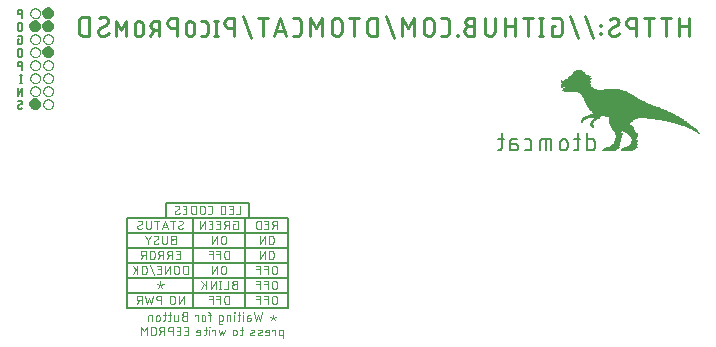
<source format=gbr>
G04 EAGLE Gerber RS-274X export*
G75*
%MOMM*%
%FSLAX34Y34*%
%LPD*%
%INSilkscreen Bottom*%
%IPPOS*%
%AMOC8*
5,1,8,0,0,1.08239X$1,22.5*%
G01*
%ADD10C,0.076200*%
%ADD11C,0.152400*%
%ADD12R,0.508000X0.084581*%
%ADD13R,1.056638X0.042419*%
%ADD14R,1.016000X0.042419*%
%ADD15R,1.143000X0.042162*%
%ADD16R,1.099819X0.042162*%
%ADD17R,1.183638X0.042419*%
%ADD18R,1.229363X0.042419*%
%ADD19R,1.186181X0.042419*%
%ADD20R,1.226819X0.042162*%
%ADD21R,1.186181X0.042162*%
%ADD22R,1.143000X0.042419*%
%ADD23R,1.102363X0.042419*%
%ADD24R,1.059181X0.042419*%
%ADD25R,0.889000X0.042162*%
%ADD26R,0.932181X0.042162*%
%ADD27R,0.762000X0.042419*%
%ADD28R,0.805181X0.042419*%
%ADD29R,0.721363X0.042419*%
%ADD30R,0.718819X0.042162*%
%ADD31R,0.678181X0.042162*%
%ADD32R,0.675638X0.042419*%
%ADD33R,0.635000X0.042419*%
%ADD34R,0.594363X0.042419*%
%ADD35R,0.635000X0.042162*%
%ADD36R,0.551181X0.042162*%
%ADD37R,0.591819X0.042419*%
%ADD38R,0.551181X0.042419*%
%ADD39R,0.508000X0.042419*%
%ADD40R,0.467363X0.042162*%
%ADD41R,0.467363X0.042419*%
%ADD42R,0.508000X0.042162*%
%ADD43R,0.424181X0.042162*%
%ADD44R,0.424181X0.042419*%
%ADD45R,0.381000X0.042419*%
%ADD46R,0.381000X0.042162*%
%ADD47R,0.464819X0.042419*%
%ADD48R,0.464819X0.042162*%
%ADD49R,0.591819X0.042162*%
%ADD50R,0.762000X0.042162*%
%ADD51R,0.845819X0.042419*%
%ADD52R,0.594363X0.042162*%
%ADD53R,0.845819X0.042162*%
%ADD54R,0.083819X0.042162*%
%ADD55R,0.889000X0.042419*%
%ADD56R,0.127000X0.042419*%
%ADD57R,0.210819X0.042419*%
%ADD58R,0.210819X0.042162*%
%ADD59R,0.213363X0.042419*%
%ADD60R,0.678181X0.042419*%
%ADD61R,0.972819X0.042419*%
%ADD62R,0.254000X0.042419*%
%ADD63R,0.972819X0.042162*%
%ADD64R,0.294637X0.042162*%
%ADD65R,0.718819X0.042419*%
%ADD66R,0.297181X0.042419*%
%ADD67R,1.778000X0.042419*%
%ADD68R,0.337819X0.042419*%
%ADD69R,1.821181X0.042162*%
%ADD70R,1.864363X0.042419*%
%ADD71R,1.821181X0.042419*%
%ADD72R,0.167637X0.042162*%
%ADD73R,1.861819X0.042162*%
%ADD74R,1.861819X0.042419*%
%ADD75R,0.254000X0.042162*%
%ADD76R,1.864363X0.042162*%
%ADD77R,1.818638X0.042419*%
%ADD78R,1.694181X0.042162*%
%ADD79R,1.694181X0.042419*%
%ADD80R,0.932181X0.042419*%
%ADD81R,1.737363X0.042419*%
%ADD82R,1.778000X0.042162*%
%ADD83R,1.226819X0.042419*%
%ADD84R,1.905000X0.042419*%
%ADD85R,1.353819X0.042419*%
%ADD86R,1.948181X0.042162*%
%ADD87R,1.483363X0.042162*%
%ADD88R,1.991363X0.042419*%
%ADD89R,1.607819X0.042419*%
%ADD90R,2.032000X0.042419*%
%ADD91R,1.734819X0.042419*%
%ADD92R,0.297181X0.042162*%
%ADD93R,2.075181X0.042162*%
%ADD94R,1.905000X0.042162*%
%ADD95R,2.118362X0.042419*%
%ADD96R,0.340363X0.042419*%
%ADD97R,2.245363X0.042419*%
%ADD98R,2.326637X0.042419*%
%ADD99R,2.286000X0.042162*%
%ADD100R,2.540000X0.042162*%
%ADD101R,2.413000X0.042419*%
%ADD102R,2.877819X0.042419*%
%ADD103R,5.969000X0.042419*%
%ADD104R,1.353819X0.042162*%
%ADD105R,5.885181X0.042162*%
%ADD106R,1.270000X0.042419*%
%ADD107R,6.012181X0.042419*%
%ADD108R,6.139181X0.042419*%
%ADD109R,1.102363X0.042162*%
%ADD110R,6.306819X0.042162*%
%ADD111R,7.322819X0.042419*%
%ADD112R,7.155181X0.042419*%
%ADD113R,7.028181X0.042162*%
%ADD114R,6.774181X0.042419*%
%ADD115R,6.604000X0.042419*%
%ADD116R,6.560819X0.042162*%
%ADD117R,6.563363X0.042419*%
%ADD118R,6.477000X0.042419*%
%ADD119R,6.433819X0.042162*%
%ADD120R,6.433819X0.042419*%
%ADD121R,6.393181X0.042419*%
%ADD122R,6.309363X0.042162*%
%ADD123R,6.263638X0.042419*%
%ADD124R,6.136637X0.042419*%
%ADD125R,6.096000X0.042162*%
%ADD126R,5.885181X0.042419*%
%ADD127R,5.798819X0.042162*%
%ADD128R,5.715000X0.042419*%
%ADD129R,5.588000X0.042419*%
%ADD130R,5.504181X0.042162*%
%ADD131R,5.420363X0.042419*%
%ADD132R,5.334000X0.042419*%
%ADD133R,5.247638X0.042162*%
%ADD134R,5.163819X0.042419*%
%ADD135R,5.123181X0.042419*%
%ADD136R,5.036819X0.042162*%
%ADD137R,4.996181X0.042419*%
%ADD138R,4.869181X0.042419*%
%ADD139R,4.866638X0.042162*%
%ADD140R,4.782819X0.042419*%
%ADD141R,4.699000X0.042419*%
%ADD142R,4.655819X0.042162*%
%ADD143R,4.572000X0.042419*%
%ADD144R,4.488181X0.042162*%
%ADD145R,4.485638X0.042419*%
%ADD146R,4.401819X0.042419*%
%ADD147R,4.361181X0.042162*%
%ADD148R,4.361181X0.042419*%
%ADD149R,4.277363X0.042419*%
%ADD150R,4.274819X0.042162*%
%ADD151R,4.234181X0.042419*%
%ADD152R,4.191000X0.042419*%
%ADD153R,4.191000X0.042162*%
%ADD154R,4.147819X0.042419*%
%ADD155R,5.166362X0.042419*%
%ADD156R,5.039363X0.042162*%
%ADD157R,2.921000X0.042419*%
%ADD158R,1.397000X0.042419*%
%ADD159R,2.623819X0.042419*%
%ADD160R,2.623819X0.042162*%
%ADD161R,2.496819X0.042419*%
%ADD162R,0.086363X0.042419*%
%ADD163R,2.369819X0.042419*%
%ADD164R,0.127000X0.042162*%
%ADD165R,2.583181X0.042419*%
%ADD166R,2.540000X0.042419*%
%ADD167R,2.499363X0.042419*%
%ADD168R,2.456181X0.042162*%
%ADD169R,2.413000X0.042162*%
%ADD170R,2.456181X0.042419*%
%ADD171R,0.170181X0.042419*%
%ADD172R,2.286000X0.042419*%
%ADD173R,0.043181X0.042419*%
%ADD174R,2.075181X0.042419*%
%ADD175R,0.086363X0.042162*%
%ADD176R,2.032000X0.042162*%
%ADD177R,1.524000X0.042419*%
%ADD178R,1.480819X0.042162*%
%ADD179R,0.975363X0.042419*%
%ADD180C,0.203200*%
%ADD181C,0.279400*%
%ADD182C,0.228600*%
%ADD183C,0.127000*%
%ADD184C,0.475000*%
%ADD185C,0.125000*%


D10*
X247126Y120962D02*
X247126Y124235D01*
X247124Y124324D01*
X247118Y124413D01*
X247108Y124502D01*
X247095Y124590D01*
X247078Y124678D01*
X247056Y124765D01*
X247031Y124850D01*
X247003Y124935D01*
X246970Y125018D01*
X246934Y125100D01*
X246895Y125180D01*
X246852Y125258D01*
X246806Y125334D01*
X246756Y125409D01*
X246703Y125481D01*
X246647Y125550D01*
X246588Y125617D01*
X246527Y125682D01*
X246462Y125743D01*
X246395Y125802D01*
X246326Y125858D01*
X246254Y125911D01*
X246179Y125961D01*
X246103Y126007D01*
X246025Y126050D01*
X245945Y126089D01*
X245863Y126125D01*
X245780Y126158D01*
X245695Y126186D01*
X245610Y126211D01*
X245523Y126233D01*
X245435Y126250D01*
X245347Y126263D01*
X245258Y126273D01*
X245169Y126279D01*
X245080Y126281D01*
X244991Y126279D01*
X244902Y126273D01*
X244813Y126263D01*
X244725Y126250D01*
X244637Y126233D01*
X244550Y126211D01*
X244465Y126186D01*
X244380Y126158D01*
X244297Y126125D01*
X244215Y126089D01*
X244135Y126050D01*
X244057Y126007D01*
X243981Y125961D01*
X243906Y125911D01*
X243834Y125858D01*
X243765Y125802D01*
X243698Y125743D01*
X243633Y125682D01*
X243572Y125617D01*
X243513Y125550D01*
X243457Y125481D01*
X243404Y125409D01*
X243354Y125334D01*
X243308Y125258D01*
X243265Y125180D01*
X243226Y125100D01*
X243190Y125018D01*
X243157Y124935D01*
X243129Y124850D01*
X243104Y124765D01*
X243082Y124678D01*
X243065Y124590D01*
X243052Y124502D01*
X243042Y124413D01*
X243036Y124324D01*
X243034Y124235D01*
X243033Y124235D02*
X243033Y120962D01*
X243034Y120962D02*
X243036Y120873D01*
X243042Y120784D01*
X243052Y120695D01*
X243065Y120607D01*
X243082Y120519D01*
X243104Y120432D01*
X243129Y120347D01*
X243157Y120262D01*
X243190Y120179D01*
X243226Y120097D01*
X243265Y120017D01*
X243308Y119939D01*
X243354Y119863D01*
X243404Y119788D01*
X243457Y119716D01*
X243513Y119647D01*
X243572Y119580D01*
X243633Y119515D01*
X243698Y119454D01*
X243765Y119395D01*
X243834Y119339D01*
X243906Y119286D01*
X243981Y119236D01*
X244057Y119190D01*
X244135Y119147D01*
X244215Y119108D01*
X244297Y119072D01*
X244380Y119039D01*
X244465Y119011D01*
X244550Y118986D01*
X244637Y118964D01*
X244725Y118947D01*
X244813Y118934D01*
X244902Y118924D01*
X244991Y118918D01*
X245080Y118916D01*
X245169Y118918D01*
X245258Y118924D01*
X245347Y118934D01*
X245435Y118947D01*
X245523Y118964D01*
X245610Y118986D01*
X245695Y119011D01*
X245780Y119039D01*
X245863Y119072D01*
X245945Y119108D01*
X246025Y119147D01*
X246103Y119190D01*
X246179Y119236D01*
X246254Y119286D01*
X246326Y119339D01*
X246395Y119395D01*
X246462Y119454D01*
X246527Y119515D01*
X246588Y119580D01*
X246647Y119647D01*
X246703Y119716D01*
X246756Y119788D01*
X246806Y119863D01*
X246852Y119939D01*
X246895Y120017D01*
X246934Y120097D01*
X246970Y120179D01*
X247003Y120262D01*
X247031Y120347D01*
X247056Y120432D01*
X247078Y120519D01*
X247095Y120607D01*
X247108Y120695D01*
X247118Y120784D01*
X247124Y120873D01*
X247126Y120962D01*
X239567Y118915D02*
X239567Y126281D01*
X235474Y118915D01*
X235474Y126281D01*
X206905Y124235D02*
X206905Y120962D01*
X206905Y124235D02*
X206903Y124324D01*
X206897Y124413D01*
X206887Y124502D01*
X206874Y124590D01*
X206857Y124678D01*
X206835Y124765D01*
X206810Y124850D01*
X206782Y124935D01*
X206749Y125018D01*
X206713Y125100D01*
X206674Y125180D01*
X206631Y125258D01*
X206585Y125334D01*
X206535Y125409D01*
X206482Y125481D01*
X206426Y125550D01*
X206367Y125617D01*
X206306Y125682D01*
X206241Y125743D01*
X206174Y125802D01*
X206105Y125858D01*
X206033Y125911D01*
X205958Y125961D01*
X205882Y126007D01*
X205804Y126050D01*
X205724Y126089D01*
X205642Y126125D01*
X205559Y126158D01*
X205474Y126186D01*
X205389Y126211D01*
X205302Y126233D01*
X205214Y126250D01*
X205126Y126263D01*
X205037Y126273D01*
X204948Y126279D01*
X204859Y126281D01*
X204770Y126279D01*
X204681Y126273D01*
X204592Y126263D01*
X204504Y126250D01*
X204416Y126233D01*
X204329Y126211D01*
X204244Y126186D01*
X204159Y126158D01*
X204076Y126125D01*
X203994Y126089D01*
X203914Y126050D01*
X203836Y126007D01*
X203760Y125961D01*
X203685Y125911D01*
X203613Y125858D01*
X203544Y125802D01*
X203477Y125743D01*
X203412Y125682D01*
X203351Y125617D01*
X203292Y125550D01*
X203236Y125481D01*
X203183Y125409D01*
X203133Y125334D01*
X203087Y125258D01*
X203044Y125180D01*
X203005Y125100D01*
X202969Y125018D01*
X202936Y124935D01*
X202908Y124850D01*
X202883Y124765D01*
X202861Y124678D01*
X202844Y124590D01*
X202831Y124502D01*
X202821Y124413D01*
X202815Y124324D01*
X202813Y124235D01*
X202813Y120962D01*
X202815Y120873D01*
X202821Y120784D01*
X202831Y120695D01*
X202844Y120607D01*
X202861Y120519D01*
X202883Y120432D01*
X202908Y120347D01*
X202936Y120262D01*
X202969Y120179D01*
X203005Y120097D01*
X203044Y120017D01*
X203087Y119939D01*
X203133Y119863D01*
X203183Y119788D01*
X203236Y119716D01*
X203292Y119647D01*
X203351Y119580D01*
X203412Y119515D01*
X203477Y119454D01*
X203544Y119395D01*
X203613Y119339D01*
X203685Y119286D01*
X203760Y119236D01*
X203836Y119190D01*
X203914Y119147D01*
X203994Y119108D01*
X204076Y119072D01*
X204159Y119039D01*
X204244Y119011D01*
X204329Y118986D01*
X204416Y118964D01*
X204504Y118947D01*
X204592Y118934D01*
X204681Y118924D01*
X204770Y118918D01*
X204859Y118916D01*
X204948Y118918D01*
X205037Y118924D01*
X205126Y118934D01*
X205214Y118947D01*
X205302Y118964D01*
X205389Y118986D01*
X205474Y119011D01*
X205559Y119039D01*
X205642Y119072D01*
X205724Y119108D01*
X205804Y119147D01*
X205882Y119190D01*
X205958Y119236D01*
X206033Y119286D01*
X206105Y119339D01*
X206174Y119395D01*
X206241Y119454D01*
X206306Y119515D01*
X206367Y119580D01*
X206426Y119647D01*
X206482Y119716D01*
X206535Y119788D01*
X206585Y119863D01*
X206631Y119939D01*
X206674Y120017D01*
X206713Y120097D01*
X206749Y120179D01*
X206782Y120262D01*
X206810Y120347D01*
X206835Y120432D01*
X206857Y120519D01*
X206874Y120607D01*
X206887Y120695D01*
X206897Y120784D01*
X206903Y120873D01*
X206905Y120962D01*
X199346Y118915D02*
X199346Y126281D01*
X195253Y118915D01*
X195253Y126281D01*
X247126Y111537D02*
X247126Y108263D01*
X247126Y111537D02*
X247124Y111626D01*
X247118Y111715D01*
X247108Y111804D01*
X247095Y111892D01*
X247078Y111980D01*
X247056Y112067D01*
X247031Y112152D01*
X247003Y112237D01*
X246970Y112320D01*
X246934Y112402D01*
X246895Y112482D01*
X246852Y112560D01*
X246806Y112636D01*
X246756Y112711D01*
X246703Y112783D01*
X246647Y112852D01*
X246588Y112919D01*
X246527Y112984D01*
X246462Y113045D01*
X246395Y113104D01*
X246326Y113160D01*
X246254Y113213D01*
X246179Y113263D01*
X246103Y113309D01*
X246025Y113352D01*
X245945Y113391D01*
X245863Y113427D01*
X245780Y113460D01*
X245695Y113488D01*
X245610Y113513D01*
X245523Y113535D01*
X245435Y113552D01*
X245347Y113565D01*
X245258Y113575D01*
X245169Y113581D01*
X245080Y113583D01*
X244991Y113581D01*
X244902Y113575D01*
X244813Y113565D01*
X244725Y113552D01*
X244637Y113535D01*
X244550Y113513D01*
X244465Y113488D01*
X244380Y113460D01*
X244297Y113427D01*
X244215Y113391D01*
X244135Y113352D01*
X244057Y113309D01*
X243981Y113263D01*
X243906Y113213D01*
X243834Y113160D01*
X243765Y113104D01*
X243698Y113045D01*
X243633Y112984D01*
X243572Y112919D01*
X243513Y112852D01*
X243457Y112783D01*
X243404Y112711D01*
X243354Y112636D01*
X243308Y112560D01*
X243265Y112482D01*
X243226Y112402D01*
X243190Y112320D01*
X243157Y112237D01*
X243129Y112152D01*
X243104Y112067D01*
X243082Y111980D01*
X243065Y111892D01*
X243052Y111804D01*
X243042Y111715D01*
X243036Y111626D01*
X243034Y111537D01*
X243033Y111537D02*
X243033Y108263D01*
X243034Y108263D02*
X243036Y108174D01*
X243042Y108085D01*
X243052Y107996D01*
X243065Y107908D01*
X243082Y107820D01*
X243104Y107733D01*
X243129Y107648D01*
X243157Y107563D01*
X243190Y107480D01*
X243226Y107398D01*
X243265Y107318D01*
X243308Y107240D01*
X243354Y107164D01*
X243404Y107089D01*
X243457Y107017D01*
X243513Y106948D01*
X243572Y106881D01*
X243633Y106816D01*
X243698Y106755D01*
X243765Y106696D01*
X243834Y106640D01*
X243906Y106587D01*
X243981Y106537D01*
X244057Y106491D01*
X244135Y106448D01*
X244215Y106409D01*
X244297Y106373D01*
X244380Y106340D01*
X244465Y106312D01*
X244550Y106287D01*
X244637Y106265D01*
X244725Y106248D01*
X244813Y106235D01*
X244902Y106225D01*
X244991Y106219D01*
X245080Y106217D01*
X245169Y106219D01*
X245258Y106225D01*
X245347Y106235D01*
X245435Y106248D01*
X245523Y106265D01*
X245610Y106287D01*
X245695Y106312D01*
X245780Y106340D01*
X245863Y106373D01*
X245945Y106409D01*
X246025Y106448D01*
X246103Y106491D01*
X246179Y106537D01*
X246254Y106587D01*
X246326Y106640D01*
X246395Y106696D01*
X246462Y106755D01*
X246527Y106816D01*
X246588Y106881D01*
X246647Y106948D01*
X246703Y107017D01*
X246756Y107089D01*
X246806Y107164D01*
X246852Y107240D01*
X246895Y107318D01*
X246934Y107398D01*
X246970Y107480D01*
X247003Y107563D01*
X247031Y107648D01*
X247056Y107733D01*
X247078Y107820D01*
X247095Y107908D01*
X247108Y107996D01*
X247118Y108085D01*
X247124Y108174D01*
X247126Y108263D01*
X239567Y106217D02*
X239567Y113583D01*
X235474Y106217D01*
X235474Y113583D01*
X206905Y98838D02*
X206905Y95564D01*
X206905Y98838D02*
X206903Y98927D01*
X206897Y99016D01*
X206887Y99105D01*
X206874Y99193D01*
X206857Y99281D01*
X206835Y99368D01*
X206810Y99453D01*
X206782Y99538D01*
X206749Y99621D01*
X206713Y99703D01*
X206674Y99783D01*
X206631Y99861D01*
X206585Y99937D01*
X206535Y100012D01*
X206482Y100084D01*
X206426Y100153D01*
X206367Y100220D01*
X206306Y100285D01*
X206241Y100346D01*
X206174Y100405D01*
X206105Y100461D01*
X206033Y100514D01*
X205958Y100564D01*
X205882Y100610D01*
X205804Y100653D01*
X205724Y100692D01*
X205642Y100728D01*
X205559Y100761D01*
X205474Y100789D01*
X205389Y100814D01*
X205302Y100836D01*
X205214Y100853D01*
X205126Y100866D01*
X205037Y100876D01*
X204948Y100882D01*
X204859Y100884D01*
X204770Y100882D01*
X204681Y100876D01*
X204592Y100866D01*
X204504Y100853D01*
X204416Y100836D01*
X204329Y100814D01*
X204244Y100789D01*
X204159Y100761D01*
X204076Y100728D01*
X203994Y100692D01*
X203914Y100653D01*
X203836Y100610D01*
X203760Y100564D01*
X203685Y100514D01*
X203613Y100461D01*
X203544Y100405D01*
X203477Y100346D01*
X203412Y100285D01*
X203351Y100220D01*
X203292Y100153D01*
X203236Y100084D01*
X203183Y100012D01*
X203133Y99937D01*
X203087Y99861D01*
X203044Y99783D01*
X203005Y99703D01*
X202969Y99621D01*
X202936Y99538D01*
X202908Y99453D01*
X202883Y99368D01*
X202861Y99281D01*
X202844Y99193D01*
X202831Y99105D01*
X202821Y99016D01*
X202815Y98927D01*
X202813Y98838D01*
X202813Y95564D01*
X202815Y95475D01*
X202821Y95386D01*
X202831Y95297D01*
X202844Y95209D01*
X202861Y95121D01*
X202883Y95034D01*
X202908Y94949D01*
X202936Y94864D01*
X202969Y94781D01*
X203005Y94699D01*
X203044Y94619D01*
X203087Y94541D01*
X203133Y94465D01*
X203183Y94390D01*
X203236Y94318D01*
X203292Y94249D01*
X203351Y94182D01*
X203412Y94117D01*
X203477Y94056D01*
X203544Y93997D01*
X203613Y93941D01*
X203685Y93888D01*
X203760Y93838D01*
X203836Y93792D01*
X203914Y93749D01*
X203994Y93710D01*
X204076Y93674D01*
X204159Y93641D01*
X204244Y93613D01*
X204329Y93588D01*
X204416Y93566D01*
X204504Y93549D01*
X204592Y93536D01*
X204681Y93526D01*
X204770Y93520D01*
X204859Y93518D01*
X204948Y93520D01*
X205037Y93526D01*
X205126Y93536D01*
X205214Y93549D01*
X205302Y93566D01*
X205389Y93588D01*
X205474Y93613D01*
X205559Y93641D01*
X205642Y93674D01*
X205724Y93710D01*
X205804Y93749D01*
X205882Y93792D01*
X205958Y93838D01*
X206033Y93888D01*
X206105Y93941D01*
X206174Y93997D01*
X206241Y94056D01*
X206306Y94117D01*
X206367Y94182D01*
X206426Y94249D01*
X206482Y94318D01*
X206535Y94390D01*
X206585Y94465D01*
X206631Y94541D01*
X206674Y94619D01*
X206713Y94699D01*
X206749Y94781D01*
X206782Y94864D01*
X206810Y94949D01*
X206835Y95034D01*
X206857Y95121D01*
X206874Y95209D01*
X206887Y95297D01*
X206897Y95386D01*
X206903Y95475D01*
X206905Y95564D01*
X199346Y93518D02*
X199346Y100884D01*
X195253Y93518D01*
X195253Y100884D01*
X209673Y108263D02*
X209673Y111537D01*
X209671Y111626D01*
X209665Y111715D01*
X209655Y111804D01*
X209642Y111892D01*
X209625Y111980D01*
X209603Y112067D01*
X209578Y112152D01*
X209550Y112237D01*
X209517Y112320D01*
X209481Y112402D01*
X209442Y112482D01*
X209399Y112560D01*
X209353Y112636D01*
X209303Y112711D01*
X209250Y112783D01*
X209194Y112852D01*
X209135Y112919D01*
X209074Y112984D01*
X209009Y113045D01*
X208942Y113104D01*
X208873Y113160D01*
X208801Y113213D01*
X208726Y113263D01*
X208650Y113309D01*
X208572Y113352D01*
X208492Y113391D01*
X208410Y113427D01*
X208327Y113460D01*
X208242Y113488D01*
X208157Y113513D01*
X208070Y113535D01*
X207982Y113552D01*
X207894Y113565D01*
X207805Y113575D01*
X207716Y113581D01*
X207627Y113583D01*
X207538Y113581D01*
X207449Y113575D01*
X207360Y113565D01*
X207272Y113552D01*
X207184Y113535D01*
X207097Y113513D01*
X207012Y113488D01*
X206927Y113460D01*
X206844Y113427D01*
X206762Y113391D01*
X206682Y113352D01*
X206604Y113309D01*
X206528Y113263D01*
X206453Y113213D01*
X206381Y113160D01*
X206312Y113104D01*
X206245Y113045D01*
X206180Y112984D01*
X206119Y112919D01*
X206060Y112852D01*
X206004Y112783D01*
X205951Y112711D01*
X205901Y112636D01*
X205855Y112560D01*
X205812Y112482D01*
X205773Y112402D01*
X205737Y112320D01*
X205704Y112237D01*
X205676Y112152D01*
X205651Y112067D01*
X205629Y111980D01*
X205612Y111892D01*
X205599Y111804D01*
X205589Y111715D01*
X205583Y111626D01*
X205581Y111537D01*
X205581Y108263D01*
X205583Y108174D01*
X205589Y108085D01*
X205599Y107996D01*
X205612Y107908D01*
X205629Y107820D01*
X205651Y107733D01*
X205676Y107648D01*
X205704Y107563D01*
X205737Y107480D01*
X205773Y107398D01*
X205812Y107318D01*
X205855Y107240D01*
X205901Y107164D01*
X205951Y107089D01*
X206004Y107017D01*
X206060Y106948D01*
X206119Y106881D01*
X206180Y106816D01*
X206245Y106755D01*
X206312Y106696D01*
X206381Y106640D01*
X206453Y106587D01*
X206528Y106537D01*
X206604Y106491D01*
X206682Y106448D01*
X206762Y106409D01*
X206844Y106373D01*
X206927Y106340D01*
X207012Y106312D01*
X207097Y106287D01*
X207184Y106265D01*
X207272Y106248D01*
X207360Y106235D01*
X207449Y106225D01*
X207538Y106219D01*
X207627Y106217D01*
X207716Y106219D01*
X207805Y106225D01*
X207894Y106235D01*
X207982Y106248D01*
X208070Y106265D01*
X208157Y106287D01*
X208242Y106312D01*
X208327Y106340D01*
X208410Y106373D01*
X208492Y106409D01*
X208572Y106448D01*
X208650Y106491D01*
X208726Y106537D01*
X208801Y106587D01*
X208873Y106640D01*
X208942Y106696D01*
X209009Y106755D01*
X209074Y106816D01*
X209135Y106881D01*
X209194Y106948D01*
X209250Y107017D01*
X209303Y107089D01*
X209353Y107164D01*
X209399Y107240D01*
X209442Y107318D01*
X209481Y107398D01*
X209517Y107480D01*
X209550Y107563D01*
X209578Y107648D01*
X209603Y107733D01*
X209625Y107820D01*
X209642Y107908D01*
X209655Y107996D01*
X209665Y108085D01*
X209671Y108174D01*
X209673Y108263D01*
X202099Y106217D02*
X202099Y113583D01*
X198825Y113583D01*
X198825Y110309D02*
X202099Y110309D01*
X195759Y113583D02*
X195759Y106217D01*
X195759Y113583D02*
X192485Y113583D01*
X192485Y110309D02*
X195759Y110309D01*
X249894Y98838D02*
X249894Y95564D01*
X249894Y98838D02*
X249892Y98927D01*
X249886Y99016D01*
X249876Y99105D01*
X249863Y99193D01*
X249846Y99281D01*
X249824Y99368D01*
X249799Y99453D01*
X249771Y99538D01*
X249738Y99621D01*
X249702Y99703D01*
X249663Y99783D01*
X249620Y99861D01*
X249574Y99937D01*
X249524Y100012D01*
X249471Y100084D01*
X249415Y100153D01*
X249356Y100220D01*
X249295Y100285D01*
X249230Y100346D01*
X249163Y100405D01*
X249094Y100461D01*
X249022Y100514D01*
X248947Y100564D01*
X248871Y100610D01*
X248793Y100653D01*
X248713Y100692D01*
X248631Y100728D01*
X248548Y100761D01*
X248463Y100789D01*
X248378Y100814D01*
X248291Y100836D01*
X248203Y100853D01*
X248115Y100866D01*
X248026Y100876D01*
X247937Y100882D01*
X247848Y100884D01*
X247759Y100882D01*
X247670Y100876D01*
X247581Y100866D01*
X247493Y100853D01*
X247405Y100836D01*
X247318Y100814D01*
X247233Y100789D01*
X247148Y100761D01*
X247065Y100728D01*
X246983Y100692D01*
X246903Y100653D01*
X246825Y100610D01*
X246749Y100564D01*
X246674Y100514D01*
X246602Y100461D01*
X246533Y100405D01*
X246466Y100346D01*
X246401Y100285D01*
X246340Y100220D01*
X246281Y100153D01*
X246225Y100084D01*
X246172Y100012D01*
X246122Y99937D01*
X246076Y99861D01*
X246033Y99783D01*
X245994Y99703D01*
X245958Y99621D01*
X245925Y99538D01*
X245897Y99453D01*
X245872Y99368D01*
X245850Y99281D01*
X245833Y99193D01*
X245820Y99105D01*
X245810Y99016D01*
X245804Y98927D01*
X245802Y98838D01*
X245802Y95564D01*
X245804Y95475D01*
X245810Y95386D01*
X245820Y95297D01*
X245833Y95209D01*
X245850Y95121D01*
X245872Y95034D01*
X245897Y94949D01*
X245925Y94864D01*
X245958Y94781D01*
X245994Y94699D01*
X246033Y94619D01*
X246076Y94541D01*
X246122Y94465D01*
X246172Y94390D01*
X246225Y94318D01*
X246281Y94249D01*
X246340Y94182D01*
X246401Y94117D01*
X246466Y94056D01*
X246533Y93997D01*
X246602Y93941D01*
X246674Y93888D01*
X246749Y93838D01*
X246825Y93792D01*
X246903Y93749D01*
X246983Y93710D01*
X247065Y93674D01*
X247148Y93641D01*
X247233Y93613D01*
X247318Y93588D01*
X247405Y93566D01*
X247493Y93549D01*
X247581Y93536D01*
X247670Y93526D01*
X247759Y93520D01*
X247848Y93518D01*
X247937Y93520D01*
X248026Y93526D01*
X248115Y93536D01*
X248203Y93549D01*
X248291Y93566D01*
X248378Y93588D01*
X248463Y93613D01*
X248548Y93641D01*
X248631Y93674D01*
X248713Y93710D01*
X248793Y93749D01*
X248871Y93792D01*
X248947Y93838D01*
X249022Y93888D01*
X249094Y93941D01*
X249163Y93997D01*
X249230Y94056D01*
X249295Y94117D01*
X249356Y94182D01*
X249415Y94249D01*
X249471Y94318D01*
X249524Y94390D01*
X249574Y94465D01*
X249620Y94541D01*
X249663Y94619D01*
X249702Y94699D01*
X249738Y94781D01*
X249771Y94864D01*
X249799Y94949D01*
X249824Y95034D01*
X249846Y95121D01*
X249863Y95209D01*
X249876Y95297D01*
X249886Y95386D01*
X249892Y95475D01*
X249894Y95564D01*
X242319Y93518D02*
X242319Y100884D01*
X239046Y100884D01*
X239046Y97610D02*
X242319Y97610D01*
X235980Y100884D02*
X235980Y93518D01*
X235980Y100884D02*
X232706Y100884D01*
X232706Y97610D02*
X235980Y97610D01*
X249894Y73442D02*
X249894Y70168D01*
X249894Y73442D02*
X249892Y73531D01*
X249886Y73620D01*
X249876Y73709D01*
X249863Y73797D01*
X249846Y73885D01*
X249824Y73972D01*
X249799Y74057D01*
X249771Y74142D01*
X249738Y74225D01*
X249702Y74307D01*
X249663Y74387D01*
X249620Y74465D01*
X249574Y74541D01*
X249524Y74616D01*
X249471Y74688D01*
X249415Y74757D01*
X249356Y74824D01*
X249295Y74889D01*
X249230Y74950D01*
X249163Y75009D01*
X249094Y75065D01*
X249022Y75118D01*
X248947Y75168D01*
X248871Y75214D01*
X248793Y75257D01*
X248713Y75296D01*
X248631Y75332D01*
X248548Y75365D01*
X248463Y75393D01*
X248378Y75418D01*
X248291Y75440D01*
X248203Y75457D01*
X248115Y75470D01*
X248026Y75480D01*
X247937Y75486D01*
X247848Y75488D01*
X247759Y75486D01*
X247670Y75480D01*
X247581Y75470D01*
X247493Y75457D01*
X247405Y75440D01*
X247318Y75418D01*
X247233Y75393D01*
X247148Y75365D01*
X247065Y75332D01*
X246983Y75296D01*
X246903Y75257D01*
X246825Y75214D01*
X246749Y75168D01*
X246674Y75118D01*
X246602Y75065D01*
X246533Y75009D01*
X246466Y74950D01*
X246401Y74889D01*
X246340Y74824D01*
X246281Y74757D01*
X246225Y74688D01*
X246172Y74616D01*
X246122Y74541D01*
X246076Y74465D01*
X246033Y74387D01*
X245994Y74307D01*
X245958Y74225D01*
X245925Y74142D01*
X245897Y74057D01*
X245872Y73972D01*
X245850Y73885D01*
X245833Y73797D01*
X245820Y73709D01*
X245810Y73620D01*
X245804Y73531D01*
X245802Y73442D01*
X245802Y70168D01*
X245804Y70079D01*
X245810Y69990D01*
X245820Y69901D01*
X245833Y69813D01*
X245850Y69725D01*
X245872Y69638D01*
X245897Y69553D01*
X245925Y69468D01*
X245958Y69385D01*
X245994Y69303D01*
X246033Y69223D01*
X246076Y69145D01*
X246122Y69069D01*
X246172Y68994D01*
X246225Y68922D01*
X246281Y68853D01*
X246340Y68786D01*
X246401Y68721D01*
X246466Y68660D01*
X246533Y68601D01*
X246602Y68545D01*
X246674Y68492D01*
X246749Y68442D01*
X246825Y68396D01*
X246903Y68353D01*
X246983Y68314D01*
X247065Y68278D01*
X247148Y68245D01*
X247233Y68217D01*
X247318Y68192D01*
X247405Y68170D01*
X247493Y68153D01*
X247581Y68140D01*
X247670Y68130D01*
X247759Y68124D01*
X247848Y68122D01*
X247937Y68124D01*
X248026Y68130D01*
X248115Y68140D01*
X248203Y68153D01*
X248291Y68170D01*
X248378Y68192D01*
X248463Y68217D01*
X248548Y68245D01*
X248631Y68278D01*
X248713Y68314D01*
X248793Y68353D01*
X248871Y68396D01*
X248947Y68442D01*
X249022Y68492D01*
X249094Y68545D01*
X249163Y68601D01*
X249230Y68660D01*
X249295Y68721D01*
X249356Y68786D01*
X249415Y68853D01*
X249471Y68922D01*
X249524Y68994D01*
X249574Y69069D01*
X249620Y69145D01*
X249663Y69223D01*
X249702Y69303D01*
X249738Y69385D01*
X249771Y69468D01*
X249799Y69553D01*
X249824Y69638D01*
X249846Y69725D01*
X249863Y69813D01*
X249876Y69901D01*
X249886Y69990D01*
X249892Y70079D01*
X249894Y70168D01*
X242319Y68122D02*
X242319Y75488D01*
X239046Y75488D01*
X239046Y72214D02*
X242319Y72214D01*
X235980Y75488D02*
X235980Y68122D01*
X235980Y75488D02*
X232706Y75488D01*
X232706Y72214D02*
X235980Y72214D01*
X249894Y82865D02*
X249894Y86139D01*
X249892Y86228D01*
X249886Y86317D01*
X249876Y86406D01*
X249863Y86494D01*
X249846Y86582D01*
X249824Y86669D01*
X249799Y86754D01*
X249771Y86839D01*
X249738Y86922D01*
X249702Y87004D01*
X249663Y87084D01*
X249620Y87162D01*
X249574Y87238D01*
X249524Y87313D01*
X249471Y87385D01*
X249415Y87454D01*
X249356Y87521D01*
X249295Y87586D01*
X249230Y87647D01*
X249163Y87706D01*
X249094Y87762D01*
X249022Y87815D01*
X248947Y87865D01*
X248871Y87911D01*
X248793Y87954D01*
X248713Y87993D01*
X248631Y88029D01*
X248548Y88062D01*
X248463Y88090D01*
X248378Y88115D01*
X248291Y88137D01*
X248203Y88154D01*
X248115Y88167D01*
X248026Y88177D01*
X247937Y88183D01*
X247848Y88185D01*
X247759Y88183D01*
X247670Y88177D01*
X247581Y88167D01*
X247493Y88154D01*
X247405Y88137D01*
X247318Y88115D01*
X247233Y88090D01*
X247148Y88062D01*
X247065Y88029D01*
X246983Y87993D01*
X246903Y87954D01*
X246825Y87911D01*
X246749Y87865D01*
X246674Y87815D01*
X246602Y87762D01*
X246533Y87706D01*
X246466Y87647D01*
X246401Y87586D01*
X246340Y87521D01*
X246281Y87454D01*
X246225Y87385D01*
X246172Y87313D01*
X246122Y87238D01*
X246076Y87162D01*
X246033Y87084D01*
X245994Y87004D01*
X245958Y86922D01*
X245925Y86839D01*
X245897Y86754D01*
X245872Y86669D01*
X245850Y86582D01*
X245833Y86494D01*
X245820Y86406D01*
X245810Y86317D01*
X245804Y86228D01*
X245802Y86139D01*
X245802Y82865D01*
X245804Y82776D01*
X245810Y82687D01*
X245820Y82598D01*
X245833Y82510D01*
X245850Y82422D01*
X245872Y82335D01*
X245897Y82250D01*
X245925Y82165D01*
X245958Y82082D01*
X245994Y82000D01*
X246033Y81920D01*
X246076Y81842D01*
X246122Y81766D01*
X246172Y81691D01*
X246225Y81619D01*
X246281Y81550D01*
X246340Y81483D01*
X246401Y81418D01*
X246466Y81357D01*
X246533Y81298D01*
X246602Y81242D01*
X246674Y81189D01*
X246749Y81139D01*
X246825Y81093D01*
X246903Y81050D01*
X246983Y81011D01*
X247065Y80975D01*
X247148Y80942D01*
X247233Y80914D01*
X247318Y80889D01*
X247405Y80867D01*
X247493Y80850D01*
X247581Y80837D01*
X247670Y80827D01*
X247759Y80821D01*
X247848Y80819D01*
X247937Y80821D01*
X248026Y80827D01*
X248115Y80837D01*
X248203Y80850D01*
X248291Y80867D01*
X248378Y80889D01*
X248463Y80914D01*
X248548Y80942D01*
X248631Y80975D01*
X248713Y81011D01*
X248793Y81050D01*
X248871Y81093D01*
X248947Y81139D01*
X249022Y81189D01*
X249094Y81242D01*
X249163Y81298D01*
X249230Y81357D01*
X249295Y81418D01*
X249356Y81483D01*
X249415Y81550D01*
X249471Y81619D01*
X249524Y81691D01*
X249574Y81766D01*
X249620Y81842D01*
X249663Y81920D01*
X249702Y82000D01*
X249738Y82082D01*
X249771Y82165D01*
X249799Y82250D01*
X249824Y82335D01*
X249846Y82422D01*
X249863Y82510D01*
X249876Y82598D01*
X249886Y82687D01*
X249892Y82776D01*
X249894Y82865D01*
X242319Y80819D02*
X242319Y88185D01*
X239046Y88185D01*
X239046Y84911D02*
X242319Y84911D01*
X235980Y88185D02*
X235980Y80819D01*
X235980Y88185D02*
X232706Y88185D01*
X232706Y84911D02*
X235980Y84911D01*
X209673Y73442D02*
X209673Y70168D01*
X209673Y73442D02*
X209671Y73531D01*
X209665Y73620D01*
X209655Y73709D01*
X209642Y73797D01*
X209625Y73885D01*
X209603Y73972D01*
X209578Y74057D01*
X209550Y74142D01*
X209517Y74225D01*
X209481Y74307D01*
X209442Y74387D01*
X209399Y74465D01*
X209353Y74541D01*
X209303Y74616D01*
X209250Y74688D01*
X209194Y74757D01*
X209135Y74824D01*
X209074Y74889D01*
X209009Y74950D01*
X208942Y75009D01*
X208873Y75065D01*
X208801Y75118D01*
X208726Y75168D01*
X208650Y75214D01*
X208572Y75257D01*
X208492Y75296D01*
X208410Y75332D01*
X208327Y75365D01*
X208242Y75393D01*
X208157Y75418D01*
X208070Y75440D01*
X207982Y75457D01*
X207894Y75470D01*
X207805Y75480D01*
X207716Y75486D01*
X207627Y75488D01*
X207538Y75486D01*
X207449Y75480D01*
X207360Y75470D01*
X207272Y75457D01*
X207184Y75440D01*
X207097Y75418D01*
X207012Y75393D01*
X206927Y75365D01*
X206844Y75332D01*
X206762Y75296D01*
X206682Y75257D01*
X206604Y75214D01*
X206528Y75168D01*
X206453Y75118D01*
X206381Y75065D01*
X206312Y75009D01*
X206245Y74950D01*
X206180Y74889D01*
X206119Y74824D01*
X206060Y74757D01*
X206004Y74688D01*
X205951Y74616D01*
X205901Y74541D01*
X205855Y74465D01*
X205812Y74387D01*
X205773Y74307D01*
X205737Y74225D01*
X205704Y74142D01*
X205676Y74057D01*
X205651Y73972D01*
X205629Y73885D01*
X205612Y73797D01*
X205599Y73709D01*
X205589Y73620D01*
X205583Y73531D01*
X205581Y73442D01*
X205581Y70168D01*
X205583Y70079D01*
X205589Y69990D01*
X205599Y69901D01*
X205612Y69813D01*
X205629Y69725D01*
X205651Y69638D01*
X205676Y69553D01*
X205704Y69468D01*
X205737Y69385D01*
X205773Y69303D01*
X205812Y69223D01*
X205855Y69145D01*
X205901Y69069D01*
X205951Y68994D01*
X206004Y68922D01*
X206060Y68853D01*
X206119Y68786D01*
X206180Y68721D01*
X206245Y68660D01*
X206312Y68601D01*
X206381Y68545D01*
X206453Y68492D01*
X206528Y68442D01*
X206604Y68396D01*
X206682Y68353D01*
X206762Y68314D01*
X206844Y68278D01*
X206927Y68245D01*
X207012Y68217D01*
X207097Y68192D01*
X207184Y68170D01*
X207272Y68153D01*
X207360Y68140D01*
X207449Y68130D01*
X207538Y68124D01*
X207627Y68122D01*
X207716Y68124D01*
X207805Y68130D01*
X207894Y68140D01*
X207982Y68153D01*
X208070Y68170D01*
X208157Y68192D01*
X208242Y68217D01*
X208327Y68245D01*
X208410Y68278D01*
X208492Y68314D01*
X208572Y68353D01*
X208650Y68396D01*
X208726Y68442D01*
X208801Y68492D01*
X208873Y68545D01*
X208942Y68601D01*
X209009Y68660D01*
X209074Y68721D01*
X209135Y68786D01*
X209194Y68853D01*
X209250Y68922D01*
X209303Y68994D01*
X209353Y69069D01*
X209399Y69145D01*
X209442Y69223D01*
X209481Y69303D01*
X209517Y69385D01*
X209550Y69468D01*
X209578Y69553D01*
X209603Y69638D01*
X209625Y69725D01*
X209642Y69813D01*
X209655Y69901D01*
X209665Y69990D01*
X209671Y70079D01*
X209673Y70168D01*
X202099Y68122D02*
X202099Y75488D01*
X198825Y75488D01*
X198825Y72214D02*
X202099Y72214D01*
X195759Y75488D02*
X195759Y68122D01*
X195759Y75488D02*
X192485Y75488D01*
X192485Y72214D02*
X195759Y72214D01*
X214003Y84911D02*
X216049Y84911D01*
X214003Y84911D02*
X213914Y84909D01*
X213825Y84903D01*
X213736Y84893D01*
X213648Y84880D01*
X213560Y84863D01*
X213473Y84841D01*
X213388Y84816D01*
X213303Y84788D01*
X213220Y84755D01*
X213138Y84719D01*
X213058Y84680D01*
X212980Y84637D01*
X212904Y84591D01*
X212829Y84541D01*
X212757Y84488D01*
X212688Y84432D01*
X212621Y84373D01*
X212556Y84312D01*
X212495Y84247D01*
X212436Y84180D01*
X212380Y84111D01*
X212327Y84039D01*
X212277Y83964D01*
X212231Y83888D01*
X212188Y83810D01*
X212149Y83730D01*
X212113Y83648D01*
X212080Y83565D01*
X212052Y83480D01*
X212027Y83395D01*
X212005Y83308D01*
X211988Y83220D01*
X211975Y83132D01*
X211965Y83043D01*
X211959Y82954D01*
X211957Y82865D01*
X211959Y82776D01*
X211965Y82687D01*
X211975Y82598D01*
X211988Y82510D01*
X212005Y82422D01*
X212027Y82335D01*
X212052Y82250D01*
X212080Y82165D01*
X212113Y82082D01*
X212149Y82000D01*
X212188Y81920D01*
X212231Y81842D01*
X212277Y81766D01*
X212327Y81691D01*
X212380Y81619D01*
X212436Y81550D01*
X212495Y81483D01*
X212556Y81418D01*
X212621Y81357D01*
X212688Y81298D01*
X212757Y81242D01*
X212829Y81189D01*
X212904Y81139D01*
X212980Y81093D01*
X213058Y81050D01*
X213138Y81011D01*
X213220Y80975D01*
X213303Y80942D01*
X213388Y80914D01*
X213473Y80889D01*
X213560Y80867D01*
X213648Y80850D01*
X213736Y80837D01*
X213825Y80827D01*
X213914Y80821D01*
X214003Y80819D01*
X216049Y80819D01*
X216049Y88185D01*
X214003Y88185D01*
X213924Y88183D01*
X213845Y88177D01*
X213766Y88168D01*
X213688Y88155D01*
X213611Y88137D01*
X213535Y88117D01*
X213460Y88092D01*
X213386Y88064D01*
X213313Y88033D01*
X213242Y87997D01*
X213173Y87959D01*
X213106Y87917D01*
X213041Y87872D01*
X212978Y87824D01*
X212917Y87773D01*
X212860Y87719D01*
X212804Y87663D01*
X212752Y87604D01*
X212702Y87542D01*
X212656Y87478D01*
X212612Y87412D01*
X212572Y87344D01*
X212536Y87274D01*
X212502Y87202D01*
X212472Y87128D01*
X212446Y87054D01*
X212423Y86978D01*
X212405Y86901D01*
X212389Y86824D01*
X212378Y86745D01*
X212370Y86667D01*
X212366Y86588D01*
X212366Y86508D01*
X212370Y86429D01*
X212378Y86351D01*
X212389Y86272D01*
X212405Y86195D01*
X212423Y86118D01*
X212446Y86042D01*
X212472Y85968D01*
X212502Y85894D01*
X212536Y85822D01*
X212572Y85752D01*
X212612Y85684D01*
X212656Y85618D01*
X212702Y85554D01*
X212752Y85492D01*
X212804Y85433D01*
X212860Y85377D01*
X212917Y85323D01*
X212978Y85272D01*
X213041Y85224D01*
X213106Y85179D01*
X213173Y85137D01*
X213242Y85099D01*
X213313Y85063D01*
X213386Y85032D01*
X213460Y85004D01*
X213535Y84979D01*
X213611Y84959D01*
X213688Y84941D01*
X213766Y84928D01*
X213845Y84919D01*
X213924Y84913D01*
X214003Y84911D01*
X208835Y88185D02*
X208835Y80819D01*
X205562Y80819D01*
X202172Y80819D02*
X202172Y88185D01*
X202991Y80819D02*
X201354Y80819D01*
X201354Y88185D02*
X202991Y88185D01*
X198122Y88185D02*
X198122Y80819D01*
X194030Y80819D02*
X198122Y88185D01*
X194030Y88185D02*
X194030Y80819D01*
X190202Y80819D02*
X190202Y88185D01*
X186110Y88185D02*
X190202Y83684D01*
X188565Y85321D02*
X186110Y80819D01*
X164173Y123008D02*
X162127Y123008D01*
X162038Y123006D01*
X161949Y123000D01*
X161860Y122990D01*
X161772Y122977D01*
X161684Y122960D01*
X161597Y122938D01*
X161512Y122913D01*
X161427Y122885D01*
X161344Y122852D01*
X161262Y122816D01*
X161182Y122777D01*
X161104Y122734D01*
X161028Y122688D01*
X160953Y122638D01*
X160881Y122585D01*
X160812Y122529D01*
X160745Y122470D01*
X160680Y122409D01*
X160619Y122344D01*
X160560Y122277D01*
X160504Y122208D01*
X160451Y122136D01*
X160401Y122061D01*
X160355Y121985D01*
X160312Y121907D01*
X160273Y121827D01*
X160237Y121745D01*
X160204Y121662D01*
X160176Y121577D01*
X160151Y121492D01*
X160129Y121405D01*
X160112Y121317D01*
X160099Y121229D01*
X160089Y121140D01*
X160083Y121051D01*
X160081Y120962D01*
X160083Y120873D01*
X160089Y120784D01*
X160099Y120695D01*
X160112Y120607D01*
X160129Y120519D01*
X160151Y120432D01*
X160176Y120347D01*
X160204Y120262D01*
X160237Y120179D01*
X160273Y120097D01*
X160312Y120017D01*
X160355Y119939D01*
X160401Y119863D01*
X160451Y119788D01*
X160504Y119716D01*
X160560Y119647D01*
X160619Y119580D01*
X160680Y119515D01*
X160745Y119454D01*
X160812Y119395D01*
X160881Y119339D01*
X160953Y119286D01*
X161028Y119236D01*
X161104Y119190D01*
X161182Y119147D01*
X161262Y119108D01*
X161344Y119072D01*
X161427Y119039D01*
X161512Y119011D01*
X161597Y118986D01*
X161684Y118964D01*
X161772Y118947D01*
X161860Y118934D01*
X161949Y118924D01*
X162038Y118918D01*
X162127Y118916D01*
X162127Y118915D02*
X164173Y118915D01*
X164173Y126281D01*
X162127Y126281D01*
X162127Y126282D02*
X162048Y126280D01*
X161969Y126274D01*
X161890Y126265D01*
X161812Y126252D01*
X161735Y126234D01*
X161659Y126214D01*
X161584Y126189D01*
X161510Y126161D01*
X161437Y126130D01*
X161366Y126094D01*
X161297Y126056D01*
X161230Y126014D01*
X161165Y125969D01*
X161102Y125921D01*
X161041Y125870D01*
X160984Y125816D01*
X160928Y125760D01*
X160876Y125701D01*
X160826Y125639D01*
X160780Y125575D01*
X160736Y125509D01*
X160696Y125441D01*
X160660Y125371D01*
X160626Y125299D01*
X160596Y125225D01*
X160570Y125151D01*
X160547Y125075D01*
X160529Y124998D01*
X160513Y124921D01*
X160502Y124842D01*
X160494Y124764D01*
X160490Y124685D01*
X160490Y124605D01*
X160494Y124526D01*
X160502Y124448D01*
X160513Y124369D01*
X160529Y124292D01*
X160547Y124215D01*
X160570Y124139D01*
X160596Y124065D01*
X160626Y123991D01*
X160660Y123919D01*
X160696Y123849D01*
X160736Y123781D01*
X160780Y123715D01*
X160826Y123651D01*
X160876Y123589D01*
X160928Y123530D01*
X160984Y123474D01*
X161041Y123420D01*
X161102Y123369D01*
X161165Y123321D01*
X161230Y123276D01*
X161297Y123234D01*
X161366Y123196D01*
X161437Y123160D01*
X161510Y123129D01*
X161584Y123101D01*
X161659Y123076D01*
X161735Y123056D01*
X161812Y123038D01*
X161890Y123025D01*
X161969Y123016D01*
X162048Y123010D01*
X162127Y123008D01*
X156975Y120962D02*
X156975Y126281D01*
X156975Y120962D02*
X156973Y120873D01*
X156967Y120784D01*
X156957Y120695D01*
X156944Y120607D01*
X156927Y120519D01*
X156905Y120432D01*
X156880Y120347D01*
X156852Y120262D01*
X156819Y120179D01*
X156783Y120097D01*
X156744Y120017D01*
X156701Y119939D01*
X156655Y119863D01*
X156605Y119788D01*
X156552Y119716D01*
X156496Y119647D01*
X156437Y119580D01*
X156376Y119515D01*
X156311Y119454D01*
X156244Y119395D01*
X156175Y119339D01*
X156103Y119286D01*
X156028Y119236D01*
X155952Y119190D01*
X155874Y119147D01*
X155794Y119108D01*
X155712Y119072D01*
X155629Y119039D01*
X155544Y119011D01*
X155459Y118986D01*
X155372Y118964D01*
X155284Y118947D01*
X155196Y118934D01*
X155107Y118924D01*
X155018Y118918D01*
X154929Y118916D01*
X154840Y118918D01*
X154751Y118924D01*
X154662Y118934D01*
X154574Y118947D01*
X154486Y118964D01*
X154399Y118986D01*
X154314Y119011D01*
X154229Y119039D01*
X154146Y119072D01*
X154064Y119108D01*
X153984Y119147D01*
X153906Y119190D01*
X153830Y119236D01*
X153755Y119286D01*
X153683Y119339D01*
X153614Y119395D01*
X153547Y119454D01*
X153482Y119515D01*
X153421Y119580D01*
X153362Y119647D01*
X153306Y119716D01*
X153253Y119788D01*
X153203Y119863D01*
X153157Y119939D01*
X153114Y120017D01*
X153075Y120097D01*
X153039Y120179D01*
X153006Y120262D01*
X152978Y120347D01*
X152953Y120432D01*
X152931Y120519D01*
X152914Y120607D01*
X152901Y120695D01*
X152891Y120784D01*
X152885Y120873D01*
X152883Y120962D01*
X152883Y126281D01*
X145568Y120552D02*
X145570Y120474D01*
X145575Y120396D01*
X145585Y120319D01*
X145598Y120242D01*
X145614Y120166D01*
X145634Y120091D01*
X145658Y120017D01*
X145685Y119944D01*
X145716Y119872D01*
X145750Y119802D01*
X145787Y119733D01*
X145828Y119667D01*
X145872Y119602D01*
X145918Y119540D01*
X145968Y119480D01*
X146020Y119422D01*
X146075Y119367D01*
X146133Y119315D01*
X146193Y119265D01*
X146255Y119219D01*
X146320Y119175D01*
X146387Y119134D01*
X146455Y119097D01*
X146525Y119063D01*
X146597Y119032D01*
X146670Y119005D01*
X146744Y118981D01*
X146819Y118961D01*
X146895Y118945D01*
X146972Y118932D01*
X147049Y118922D01*
X147127Y118917D01*
X147205Y118915D01*
X147205Y118916D02*
X147319Y118918D01*
X147432Y118923D01*
X147546Y118933D01*
X147659Y118946D01*
X147771Y118963D01*
X147883Y118983D01*
X147994Y119007D01*
X148105Y119035D01*
X148214Y119066D01*
X148322Y119101D01*
X148429Y119140D01*
X148535Y119182D01*
X148639Y119227D01*
X148742Y119276D01*
X148843Y119329D01*
X148942Y119384D01*
X149040Y119443D01*
X149135Y119505D01*
X149228Y119570D01*
X149320Y119638D01*
X149408Y119709D01*
X149495Y119783D01*
X149579Y119860D01*
X149660Y119939D01*
X149456Y124645D02*
X149454Y124723D01*
X149449Y124801D01*
X149439Y124878D01*
X149426Y124955D01*
X149410Y125031D01*
X149390Y125106D01*
X149366Y125180D01*
X149339Y125253D01*
X149308Y125325D01*
X149274Y125395D01*
X149237Y125464D01*
X149196Y125530D01*
X149152Y125595D01*
X149106Y125657D01*
X149056Y125717D01*
X149004Y125775D01*
X148949Y125830D01*
X148891Y125882D01*
X148831Y125932D01*
X148769Y125978D01*
X148704Y126022D01*
X148638Y126063D01*
X148569Y126100D01*
X148499Y126134D01*
X148427Y126165D01*
X148354Y126192D01*
X148280Y126216D01*
X148205Y126236D01*
X148129Y126252D01*
X148052Y126265D01*
X147975Y126275D01*
X147897Y126280D01*
X147819Y126282D01*
X147819Y126281D02*
X147709Y126279D01*
X147600Y126273D01*
X147490Y126263D01*
X147382Y126250D01*
X147273Y126232D01*
X147166Y126211D01*
X147059Y126185D01*
X146953Y126156D01*
X146848Y126124D01*
X146745Y126087D01*
X146643Y126047D01*
X146542Y126003D01*
X146443Y125955D01*
X146346Y125905D01*
X146251Y125850D01*
X146158Y125792D01*
X146067Y125731D01*
X145978Y125667D01*
X148637Y123212D02*
X148704Y123254D01*
X148769Y123298D01*
X148831Y123346D01*
X148891Y123396D01*
X148949Y123449D01*
X149004Y123505D01*
X149056Y123564D01*
X149106Y123624D01*
X149153Y123688D01*
X149196Y123753D01*
X149237Y123820D01*
X149274Y123889D01*
X149308Y123960D01*
X149339Y124032D01*
X149366Y124106D01*
X149390Y124180D01*
X149410Y124256D01*
X149426Y124333D01*
X149439Y124410D01*
X149449Y124488D01*
X149454Y124567D01*
X149456Y124645D01*
X146386Y121984D02*
X146320Y121943D01*
X146255Y121898D01*
X146193Y121851D01*
X146133Y121800D01*
X146075Y121747D01*
X146020Y121691D01*
X145967Y121633D01*
X145918Y121572D01*
X145871Y121509D01*
X145828Y121444D01*
X145787Y121377D01*
X145750Y121308D01*
X145716Y121237D01*
X145685Y121165D01*
X145658Y121091D01*
X145634Y121016D01*
X145614Y120941D01*
X145598Y120864D01*
X145585Y120787D01*
X145575Y120709D01*
X145570Y120630D01*
X145568Y120552D01*
X146386Y121985D02*
X148637Y123212D01*
X142998Y126281D02*
X140543Y122803D01*
X138087Y126281D01*
X140543Y122803D02*
X140543Y118915D01*
X164307Y106217D02*
X167580Y106217D01*
X167580Y113583D01*
X164307Y113583D01*
X165125Y110309D02*
X167580Y110309D01*
X161205Y113583D02*
X161205Y106217D01*
X161205Y113583D02*
X159159Y113583D01*
X159070Y113581D01*
X158981Y113575D01*
X158892Y113565D01*
X158804Y113552D01*
X158716Y113535D01*
X158629Y113513D01*
X158544Y113488D01*
X158459Y113460D01*
X158376Y113427D01*
X158294Y113391D01*
X158214Y113352D01*
X158136Y113309D01*
X158060Y113263D01*
X157985Y113213D01*
X157913Y113160D01*
X157844Y113104D01*
X157777Y113045D01*
X157712Y112984D01*
X157651Y112919D01*
X157592Y112852D01*
X157536Y112783D01*
X157483Y112711D01*
X157433Y112636D01*
X157387Y112560D01*
X157344Y112482D01*
X157305Y112402D01*
X157269Y112320D01*
X157236Y112237D01*
X157208Y112152D01*
X157183Y112067D01*
X157161Y111980D01*
X157144Y111892D01*
X157131Y111804D01*
X157121Y111715D01*
X157115Y111626D01*
X157113Y111537D01*
X157115Y111448D01*
X157121Y111359D01*
X157131Y111270D01*
X157144Y111182D01*
X157161Y111094D01*
X157183Y111007D01*
X157208Y110922D01*
X157236Y110837D01*
X157269Y110754D01*
X157305Y110672D01*
X157344Y110592D01*
X157387Y110514D01*
X157433Y110438D01*
X157483Y110363D01*
X157536Y110291D01*
X157592Y110222D01*
X157651Y110155D01*
X157712Y110090D01*
X157777Y110029D01*
X157844Y109970D01*
X157913Y109914D01*
X157985Y109861D01*
X158060Y109811D01*
X158136Y109765D01*
X158214Y109722D01*
X158294Y109683D01*
X158376Y109647D01*
X158459Y109614D01*
X158544Y109586D01*
X158629Y109561D01*
X158716Y109539D01*
X158804Y109522D01*
X158892Y109509D01*
X158981Y109499D01*
X159070Y109493D01*
X159159Y109491D01*
X159159Y109490D02*
X161205Y109490D01*
X158750Y109490D02*
X157113Y106217D01*
X153646Y106217D02*
X153646Y113583D01*
X151600Y113583D01*
X151511Y113581D01*
X151422Y113575D01*
X151333Y113565D01*
X151245Y113552D01*
X151157Y113535D01*
X151070Y113513D01*
X150985Y113488D01*
X150900Y113460D01*
X150817Y113427D01*
X150735Y113391D01*
X150655Y113352D01*
X150577Y113309D01*
X150501Y113263D01*
X150426Y113213D01*
X150354Y113160D01*
X150285Y113104D01*
X150218Y113045D01*
X150153Y112984D01*
X150092Y112919D01*
X150033Y112852D01*
X149977Y112783D01*
X149924Y112711D01*
X149874Y112636D01*
X149828Y112560D01*
X149785Y112482D01*
X149746Y112402D01*
X149710Y112320D01*
X149677Y112237D01*
X149649Y112152D01*
X149624Y112067D01*
X149602Y111980D01*
X149585Y111892D01*
X149572Y111804D01*
X149562Y111715D01*
X149556Y111626D01*
X149554Y111537D01*
X149556Y111448D01*
X149562Y111359D01*
X149572Y111270D01*
X149585Y111182D01*
X149602Y111094D01*
X149624Y111007D01*
X149649Y110922D01*
X149677Y110837D01*
X149710Y110754D01*
X149746Y110672D01*
X149785Y110592D01*
X149828Y110514D01*
X149874Y110438D01*
X149924Y110363D01*
X149977Y110291D01*
X150033Y110222D01*
X150092Y110155D01*
X150153Y110090D01*
X150218Y110029D01*
X150285Y109970D01*
X150354Y109914D01*
X150426Y109861D01*
X150501Y109811D01*
X150577Y109765D01*
X150655Y109722D01*
X150735Y109683D01*
X150817Y109647D01*
X150900Y109614D01*
X150985Y109586D01*
X151070Y109561D01*
X151157Y109539D01*
X151245Y109522D01*
X151333Y109509D01*
X151422Y109499D01*
X151511Y109493D01*
X151600Y109491D01*
X151600Y109490D02*
X153646Y109490D01*
X151191Y109490D02*
X149554Y106217D01*
X146382Y108263D02*
X146382Y111537D01*
X146380Y111626D01*
X146374Y111715D01*
X146364Y111804D01*
X146351Y111892D01*
X146334Y111980D01*
X146312Y112067D01*
X146287Y112152D01*
X146259Y112237D01*
X146226Y112320D01*
X146190Y112402D01*
X146151Y112482D01*
X146108Y112560D01*
X146062Y112636D01*
X146012Y112711D01*
X145959Y112783D01*
X145903Y112852D01*
X145844Y112919D01*
X145783Y112984D01*
X145718Y113045D01*
X145651Y113104D01*
X145582Y113160D01*
X145510Y113213D01*
X145435Y113263D01*
X145359Y113309D01*
X145281Y113352D01*
X145201Y113391D01*
X145119Y113427D01*
X145036Y113460D01*
X144951Y113488D01*
X144866Y113513D01*
X144779Y113535D01*
X144691Y113552D01*
X144603Y113565D01*
X144514Y113575D01*
X144425Y113581D01*
X144336Y113583D01*
X144247Y113581D01*
X144158Y113575D01*
X144069Y113565D01*
X143981Y113552D01*
X143893Y113535D01*
X143806Y113513D01*
X143721Y113488D01*
X143636Y113460D01*
X143553Y113427D01*
X143471Y113391D01*
X143391Y113352D01*
X143313Y113309D01*
X143237Y113263D01*
X143162Y113213D01*
X143090Y113160D01*
X143021Y113104D01*
X142954Y113045D01*
X142889Y112984D01*
X142828Y112919D01*
X142769Y112852D01*
X142713Y112783D01*
X142660Y112711D01*
X142610Y112636D01*
X142564Y112560D01*
X142521Y112482D01*
X142482Y112402D01*
X142446Y112320D01*
X142413Y112237D01*
X142385Y112152D01*
X142360Y112067D01*
X142338Y111980D01*
X142321Y111892D01*
X142308Y111804D01*
X142298Y111715D01*
X142292Y111626D01*
X142290Y111537D01*
X142290Y108263D01*
X142292Y108174D01*
X142298Y108085D01*
X142308Y107996D01*
X142321Y107908D01*
X142338Y107820D01*
X142360Y107733D01*
X142385Y107648D01*
X142413Y107563D01*
X142446Y107480D01*
X142482Y107398D01*
X142521Y107318D01*
X142564Y107240D01*
X142610Y107164D01*
X142660Y107089D01*
X142713Y107017D01*
X142769Y106948D01*
X142828Y106881D01*
X142889Y106816D01*
X142954Y106755D01*
X143021Y106696D01*
X143090Y106640D01*
X143162Y106587D01*
X143237Y106537D01*
X143313Y106491D01*
X143391Y106448D01*
X143471Y106409D01*
X143553Y106373D01*
X143636Y106340D01*
X143721Y106312D01*
X143806Y106287D01*
X143893Y106265D01*
X143981Y106248D01*
X144069Y106235D01*
X144158Y106225D01*
X144247Y106219D01*
X144336Y106217D01*
X144425Y106219D01*
X144514Y106225D01*
X144603Y106235D01*
X144691Y106248D01*
X144779Y106265D01*
X144866Y106287D01*
X144951Y106312D01*
X145036Y106340D01*
X145119Y106373D01*
X145201Y106409D01*
X145281Y106448D01*
X145359Y106491D01*
X145435Y106537D01*
X145510Y106587D01*
X145582Y106640D01*
X145651Y106696D01*
X145718Y106755D01*
X145783Y106816D01*
X145844Y106881D01*
X145903Y106948D01*
X145959Y107017D01*
X146012Y107089D01*
X146062Y107164D01*
X146108Y107240D01*
X146151Y107318D01*
X146190Y107398D01*
X146226Y107480D01*
X146259Y107563D01*
X146287Y107648D01*
X146312Y107733D01*
X146334Y107820D01*
X146351Y107908D01*
X146364Y107996D01*
X146374Y108085D01*
X146380Y108174D01*
X146382Y108263D01*
X138772Y106217D02*
X138772Y113583D01*
X136726Y113583D01*
X136637Y113581D01*
X136548Y113575D01*
X136459Y113565D01*
X136371Y113552D01*
X136283Y113535D01*
X136196Y113513D01*
X136111Y113488D01*
X136026Y113460D01*
X135943Y113427D01*
X135861Y113391D01*
X135781Y113352D01*
X135703Y113309D01*
X135627Y113263D01*
X135552Y113213D01*
X135480Y113160D01*
X135411Y113104D01*
X135344Y113045D01*
X135279Y112984D01*
X135218Y112919D01*
X135159Y112852D01*
X135103Y112783D01*
X135050Y112711D01*
X135000Y112636D01*
X134954Y112560D01*
X134911Y112482D01*
X134872Y112402D01*
X134836Y112320D01*
X134803Y112237D01*
X134775Y112152D01*
X134750Y112067D01*
X134728Y111980D01*
X134711Y111892D01*
X134698Y111804D01*
X134688Y111715D01*
X134682Y111626D01*
X134680Y111537D01*
X134682Y111448D01*
X134688Y111359D01*
X134698Y111270D01*
X134711Y111182D01*
X134728Y111094D01*
X134750Y111007D01*
X134775Y110922D01*
X134803Y110837D01*
X134836Y110754D01*
X134872Y110672D01*
X134911Y110592D01*
X134954Y110514D01*
X135000Y110438D01*
X135050Y110363D01*
X135103Y110291D01*
X135159Y110222D01*
X135218Y110155D01*
X135279Y110090D01*
X135344Y110029D01*
X135411Y109970D01*
X135480Y109914D01*
X135552Y109861D01*
X135627Y109811D01*
X135703Y109765D01*
X135781Y109722D01*
X135861Y109683D01*
X135943Y109647D01*
X136026Y109614D01*
X136111Y109586D01*
X136196Y109561D01*
X136283Y109539D01*
X136371Y109522D01*
X136459Y109509D01*
X136548Y109499D01*
X136637Y109493D01*
X136726Y109491D01*
X136726Y109490D02*
X138772Y109490D01*
X136317Y109490D02*
X134680Y106217D01*
X174449Y100884D02*
X174449Y93518D01*
X174449Y100884D02*
X172403Y100884D01*
X172314Y100882D01*
X172225Y100876D01*
X172136Y100866D01*
X172048Y100853D01*
X171960Y100836D01*
X171873Y100814D01*
X171788Y100789D01*
X171703Y100761D01*
X171620Y100728D01*
X171538Y100692D01*
X171458Y100653D01*
X171380Y100610D01*
X171304Y100564D01*
X171229Y100514D01*
X171157Y100461D01*
X171088Y100405D01*
X171021Y100346D01*
X170956Y100285D01*
X170895Y100220D01*
X170836Y100153D01*
X170780Y100084D01*
X170727Y100012D01*
X170677Y99937D01*
X170631Y99861D01*
X170588Y99783D01*
X170549Y99703D01*
X170513Y99621D01*
X170480Y99538D01*
X170452Y99453D01*
X170427Y99368D01*
X170405Y99281D01*
X170388Y99193D01*
X170375Y99105D01*
X170365Y99016D01*
X170359Y98927D01*
X170357Y98838D01*
X170357Y95564D01*
X170359Y95475D01*
X170365Y95386D01*
X170375Y95297D01*
X170388Y95209D01*
X170405Y95121D01*
X170427Y95034D01*
X170452Y94949D01*
X170480Y94864D01*
X170513Y94781D01*
X170549Y94699D01*
X170588Y94619D01*
X170631Y94541D01*
X170677Y94465D01*
X170727Y94390D01*
X170780Y94318D01*
X170836Y94249D01*
X170895Y94182D01*
X170956Y94117D01*
X171021Y94056D01*
X171088Y93997D01*
X171157Y93941D01*
X171229Y93888D01*
X171304Y93838D01*
X171380Y93792D01*
X171458Y93749D01*
X171538Y93710D01*
X171620Y93674D01*
X171703Y93641D01*
X171788Y93613D01*
X171873Y93588D01*
X171960Y93566D01*
X172048Y93549D01*
X172136Y93536D01*
X172225Y93526D01*
X172314Y93520D01*
X172403Y93518D01*
X174449Y93518D01*
X166890Y95564D02*
X166890Y98838D01*
X166888Y98927D01*
X166882Y99016D01*
X166872Y99105D01*
X166859Y99193D01*
X166842Y99281D01*
X166820Y99368D01*
X166795Y99453D01*
X166767Y99538D01*
X166734Y99621D01*
X166698Y99703D01*
X166659Y99783D01*
X166616Y99861D01*
X166570Y99937D01*
X166520Y100012D01*
X166467Y100084D01*
X166411Y100153D01*
X166352Y100220D01*
X166291Y100285D01*
X166226Y100346D01*
X166159Y100405D01*
X166090Y100461D01*
X166018Y100514D01*
X165943Y100564D01*
X165867Y100610D01*
X165789Y100653D01*
X165709Y100692D01*
X165627Y100728D01*
X165544Y100761D01*
X165459Y100789D01*
X165374Y100814D01*
X165287Y100836D01*
X165199Y100853D01*
X165111Y100866D01*
X165022Y100876D01*
X164933Y100882D01*
X164844Y100884D01*
X164755Y100882D01*
X164666Y100876D01*
X164577Y100866D01*
X164489Y100853D01*
X164401Y100836D01*
X164314Y100814D01*
X164229Y100789D01*
X164144Y100761D01*
X164061Y100728D01*
X163979Y100692D01*
X163899Y100653D01*
X163821Y100610D01*
X163745Y100564D01*
X163670Y100514D01*
X163598Y100461D01*
X163529Y100405D01*
X163462Y100346D01*
X163397Y100285D01*
X163336Y100220D01*
X163277Y100153D01*
X163221Y100084D01*
X163168Y100012D01*
X163118Y99937D01*
X163072Y99861D01*
X163029Y99783D01*
X162990Y99703D01*
X162954Y99621D01*
X162921Y99538D01*
X162893Y99453D01*
X162868Y99368D01*
X162846Y99281D01*
X162829Y99193D01*
X162816Y99105D01*
X162806Y99016D01*
X162800Y98927D01*
X162798Y98838D01*
X162798Y95564D01*
X162800Y95475D01*
X162806Y95386D01*
X162816Y95297D01*
X162829Y95209D01*
X162846Y95121D01*
X162868Y95034D01*
X162893Y94949D01*
X162921Y94864D01*
X162954Y94781D01*
X162990Y94699D01*
X163029Y94619D01*
X163072Y94541D01*
X163118Y94465D01*
X163168Y94390D01*
X163221Y94318D01*
X163277Y94249D01*
X163336Y94182D01*
X163397Y94117D01*
X163462Y94056D01*
X163529Y93997D01*
X163598Y93941D01*
X163670Y93888D01*
X163745Y93838D01*
X163821Y93792D01*
X163899Y93749D01*
X163979Y93710D01*
X164061Y93674D01*
X164144Y93641D01*
X164229Y93613D01*
X164314Y93588D01*
X164401Y93566D01*
X164489Y93549D01*
X164577Y93536D01*
X164666Y93526D01*
X164755Y93520D01*
X164844Y93518D01*
X164933Y93520D01*
X165022Y93526D01*
X165111Y93536D01*
X165199Y93549D01*
X165287Y93566D01*
X165374Y93588D01*
X165459Y93613D01*
X165544Y93641D01*
X165627Y93674D01*
X165709Y93710D01*
X165789Y93749D01*
X165867Y93792D01*
X165943Y93838D01*
X166018Y93888D01*
X166090Y93941D01*
X166159Y93997D01*
X166226Y94056D01*
X166291Y94117D01*
X166352Y94182D01*
X166411Y94249D01*
X166467Y94318D01*
X166520Y94390D01*
X166570Y94465D01*
X166616Y94541D01*
X166659Y94619D01*
X166698Y94699D01*
X166734Y94781D01*
X166767Y94864D01*
X166795Y94949D01*
X166820Y95034D01*
X166842Y95121D01*
X166859Y95209D01*
X166872Y95297D01*
X166882Y95386D01*
X166888Y95475D01*
X166890Y95564D01*
X159331Y93518D02*
X159331Y100884D01*
X155239Y93518D01*
X155239Y100884D01*
X151512Y93518D02*
X148239Y93518D01*
X151512Y93518D02*
X151512Y100884D01*
X148239Y100884D01*
X149057Y97610D02*
X151512Y97610D01*
X145754Y92700D02*
X142481Y101702D01*
X139580Y98838D02*
X139580Y95564D01*
X139580Y98838D02*
X139578Y98927D01*
X139572Y99016D01*
X139562Y99105D01*
X139549Y99193D01*
X139532Y99281D01*
X139510Y99368D01*
X139485Y99453D01*
X139457Y99538D01*
X139424Y99621D01*
X139388Y99703D01*
X139349Y99783D01*
X139306Y99861D01*
X139260Y99937D01*
X139210Y100012D01*
X139157Y100084D01*
X139101Y100153D01*
X139042Y100220D01*
X138981Y100285D01*
X138916Y100346D01*
X138849Y100405D01*
X138780Y100461D01*
X138708Y100514D01*
X138633Y100564D01*
X138557Y100610D01*
X138479Y100653D01*
X138399Y100692D01*
X138317Y100728D01*
X138234Y100761D01*
X138149Y100789D01*
X138064Y100814D01*
X137977Y100836D01*
X137889Y100853D01*
X137801Y100866D01*
X137712Y100876D01*
X137623Y100882D01*
X137534Y100884D01*
X137445Y100882D01*
X137356Y100876D01*
X137267Y100866D01*
X137179Y100853D01*
X137091Y100836D01*
X137004Y100814D01*
X136919Y100789D01*
X136834Y100761D01*
X136751Y100728D01*
X136669Y100692D01*
X136589Y100653D01*
X136511Y100610D01*
X136435Y100564D01*
X136360Y100514D01*
X136288Y100461D01*
X136219Y100405D01*
X136152Y100346D01*
X136087Y100285D01*
X136026Y100220D01*
X135967Y100153D01*
X135911Y100084D01*
X135858Y100012D01*
X135808Y99937D01*
X135762Y99861D01*
X135719Y99783D01*
X135680Y99703D01*
X135644Y99621D01*
X135611Y99538D01*
X135583Y99453D01*
X135558Y99368D01*
X135536Y99281D01*
X135519Y99193D01*
X135506Y99105D01*
X135496Y99016D01*
X135490Y98927D01*
X135488Y98838D01*
X135488Y95564D01*
X135490Y95475D01*
X135496Y95386D01*
X135506Y95297D01*
X135519Y95209D01*
X135536Y95121D01*
X135558Y95034D01*
X135583Y94949D01*
X135611Y94864D01*
X135644Y94781D01*
X135680Y94699D01*
X135719Y94619D01*
X135762Y94541D01*
X135808Y94465D01*
X135858Y94390D01*
X135911Y94318D01*
X135967Y94249D01*
X136026Y94182D01*
X136087Y94117D01*
X136152Y94056D01*
X136219Y93997D01*
X136288Y93941D01*
X136360Y93888D01*
X136435Y93838D01*
X136511Y93792D01*
X136589Y93749D01*
X136669Y93710D01*
X136751Y93674D01*
X136834Y93641D01*
X136919Y93613D01*
X137004Y93588D01*
X137091Y93566D01*
X137179Y93549D01*
X137267Y93536D01*
X137356Y93526D01*
X137445Y93520D01*
X137534Y93518D01*
X137623Y93520D01*
X137712Y93526D01*
X137801Y93536D01*
X137889Y93549D01*
X137977Y93566D01*
X138064Y93588D01*
X138149Y93613D01*
X138234Y93641D01*
X138317Y93674D01*
X138399Y93710D01*
X138479Y93749D01*
X138557Y93792D01*
X138633Y93838D01*
X138708Y93888D01*
X138780Y93941D01*
X138849Y93997D01*
X138916Y94056D01*
X138981Y94117D01*
X139042Y94182D01*
X139101Y94249D01*
X139157Y94318D01*
X139210Y94390D01*
X139260Y94465D01*
X139306Y94541D01*
X139349Y94619D01*
X139388Y94699D01*
X139424Y94781D01*
X139457Y94864D01*
X139485Y94949D01*
X139510Y95034D01*
X139532Y95121D01*
X139549Y95209D01*
X139562Y95297D01*
X139572Y95386D01*
X139578Y95475D01*
X139580Y95564D01*
X131903Y93518D02*
X131903Y100884D01*
X127811Y100884D02*
X131903Y96383D01*
X130266Y98019D02*
X127811Y93518D01*
X151130Y87607D02*
X151130Y84474D01*
X149303Y82125D01*
X151130Y84474D02*
X152957Y82125D01*
X151130Y84474D02*
X148258Y85518D01*
X151130Y84474D02*
X154002Y85518D01*
X171002Y75488D02*
X171002Y68122D01*
X166910Y68122D02*
X171002Y75488D01*
X166910Y75488D02*
X166910Y68122D01*
X163443Y70168D02*
X163443Y73442D01*
X163441Y73531D01*
X163435Y73620D01*
X163425Y73709D01*
X163412Y73797D01*
X163395Y73885D01*
X163373Y73972D01*
X163348Y74057D01*
X163320Y74142D01*
X163287Y74225D01*
X163251Y74307D01*
X163212Y74387D01*
X163169Y74465D01*
X163123Y74541D01*
X163073Y74616D01*
X163020Y74688D01*
X162964Y74757D01*
X162905Y74824D01*
X162844Y74889D01*
X162779Y74950D01*
X162712Y75009D01*
X162643Y75065D01*
X162571Y75118D01*
X162496Y75168D01*
X162420Y75214D01*
X162342Y75257D01*
X162262Y75296D01*
X162180Y75332D01*
X162097Y75365D01*
X162012Y75393D01*
X161927Y75418D01*
X161840Y75440D01*
X161752Y75457D01*
X161664Y75470D01*
X161575Y75480D01*
X161486Y75486D01*
X161397Y75488D01*
X161308Y75486D01*
X161219Y75480D01*
X161130Y75470D01*
X161042Y75457D01*
X160954Y75440D01*
X160867Y75418D01*
X160782Y75393D01*
X160697Y75365D01*
X160614Y75332D01*
X160532Y75296D01*
X160452Y75257D01*
X160374Y75214D01*
X160298Y75168D01*
X160223Y75118D01*
X160151Y75065D01*
X160082Y75009D01*
X160015Y74950D01*
X159950Y74889D01*
X159889Y74824D01*
X159830Y74757D01*
X159774Y74688D01*
X159721Y74616D01*
X159671Y74541D01*
X159625Y74465D01*
X159582Y74387D01*
X159543Y74307D01*
X159507Y74225D01*
X159474Y74142D01*
X159446Y74057D01*
X159421Y73972D01*
X159399Y73885D01*
X159382Y73797D01*
X159369Y73709D01*
X159359Y73620D01*
X159353Y73531D01*
X159351Y73442D01*
X159351Y70168D01*
X159353Y70079D01*
X159359Y69990D01*
X159369Y69901D01*
X159382Y69813D01*
X159399Y69725D01*
X159421Y69638D01*
X159446Y69553D01*
X159474Y69468D01*
X159507Y69385D01*
X159543Y69303D01*
X159582Y69223D01*
X159625Y69145D01*
X159671Y69069D01*
X159721Y68994D01*
X159774Y68922D01*
X159830Y68853D01*
X159889Y68786D01*
X159950Y68721D01*
X160015Y68660D01*
X160082Y68601D01*
X160151Y68545D01*
X160223Y68492D01*
X160298Y68442D01*
X160374Y68396D01*
X160452Y68353D01*
X160532Y68314D01*
X160614Y68278D01*
X160697Y68245D01*
X160782Y68217D01*
X160867Y68192D01*
X160954Y68170D01*
X161042Y68153D01*
X161130Y68140D01*
X161219Y68130D01*
X161308Y68124D01*
X161397Y68122D01*
X161486Y68124D01*
X161575Y68130D01*
X161664Y68140D01*
X161752Y68153D01*
X161840Y68170D01*
X161927Y68192D01*
X162012Y68217D01*
X162097Y68245D01*
X162180Y68278D01*
X162262Y68314D01*
X162342Y68353D01*
X162420Y68396D01*
X162496Y68442D01*
X162571Y68492D01*
X162643Y68545D01*
X162712Y68601D01*
X162779Y68660D01*
X162844Y68721D01*
X162905Y68786D01*
X162964Y68853D01*
X163020Y68922D01*
X163073Y68994D01*
X163123Y69069D01*
X163169Y69145D01*
X163212Y69223D01*
X163251Y69303D01*
X163287Y69385D01*
X163320Y69468D01*
X163348Y69553D01*
X163373Y69638D01*
X163395Y69725D01*
X163412Y69813D01*
X163425Y69901D01*
X163435Y69990D01*
X163441Y70079D01*
X163443Y70168D01*
X151865Y68122D02*
X151865Y75488D01*
X149819Y75488D01*
X149730Y75486D01*
X149641Y75480D01*
X149552Y75470D01*
X149464Y75457D01*
X149376Y75440D01*
X149289Y75418D01*
X149204Y75393D01*
X149119Y75365D01*
X149036Y75332D01*
X148954Y75296D01*
X148874Y75257D01*
X148796Y75214D01*
X148720Y75168D01*
X148645Y75118D01*
X148573Y75065D01*
X148504Y75009D01*
X148437Y74950D01*
X148372Y74889D01*
X148311Y74824D01*
X148252Y74757D01*
X148196Y74688D01*
X148143Y74616D01*
X148093Y74541D01*
X148047Y74465D01*
X148004Y74387D01*
X147965Y74307D01*
X147929Y74225D01*
X147896Y74142D01*
X147868Y74057D01*
X147843Y73972D01*
X147821Y73885D01*
X147804Y73797D01*
X147791Y73709D01*
X147781Y73620D01*
X147775Y73531D01*
X147773Y73442D01*
X147775Y73353D01*
X147781Y73264D01*
X147791Y73175D01*
X147804Y73087D01*
X147821Y72999D01*
X147843Y72912D01*
X147868Y72827D01*
X147896Y72742D01*
X147929Y72659D01*
X147965Y72577D01*
X148004Y72497D01*
X148047Y72419D01*
X148093Y72343D01*
X148143Y72268D01*
X148196Y72196D01*
X148252Y72127D01*
X148311Y72060D01*
X148372Y71995D01*
X148437Y71934D01*
X148504Y71875D01*
X148573Y71819D01*
X148645Y71766D01*
X148720Y71716D01*
X148796Y71670D01*
X148874Y71627D01*
X148954Y71588D01*
X149036Y71552D01*
X149119Y71519D01*
X149204Y71491D01*
X149289Y71466D01*
X149376Y71444D01*
X149464Y71427D01*
X149552Y71414D01*
X149641Y71404D01*
X149730Y71398D01*
X149819Y71396D01*
X151865Y71396D01*
X145163Y75488D02*
X143527Y68122D01*
X141890Y73032D01*
X140253Y68122D01*
X138616Y75488D01*
X135350Y75488D02*
X135350Y68122D01*
X135350Y75488D02*
X133304Y75488D01*
X133215Y75486D01*
X133126Y75480D01*
X133037Y75470D01*
X132949Y75457D01*
X132861Y75440D01*
X132774Y75418D01*
X132689Y75393D01*
X132604Y75365D01*
X132521Y75332D01*
X132439Y75296D01*
X132359Y75257D01*
X132281Y75214D01*
X132205Y75168D01*
X132130Y75118D01*
X132058Y75065D01*
X131989Y75009D01*
X131922Y74950D01*
X131857Y74889D01*
X131796Y74824D01*
X131737Y74757D01*
X131681Y74688D01*
X131628Y74616D01*
X131578Y74541D01*
X131532Y74465D01*
X131489Y74387D01*
X131450Y74307D01*
X131414Y74225D01*
X131381Y74142D01*
X131353Y74057D01*
X131328Y73972D01*
X131306Y73885D01*
X131289Y73797D01*
X131276Y73709D01*
X131266Y73620D01*
X131260Y73531D01*
X131258Y73442D01*
X131260Y73353D01*
X131266Y73264D01*
X131276Y73175D01*
X131289Y73087D01*
X131306Y72999D01*
X131328Y72912D01*
X131353Y72827D01*
X131381Y72742D01*
X131414Y72659D01*
X131450Y72577D01*
X131489Y72497D01*
X131532Y72419D01*
X131578Y72343D01*
X131628Y72268D01*
X131681Y72196D01*
X131737Y72127D01*
X131796Y72060D01*
X131857Y71995D01*
X131922Y71934D01*
X131989Y71875D01*
X132058Y71819D01*
X132130Y71766D01*
X132205Y71716D01*
X132281Y71670D01*
X132359Y71627D01*
X132439Y71588D01*
X132521Y71552D01*
X132604Y71519D01*
X132689Y71491D01*
X132774Y71466D01*
X132861Y71444D01*
X132949Y71427D01*
X133037Y71414D01*
X133126Y71404D01*
X133215Y71398D01*
X133304Y71396D01*
X135350Y71396D01*
X132895Y71396D02*
X131258Y68122D01*
X250270Y131614D02*
X250270Y138980D01*
X248224Y138980D01*
X248135Y138978D01*
X248046Y138972D01*
X247957Y138962D01*
X247869Y138949D01*
X247781Y138932D01*
X247694Y138910D01*
X247609Y138885D01*
X247524Y138857D01*
X247441Y138824D01*
X247359Y138788D01*
X247279Y138749D01*
X247201Y138706D01*
X247125Y138660D01*
X247050Y138610D01*
X246978Y138557D01*
X246909Y138501D01*
X246842Y138442D01*
X246777Y138381D01*
X246716Y138316D01*
X246657Y138249D01*
X246601Y138180D01*
X246548Y138108D01*
X246498Y138033D01*
X246452Y137957D01*
X246409Y137879D01*
X246370Y137799D01*
X246334Y137717D01*
X246301Y137634D01*
X246273Y137549D01*
X246248Y137464D01*
X246226Y137377D01*
X246209Y137289D01*
X246196Y137201D01*
X246186Y137112D01*
X246180Y137023D01*
X246178Y136934D01*
X246180Y136845D01*
X246186Y136756D01*
X246196Y136667D01*
X246209Y136579D01*
X246226Y136491D01*
X246248Y136404D01*
X246273Y136319D01*
X246301Y136234D01*
X246334Y136151D01*
X246370Y136069D01*
X246409Y135989D01*
X246452Y135911D01*
X246498Y135835D01*
X246548Y135760D01*
X246601Y135688D01*
X246657Y135619D01*
X246716Y135552D01*
X246777Y135487D01*
X246842Y135426D01*
X246909Y135367D01*
X246978Y135311D01*
X247050Y135258D01*
X247125Y135208D01*
X247201Y135162D01*
X247279Y135119D01*
X247359Y135080D01*
X247441Y135044D01*
X247524Y135011D01*
X247609Y134983D01*
X247694Y134958D01*
X247781Y134936D01*
X247869Y134919D01*
X247957Y134906D01*
X248046Y134896D01*
X248135Y134890D01*
X248224Y134888D01*
X250270Y134888D01*
X247815Y134888D02*
X246178Y131614D01*
X242746Y131614D02*
X239473Y131614D01*
X242746Y131614D02*
X242746Y138980D01*
X239473Y138980D01*
X240291Y135706D02*
X242746Y135706D01*
X236422Y138980D02*
X236422Y131614D01*
X236422Y138980D02*
X234376Y138980D01*
X234287Y138978D01*
X234198Y138972D01*
X234109Y138962D01*
X234021Y138949D01*
X233933Y138932D01*
X233846Y138910D01*
X233761Y138885D01*
X233676Y138857D01*
X233593Y138824D01*
X233511Y138788D01*
X233431Y138749D01*
X233353Y138706D01*
X233277Y138660D01*
X233202Y138610D01*
X233130Y138557D01*
X233061Y138501D01*
X232994Y138442D01*
X232929Y138381D01*
X232868Y138316D01*
X232809Y138249D01*
X232753Y138180D01*
X232700Y138108D01*
X232650Y138033D01*
X232604Y137957D01*
X232561Y137879D01*
X232522Y137799D01*
X232486Y137717D01*
X232453Y137634D01*
X232425Y137549D01*
X232400Y137464D01*
X232378Y137377D01*
X232361Y137289D01*
X232348Y137201D01*
X232338Y137112D01*
X232332Y137023D01*
X232330Y136934D01*
X232330Y133660D01*
X232332Y133571D01*
X232338Y133482D01*
X232348Y133393D01*
X232361Y133305D01*
X232378Y133217D01*
X232400Y133130D01*
X232425Y133045D01*
X232453Y132960D01*
X232486Y132877D01*
X232522Y132795D01*
X232561Y132715D01*
X232604Y132637D01*
X232650Y132561D01*
X232700Y132486D01*
X232753Y132414D01*
X232809Y132345D01*
X232868Y132278D01*
X232929Y132213D01*
X232994Y132152D01*
X233061Y132093D01*
X233130Y132037D01*
X233202Y131984D01*
X233277Y131934D01*
X233353Y131888D01*
X233431Y131845D01*
X233511Y131806D01*
X233593Y131770D01*
X233676Y131737D01*
X233761Y131709D01*
X233846Y131684D01*
X233933Y131662D01*
X234021Y131645D01*
X234109Y131632D01*
X234198Y131622D01*
X234287Y131616D01*
X234376Y131614D01*
X236422Y131614D01*
X214281Y135706D02*
X213054Y135706D01*
X213054Y131614D01*
X215509Y131614D01*
X215587Y131616D01*
X215665Y131621D01*
X215742Y131631D01*
X215819Y131644D01*
X215895Y131660D01*
X215970Y131680D01*
X216044Y131704D01*
X216117Y131731D01*
X216189Y131762D01*
X216259Y131796D01*
X216328Y131833D01*
X216394Y131874D01*
X216459Y131918D01*
X216521Y131964D01*
X216581Y132014D01*
X216639Y132066D01*
X216694Y132121D01*
X216746Y132179D01*
X216796Y132239D01*
X216842Y132301D01*
X216886Y132366D01*
X216927Y132433D01*
X216964Y132501D01*
X216998Y132571D01*
X217029Y132643D01*
X217056Y132716D01*
X217080Y132790D01*
X217100Y132865D01*
X217116Y132941D01*
X217129Y133018D01*
X217139Y133095D01*
X217144Y133173D01*
X217146Y133251D01*
X217146Y137343D01*
X217144Y137421D01*
X217139Y137499D01*
X217129Y137576D01*
X217116Y137653D01*
X217100Y137729D01*
X217080Y137804D01*
X217056Y137878D01*
X217029Y137951D01*
X216998Y138023D01*
X216964Y138093D01*
X216927Y138162D01*
X216886Y138228D01*
X216842Y138293D01*
X216796Y138355D01*
X216746Y138415D01*
X216694Y138473D01*
X216639Y138528D01*
X216581Y138580D01*
X216521Y138630D01*
X216459Y138676D01*
X216394Y138720D01*
X216328Y138761D01*
X216259Y138798D01*
X216189Y138832D01*
X216117Y138863D01*
X216044Y138890D01*
X215970Y138914D01*
X215895Y138934D01*
X215819Y138950D01*
X215742Y138963D01*
X215665Y138973D01*
X215587Y138978D01*
X215509Y138980D01*
X213054Y138980D01*
X209292Y138980D02*
X209292Y131614D01*
X209292Y138980D02*
X207246Y138980D01*
X207157Y138978D01*
X207068Y138972D01*
X206979Y138962D01*
X206891Y138949D01*
X206803Y138932D01*
X206716Y138910D01*
X206631Y138885D01*
X206546Y138857D01*
X206463Y138824D01*
X206381Y138788D01*
X206301Y138749D01*
X206223Y138706D01*
X206147Y138660D01*
X206072Y138610D01*
X206000Y138557D01*
X205931Y138501D01*
X205864Y138442D01*
X205799Y138381D01*
X205738Y138316D01*
X205679Y138249D01*
X205623Y138180D01*
X205570Y138108D01*
X205520Y138033D01*
X205474Y137957D01*
X205431Y137879D01*
X205392Y137799D01*
X205356Y137717D01*
X205323Y137634D01*
X205295Y137549D01*
X205270Y137464D01*
X205248Y137377D01*
X205231Y137289D01*
X205218Y137201D01*
X205208Y137112D01*
X205202Y137023D01*
X205200Y136934D01*
X205202Y136845D01*
X205208Y136756D01*
X205218Y136667D01*
X205231Y136579D01*
X205248Y136491D01*
X205270Y136404D01*
X205295Y136319D01*
X205323Y136234D01*
X205356Y136151D01*
X205392Y136069D01*
X205431Y135989D01*
X205474Y135911D01*
X205520Y135835D01*
X205570Y135760D01*
X205623Y135688D01*
X205679Y135619D01*
X205738Y135552D01*
X205799Y135487D01*
X205864Y135426D01*
X205931Y135367D01*
X206000Y135311D01*
X206072Y135258D01*
X206147Y135208D01*
X206223Y135162D01*
X206301Y135119D01*
X206381Y135080D01*
X206463Y135044D01*
X206546Y135011D01*
X206631Y134983D01*
X206716Y134958D01*
X206803Y134936D01*
X206891Y134919D01*
X206979Y134906D01*
X207068Y134896D01*
X207157Y134890D01*
X207246Y134888D01*
X209292Y134888D01*
X206837Y134888D02*
X205200Y131614D01*
X201768Y131614D02*
X198495Y131614D01*
X201768Y131614D02*
X201768Y138980D01*
X198495Y138980D01*
X199313Y135706D02*
X201768Y135706D01*
X195429Y131614D02*
X192155Y131614D01*
X195429Y131614D02*
X195429Y138980D01*
X192155Y138980D01*
X192973Y135706D02*
X195429Y135706D01*
X189104Y138980D02*
X189104Y131614D01*
X185012Y131614D02*
X189104Y138980D01*
X185012Y138980D02*
X185012Y131614D01*
X219025Y144313D02*
X219025Y151679D01*
X219025Y144313D02*
X215752Y144313D01*
X212685Y144313D02*
X209412Y144313D01*
X212685Y144313D02*
X212685Y151679D01*
X209412Y151679D01*
X210230Y148405D02*
X212685Y148405D01*
X206361Y151679D02*
X206361Y144313D01*
X206361Y151679D02*
X204315Y151679D01*
X204226Y151677D01*
X204137Y151671D01*
X204048Y151661D01*
X203960Y151648D01*
X203872Y151631D01*
X203785Y151609D01*
X203700Y151584D01*
X203615Y151556D01*
X203532Y151523D01*
X203450Y151487D01*
X203370Y151448D01*
X203292Y151405D01*
X203216Y151359D01*
X203141Y151309D01*
X203069Y151256D01*
X203000Y151200D01*
X202933Y151141D01*
X202868Y151080D01*
X202807Y151015D01*
X202748Y150948D01*
X202692Y150879D01*
X202639Y150807D01*
X202589Y150732D01*
X202543Y150656D01*
X202500Y150578D01*
X202461Y150498D01*
X202425Y150416D01*
X202392Y150333D01*
X202364Y150248D01*
X202339Y150163D01*
X202317Y150076D01*
X202300Y149988D01*
X202287Y149900D01*
X202277Y149811D01*
X202271Y149722D01*
X202269Y149633D01*
X202269Y146359D01*
X202271Y146270D01*
X202277Y146181D01*
X202287Y146092D01*
X202300Y146004D01*
X202317Y145916D01*
X202339Y145829D01*
X202364Y145744D01*
X202392Y145659D01*
X202425Y145576D01*
X202461Y145494D01*
X202500Y145414D01*
X202543Y145336D01*
X202589Y145260D01*
X202639Y145185D01*
X202692Y145113D01*
X202748Y145044D01*
X202807Y144977D01*
X202868Y144912D01*
X202933Y144851D01*
X203000Y144792D01*
X203069Y144736D01*
X203141Y144683D01*
X203216Y144633D01*
X203292Y144587D01*
X203370Y144544D01*
X203450Y144505D01*
X203532Y144469D01*
X203615Y144436D01*
X203700Y144408D01*
X203785Y144383D01*
X203872Y144361D01*
X203960Y144344D01*
X204048Y144331D01*
X204137Y144321D01*
X204226Y144315D01*
X204315Y144313D01*
X206361Y144313D01*
X193287Y144313D02*
X191650Y144313D01*
X193287Y144313D02*
X193365Y144315D01*
X193443Y144320D01*
X193520Y144330D01*
X193597Y144343D01*
X193673Y144359D01*
X193748Y144379D01*
X193822Y144403D01*
X193895Y144430D01*
X193967Y144461D01*
X194037Y144495D01*
X194106Y144532D01*
X194172Y144573D01*
X194237Y144617D01*
X194299Y144663D01*
X194359Y144713D01*
X194417Y144765D01*
X194472Y144820D01*
X194524Y144878D01*
X194574Y144938D01*
X194620Y145000D01*
X194664Y145065D01*
X194705Y145132D01*
X194742Y145200D01*
X194776Y145270D01*
X194807Y145342D01*
X194834Y145415D01*
X194858Y145489D01*
X194878Y145564D01*
X194894Y145640D01*
X194907Y145717D01*
X194917Y145794D01*
X194922Y145872D01*
X194924Y145950D01*
X194924Y150042D01*
X194922Y150120D01*
X194917Y150198D01*
X194907Y150275D01*
X194894Y150352D01*
X194878Y150428D01*
X194858Y150503D01*
X194834Y150577D01*
X194807Y150650D01*
X194776Y150722D01*
X194742Y150792D01*
X194705Y150861D01*
X194664Y150927D01*
X194620Y150992D01*
X194574Y151054D01*
X194524Y151114D01*
X194472Y151172D01*
X194417Y151227D01*
X194359Y151279D01*
X194299Y151329D01*
X194237Y151375D01*
X194172Y151419D01*
X194106Y151460D01*
X194037Y151497D01*
X193967Y151531D01*
X193895Y151562D01*
X193822Y151589D01*
X193748Y151613D01*
X193673Y151633D01*
X193597Y151649D01*
X193520Y151662D01*
X193443Y151672D01*
X193365Y151677D01*
X193287Y151679D01*
X191650Y151679D01*
X188805Y149633D02*
X188805Y146359D01*
X188805Y149633D02*
X188803Y149722D01*
X188797Y149811D01*
X188787Y149900D01*
X188774Y149988D01*
X188757Y150076D01*
X188735Y150163D01*
X188710Y150248D01*
X188682Y150333D01*
X188649Y150416D01*
X188613Y150498D01*
X188574Y150578D01*
X188531Y150656D01*
X188485Y150732D01*
X188435Y150807D01*
X188382Y150879D01*
X188326Y150948D01*
X188267Y151015D01*
X188206Y151080D01*
X188141Y151141D01*
X188074Y151200D01*
X188005Y151256D01*
X187933Y151309D01*
X187858Y151359D01*
X187782Y151405D01*
X187704Y151448D01*
X187624Y151487D01*
X187542Y151523D01*
X187459Y151556D01*
X187374Y151584D01*
X187289Y151609D01*
X187202Y151631D01*
X187114Y151648D01*
X187026Y151661D01*
X186937Y151671D01*
X186848Y151677D01*
X186759Y151679D01*
X186670Y151677D01*
X186581Y151671D01*
X186492Y151661D01*
X186404Y151648D01*
X186316Y151631D01*
X186229Y151609D01*
X186144Y151584D01*
X186059Y151556D01*
X185976Y151523D01*
X185894Y151487D01*
X185814Y151448D01*
X185736Y151405D01*
X185660Y151359D01*
X185585Y151309D01*
X185513Y151256D01*
X185444Y151200D01*
X185377Y151141D01*
X185312Y151080D01*
X185251Y151015D01*
X185192Y150948D01*
X185136Y150879D01*
X185083Y150807D01*
X185033Y150732D01*
X184987Y150656D01*
X184944Y150578D01*
X184905Y150498D01*
X184869Y150416D01*
X184836Y150333D01*
X184808Y150248D01*
X184783Y150163D01*
X184761Y150076D01*
X184744Y149988D01*
X184731Y149900D01*
X184721Y149811D01*
X184715Y149722D01*
X184713Y149633D01*
X184713Y146359D01*
X184715Y146270D01*
X184721Y146181D01*
X184731Y146092D01*
X184744Y146004D01*
X184761Y145916D01*
X184783Y145829D01*
X184808Y145744D01*
X184836Y145659D01*
X184869Y145576D01*
X184905Y145494D01*
X184944Y145414D01*
X184987Y145336D01*
X185033Y145260D01*
X185083Y145185D01*
X185136Y145113D01*
X185192Y145044D01*
X185251Y144977D01*
X185312Y144912D01*
X185377Y144851D01*
X185444Y144792D01*
X185513Y144736D01*
X185585Y144683D01*
X185660Y144633D01*
X185736Y144587D01*
X185814Y144544D01*
X185894Y144505D01*
X185976Y144469D01*
X186059Y144436D01*
X186144Y144408D01*
X186229Y144383D01*
X186316Y144361D01*
X186404Y144344D01*
X186492Y144331D01*
X186581Y144321D01*
X186670Y144315D01*
X186759Y144313D01*
X186848Y144315D01*
X186937Y144321D01*
X187026Y144331D01*
X187114Y144344D01*
X187202Y144361D01*
X187289Y144383D01*
X187374Y144408D01*
X187459Y144436D01*
X187542Y144469D01*
X187624Y144505D01*
X187704Y144544D01*
X187782Y144587D01*
X187858Y144633D01*
X187933Y144683D01*
X188005Y144736D01*
X188074Y144792D01*
X188141Y144851D01*
X188206Y144912D01*
X188267Y144977D01*
X188326Y145044D01*
X188382Y145113D01*
X188435Y145185D01*
X188485Y145260D01*
X188531Y145336D01*
X188574Y145414D01*
X188613Y145494D01*
X188649Y145576D01*
X188682Y145659D01*
X188710Y145744D01*
X188735Y145829D01*
X188757Y145916D01*
X188774Y146004D01*
X188787Y146092D01*
X188797Y146181D01*
X188803Y146270D01*
X188805Y146359D01*
X181246Y144313D02*
X181246Y151679D01*
X179200Y151679D01*
X179111Y151677D01*
X179022Y151671D01*
X178933Y151661D01*
X178845Y151648D01*
X178757Y151631D01*
X178670Y151609D01*
X178585Y151584D01*
X178500Y151556D01*
X178417Y151523D01*
X178335Y151487D01*
X178255Y151448D01*
X178177Y151405D01*
X178101Y151359D01*
X178026Y151309D01*
X177954Y151256D01*
X177885Y151200D01*
X177818Y151141D01*
X177753Y151080D01*
X177692Y151015D01*
X177633Y150948D01*
X177577Y150879D01*
X177524Y150807D01*
X177474Y150732D01*
X177428Y150656D01*
X177385Y150578D01*
X177346Y150498D01*
X177310Y150416D01*
X177277Y150333D01*
X177249Y150248D01*
X177224Y150163D01*
X177202Y150076D01*
X177185Y149988D01*
X177172Y149900D01*
X177162Y149811D01*
X177156Y149722D01*
X177154Y149633D01*
X177154Y146359D01*
X177156Y146270D01*
X177162Y146181D01*
X177172Y146092D01*
X177185Y146004D01*
X177202Y145916D01*
X177224Y145829D01*
X177249Y145744D01*
X177277Y145659D01*
X177310Y145576D01*
X177346Y145494D01*
X177385Y145414D01*
X177428Y145336D01*
X177474Y145260D01*
X177524Y145185D01*
X177577Y145113D01*
X177633Y145044D01*
X177692Y144977D01*
X177753Y144912D01*
X177818Y144851D01*
X177885Y144792D01*
X177954Y144736D01*
X178026Y144683D01*
X178101Y144633D01*
X178177Y144587D01*
X178255Y144544D01*
X178335Y144505D01*
X178417Y144469D01*
X178500Y144436D01*
X178585Y144408D01*
X178670Y144383D01*
X178757Y144361D01*
X178845Y144344D01*
X178933Y144331D01*
X179022Y144321D01*
X179111Y144315D01*
X179200Y144313D01*
X181246Y144313D01*
X173427Y144313D02*
X170154Y144313D01*
X173427Y144313D02*
X173427Y151679D01*
X170154Y151679D01*
X170972Y148405D02*
X173427Y148405D01*
X165136Y144313D02*
X165058Y144315D01*
X164980Y144320D01*
X164903Y144330D01*
X164826Y144343D01*
X164750Y144359D01*
X164675Y144379D01*
X164601Y144403D01*
X164528Y144430D01*
X164456Y144461D01*
X164386Y144495D01*
X164318Y144532D01*
X164251Y144573D01*
X164186Y144617D01*
X164124Y144663D01*
X164064Y144713D01*
X164006Y144765D01*
X163951Y144820D01*
X163899Y144878D01*
X163849Y144938D01*
X163803Y145000D01*
X163759Y145065D01*
X163718Y145131D01*
X163681Y145200D01*
X163647Y145270D01*
X163616Y145342D01*
X163589Y145415D01*
X163565Y145489D01*
X163545Y145564D01*
X163529Y145640D01*
X163516Y145717D01*
X163506Y145794D01*
X163501Y145872D01*
X163499Y145950D01*
X165136Y144313D02*
X165250Y144315D01*
X165363Y144320D01*
X165477Y144330D01*
X165590Y144343D01*
X165702Y144360D01*
X165814Y144380D01*
X165925Y144404D01*
X166036Y144432D01*
X166145Y144463D01*
X166253Y144498D01*
X166360Y144537D01*
X166466Y144579D01*
X166570Y144624D01*
X166673Y144673D01*
X166774Y144726D01*
X166873Y144781D01*
X166971Y144840D01*
X167066Y144902D01*
X167159Y144967D01*
X167251Y145035D01*
X167339Y145106D01*
X167426Y145180D01*
X167510Y145257D01*
X167591Y145336D01*
X167386Y150042D02*
X167384Y150120D01*
X167379Y150198D01*
X167369Y150275D01*
X167356Y150352D01*
X167340Y150428D01*
X167320Y150503D01*
X167296Y150577D01*
X167269Y150650D01*
X167238Y150722D01*
X167204Y150792D01*
X167167Y150861D01*
X167126Y150927D01*
X167082Y150992D01*
X167036Y151054D01*
X166986Y151114D01*
X166934Y151172D01*
X166879Y151227D01*
X166821Y151279D01*
X166761Y151329D01*
X166699Y151375D01*
X166634Y151419D01*
X166568Y151460D01*
X166499Y151497D01*
X166429Y151531D01*
X166357Y151562D01*
X166284Y151589D01*
X166210Y151613D01*
X166135Y151633D01*
X166059Y151649D01*
X165982Y151662D01*
X165905Y151672D01*
X165827Y151677D01*
X165749Y151679D01*
X165639Y151677D01*
X165530Y151671D01*
X165420Y151661D01*
X165312Y151648D01*
X165203Y151630D01*
X165096Y151609D01*
X164989Y151583D01*
X164883Y151554D01*
X164778Y151522D01*
X164675Y151485D01*
X164573Y151445D01*
X164472Y151401D01*
X164373Y151353D01*
X164276Y151303D01*
X164181Y151248D01*
X164088Y151190D01*
X163997Y151129D01*
X163908Y151065D01*
X166568Y148609D02*
X166635Y148651D01*
X166700Y148695D01*
X166762Y148743D01*
X166822Y148793D01*
X166880Y148846D01*
X166935Y148902D01*
X166987Y148961D01*
X167037Y149021D01*
X167084Y149085D01*
X167127Y149150D01*
X167168Y149217D01*
X167205Y149286D01*
X167239Y149357D01*
X167270Y149429D01*
X167297Y149503D01*
X167321Y149577D01*
X167341Y149653D01*
X167357Y149730D01*
X167370Y149807D01*
X167380Y149885D01*
X167385Y149964D01*
X167387Y150042D01*
X164317Y147382D02*
X164251Y147341D01*
X164186Y147296D01*
X164124Y147249D01*
X164064Y147198D01*
X164006Y147145D01*
X163951Y147089D01*
X163898Y147031D01*
X163849Y146970D01*
X163802Y146907D01*
X163759Y146842D01*
X163718Y146775D01*
X163681Y146706D01*
X163647Y146635D01*
X163616Y146563D01*
X163589Y146489D01*
X163565Y146414D01*
X163545Y146339D01*
X163529Y146262D01*
X163516Y146185D01*
X163506Y146107D01*
X163501Y146028D01*
X163499Y145950D01*
X164317Y147382D02*
X166568Y148610D01*
D11*
X259492Y141392D02*
X259492Y128693D01*
X223089Y128693D02*
X223089Y141392D01*
X223089Y128693D02*
X223089Y115995D01*
X179067Y128693D02*
X179067Y141392D01*
X179067Y128693D02*
X179067Y115995D01*
X259492Y115995D02*
X259492Y128693D01*
X123192Y128693D02*
X123192Y115995D01*
X123192Y128693D02*
X123192Y141392D01*
X155880Y154091D02*
X226645Y154091D01*
X226645Y141392D02*
X259492Y141392D01*
X226645Y141392D02*
X155880Y141392D01*
X123192Y141392D01*
X123192Y128693D02*
X259492Y128693D01*
X259492Y115995D02*
X123192Y115995D01*
X259492Y115995D02*
X259492Y103296D01*
X123192Y103296D01*
X259492Y103296D02*
X259492Y90597D01*
X123192Y90597D01*
X223089Y77899D02*
X223089Y115995D01*
X179067Y115995D02*
X179067Y77899D01*
X259492Y77899D02*
X259492Y90597D01*
X123192Y77899D02*
X123192Y115995D01*
X123192Y77899D02*
X259492Y77899D01*
X259492Y77898D02*
X259492Y65200D01*
X123192Y65200D01*
X223089Y65201D02*
X223089Y90598D01*
X179067Y90598D02*
X179067Y65201D01*
X123192Y65201D02*
X123192Y90598D01*
D10*
X246571Y59295D02*
X246571Y56840D01*
X245138Y54998D01*
X246571Y56840D02*
X248003Y54998D01*
X246571Y56840D02*
X244320Y57658D01*
X246571Y56840D02*
X248821Y57658D01*
X237409Y61341D02*
X235772Y53975D01*
X234135Y58886D01*
X232498Y53975D01*
X230861Y61341D01*
X226578Y56840D02*
X224736Y56840D01*
X226578Y56839D02*
X226653Y56837D01*
X226728Y56831D01*
X226802Y56821D01*
X226876Y56808D01*
X226949Y56790D01*
X227021Y56769D01*
X227091Y56744D01*
X227160Y56715D01*
X227228Y56683D01*
X227294Y56647D01*
X227358Y56608D01*
X227420Y56566D01*
X227479Y56520D01*
X227536Y56471D01*
X227591Y56420D01*
X227642Y56365D01*
X227691Y56308D01*
X227737Y56249D01*
X227779Y56187D01*
X227818Y56123D01*
X227854Y56057D01*
X227886Y55989D01*
X227915Y55920D01*
X227940Y55850D01*
X227961Y55778D01*
X227979Y55705D01*
X227992Y55631D01*
X228002Y55557D01*
X228008Y55482D01*
X228010Y55407D01*
X228008Y55332D01*
X228002Y55257D01*
X227992Y55183D01*
X227979Y55109D01*
X227961Y55036D01*
X227940Y54964D01*
X227915Y54894D01*
X227886Y54825D01*
X227854Y54757D01*
X227818Y54691D01*
X227779Y54627D01*
X227737Y54565D01*
X227691Y54506D01*
X227642Y54449D01*
X227591Y54394D01*
X227536Y54343D01*
X227479Y54294D01*
X227420Y54248D01*
X227358Y54206D01*
X227294Y54167D01*
X227228Y54131D01*
X227160Y54099D01*
X227091Y54070D01*
X227021Y54045D01*
X226949Y54024D01*
X226876Y54006D01*
X226802Y53993D01*
X226728Y53983D01*
X226653Y53977D01*
X226578Y53975D01*
X224736Y53975D01*
X224736Y57658D01*
X224738Y57727D01*
X224744Y57795D01*
X224753Y57864D01*
X224767Y57931D01*
X224784Y57998D01*
X224805Y58064D01*
X224829Y58128D01*
X224858Y58191D01*
X224889Y58252D01*
X224924Y58311D01*
X224962Y58369D01*
X225004Y58424D01*
X225048Y58476D01*
X225096Y58526D01*
X225146Y58574D01*
X225198Y58618D01*
X225253Y58660D01*
X225311Y58698D01*
X225370Y58733D01*
X225431Y58764D01*
X225494Y58793D01*
X225558Y58817D01*
X225624Y58838D01*
X225691Y58855D01*
X225758Y58869D01*
X225827Y58878D01*
X225895Y58884D01*
X225964Y58886D01*
X227601Y58886D01*
X221455Y58886D02*
X221455Y53975D01*
X221660Y60932D02*
X221660Y61341D01*
X221251Y61341D01*
X221251Y60932D01*
X221660Y60932D01*
X219089Y58886D02*
X216634Y58886D01*
X218271Y61341D02*
X218271Y55203D01*
X218269Y55134D01*
X218263Y55066D01*
X218254Y54997D01*
X218240Y54930D01*
X218223Y54863D01*
X218202Y54797D01*
X218178Y54733D01*
X218149Y54670D01*
X218118Y54609D01*
X218083Y54550D01*
X218045Y54492D01*
X218003Y54437D01*
X217959Y54385D01*
X217911Y54335D01*
X217861Y54287D01*
X217809Y54243D01*
X217754Y54202D01*
X217696Y54163D01*
X217637Y54128D01*
X217576Y54097D01*
X217513Y54068D01*
X217449Y54044D01*
X217383Y54023D01*
X217316Y54006D01*
X217249Y53992D01*
X217181Y53983D01*
X217112Y53977D01*
X217043Y53975D01*
X216634Y53975D01*
X213896Y53975D02*
X213896Y58886D01*
X214101Y60932D02*
X214101Y61341D01*
X213692Y61341D01*
X213692Y60932D01*
X214101Y60932D01*
X210656Y58886D02*
X210656Y53975D01*
X210656Y58886D02*
X208610Y58886D01*
X208541Y58884D01*
X208473Y58878D01*
X208404Y58869D01*
X208337Y58855D01*
X208270Y58838D01*
X208204Y58817D01*
X208140Y58793D01*
X208077Y58764D01*
X208016Y58733D01*
X207957Y58698D01*
X207899Y58660D01*
X207844Y58618D01*
X207792Y58574D01*
X207742Y58526D01*
X207694Y58476D01*
X207650Y58424D01*
X207609Y58369D01*
X207570Y58311D01*
X207535Y58252D01*
X207504Y58191D01*
X207475Y58128D01*
X207451Y58064D01*
X207430Y57998D01*
X207413Y57931D01*
X207399Y57864D01*
X207390Y57796D01*
X207384Y57727D01*
X207382Y57658D01*
X207383Y57658D02*
X207383Y53975D01*
X202886Y53975D02*
X200840Y53975D01*
X202886Y53975D02*
X202955Y53977D01*
X203023Y53983D01*
X203092Y53992D01*
X203159Y54006D01*
X203226Y54023D01*
X203292Y54044D01*
X203356Y54068D01*
X203419Y54097D01*
X203480Y54128D01*
X203539Y54163D01*
X203597Y54201D01*
X203652Y54243D01*
X203704Y54287D01*
X203754Y54335D01*
X203802Y54385D01*
X203846Y54437D01*
X203888Y54492D01*
X203926Y54550D01*
X203961Y54609D01*
X203992Y54670D01*
X204021Y54733D01*
X204045Y54797D01*
X204066Y54863D01*
X204083Y54930D01*
X204097Y54997D01*
X204106Y55066D01*
X204112Y55134D01*
X204114Y55203D01*
X204114Y57658D01*
X204112Y57727D01*
X204106Y57795D01*
X204097Y57864D01*
X204083Y57931D01*
X204066Y57998D01*
X204045Y58064D01*
X204021Y58128D01*
X203992Y58191D01*
X203961Y58252D01*
X203926Y58311D01*
X203888Y58369D01*
X203846Y58424D01*
X203802Y58476D01*
X203754Y58526D01*
X203704Y58574D01*
X203652Y58618D01*
X203597Y58660D01*
X203539Y58698D01*
X203480Y58733D01*
X203419Y58764D01*
X203356Y58793D01*
X203292Y58817D01*
X203226Y58838D01*
X203159Y58855D01*
X203092Y58869D01*
X203023Y58878D01*
X202955Y58884D01*
X202886Y58886D01*
X200840Y58886D01*
X200840Y52747D01*
X200842Y52678D01*
X200848Y52610D01*
X200857Y52541D01*
X200871Y52474D01*
X200888Y52407D01*
X200909Y52341D01*
X200933Y52277D01*
X200962Y52214D01*
X200993Y52153D01*
X201028Y52094D01*
X201066Y52036D01*
X201108Y51981D01*
X201152Y51929D01*
X201200Y51879D01*
X201250Y51831D01*
X201302Y51787D01*
X201357Y51745D01*
X201415Y51707D01*
X201474Y51672D01*
X201535Y51641D01*
X201598Y51612D01*
X201662Y51588D01*
X201728Y51567D01*
X201795Y51550D01*
X201862Y51536D01*
X201931Y51527D01*
X201999Y51521D01*
X202068Y51519D01*
X202068Y51520D02*
X203704Y51520D01*
X193194Y53975D02*
X193194Y60113D01*
X193192Y60182D01*
X193186Y60250D01*
X193177Y60319D01*
X193163Y60386D01*
X193146Y60453D01*
X193125Y60519D01*
X193101Y60583D01*
X193072Y60646D01*
X193041Y60707D01*
X193006Y60766D01*
X192968Y60824D01*
X192926Y60879D01*
X192882Y60931D01*
X192834Y60981D01*
X192784Y61029D01*
X192732Y61073D01*
X192677Y61114D01*
X192619Y61153D01*
X192560Y61188D01*
X192499Y61219D01*
X192436Y61248D01*
X192372Y61272D01*
X192306Y61293D01*
X192239Y61310D01*
X192172Y61324D01*
X192104Y61333D01*
X192035Y61339D01*
X191966Y61341D01*
X191557Y61341D01*
X191557Y58886D02*
X194013Y58886D01*
X189442Y57249D02*
X189442Y55612D01*
X189443Y57249D02*
X189441Y57328D01*
X189435Y57407D01*
X189426Y57486D01*
X189413Y57564D01*
X189395Y57641D01*
X189375Y57717D01*
X189350Y57792D01*
X189322Y57866D01*
X189291Y57939D01*
X189255Y58010D01*
X189217Y58079D01*
X189175Y58146D01*
X189130Y58211D01*
X189082Y58274D01*
X189031Y58335D01*
X188977Y58392D01*
X188921Y58448D01*
X188862Y58500D01*
X188800Y58550D01*
X188736Y58596D01*
X188670Y58640D01*
X188602Y58680D01*
X188532Y58716D01*
X188460Y58750D01*
X188386Y58780D01*
X188312Y58806D01*
X188236Y58829D01*
X188159Y58847D01*
X188082Y58863D01*
X188003Y58874D01*
X187925Y58882D01*
X187846Y58886D01*
X187766Y58886D01*
X187687Y58882D01*
X187609Y58874D01*
X187530Y58863D01*
X187453Y58847D01*
X187376Y58829D01*
X187300Y58806D01*
X187226Y58780D01*
X187152Y58750D01*
X187080Y58716D01*
X187010Y58680D01*
X186942Y58640D01*
X186876Y58596D01*
X186812Y58550D01*
X186750Y58500D01*
X186691Y58448D01*
X186635Y58392D01*
X186581Y58335D01*
X186530Y58274D01*
X186482Y58211D01*
X186437Y58146D01*
X186395Y58079D01*
X186357Y58010D01*
X186321Y57939D01*
X186290Y57866D01*
X186262Y57792D01*
X186237Y57717D01*
X186217Y57641D01*
X186199Y57564D01*
X186186Y57486D01*
X186177Y57407D01*
X186171Y57328D01*
X186169Y57249D01*
X186169Y55612D01*
X186171Y55533D01*
X186177Y55454D01*
X186186Y55375D01*
X186199Y55297D01*
X186217Y55220D01*
X186237Y55144D01*
X186262Y55069D01*
X186290Y54995D01*
X186321Y54922D01*
X186357Y54851D01*
X186395Y54782D01*
X186437Y54715D01*
X186482Y54650D01*
X186530Y54587D01*
X186581Y54526D01*
X186635Y54469D01*
X186691Y54413D01*
X186750Y54361D01*
X186812Y54311D01*
X186876Y54265D01*
X186942Y54221D01*
X187010Y54181D01*
X187080Y54145D01*
X187152Y54111D01*
X187226Y54081D01*
X187300Y54055D01*
X187376Y54032D01*
X187453Y54014D01*
X187530Y53998D01*
X187609Y53987D01*
X187687Y53979D01*
X187766Y53975D01*
X187846Y53975D01*
X187925Y53979D01*
X188003Y53987D01*
X188082Y53998D01*
X188159Y54014D01*
X188236Y54032D01*
X188312Y54055D01*
X188386Y54081D01*
X188460Y54111D01*
X188532Y54145D01*
X188602Y54181D01*
X188670Y54221D01*
X188736Y54265D01*
X188800Y54311D01*
X188862Y54361D01*
X188921Y54413D01*
X188977Y54469D01*
X189031Y54526D01*
X189082Y54587D01*
X189130Y54650D01*
X189175Y54715D01*
X189217Y54782D01*
X189255Y54851D01*
X189291Y54922D01*
X189322Y54995D01*
X189350Y55069D01*
X189375Y55144D01*
X189395Y55220D01*
X189413Y55297D01*
X189426Y55375D01*
X189435Y55454D01*
X189441Y55533D01*
X189443Y55612D01*
X182813Y53975D02*
X182813Y58886D01*
X180357Y58886D01*
X180357Y58067D01*
X173641Y58067D02*
X171594Y58067D01*
X171505Y58065D01*
X171416Y58059D01*
X171327Y58049D01*
X171239Y58036D01*
X171151Y58019D01*
X171064Y57997D01*
X170979Y57972D01*
X170894Y57944D01*
X170811Y57911D01*
X170729Y57875D01*
X170649Y57836D01*
X170571Y57793D01*
X170495Y57747D01*
X170420Y57697D01*
X170348Y57644D01*
X170279Y57588D01*
X170212Y57529D01*
X170147Y57468D01*
X170086Y57403D01*
X170027Y57336D01*
X169971Y57267D01*
X169918Y57195D01*
X169868Y57120D01*
X169822Y57044D01*
X169779Y56966D01*
X169740Y56886D01*
X169704Y56804D01*
X169671Y56721D01*
X169643Y56636D01*
X169618Y56551D01*
X169596Y56464D01*
X169579Y56376D01*
X169566Y56288D01*
X169556Y56199D01*
X169550Y56110D01*
X169548Y56021D01*
X169550Y55932D01*
X169556Y55843D01*
X169566Y55754D01*
X169579Y55666D01*
X169596Y55578D01*
X169618Y55491D01*
X169643Y55406D01*
X169671Y55321D01*
X169704Y55238D01*
X169740Y55156D01*
X169779Y55076D01*
X169822Y54998D01*
X169868Y54922D01*
X169918Y54847D01*
X169971Y54775D01*
X170027Y54706D01*
X170086Y54639D01*
X170147Y54574D01*
X170212Y54513D01*
X170279Y54454D01*
X170348Y54398D01*
X170420Y54345D01*
X170495Y54295D01*
X170571Y54249D01*
X170649Y54206D01*
X170729Y54167D01*
X170811Y54131D01*
X170894Y54098D01*
X170979Y54070D01*
X171064Y54045D01*
X171151Y54023D01*
X171239Y54006D01*
X171327Y53993D01*
X171416Y53983D01*
X171505Y53977D01*
X171594Y53975D01*
X173641Y53975D01*
X173641Y61341D01*
X171594Y61341D01*
X171515Y61339D01*
X171436Y61333D01*
X171357Y61324D01*
X171279Y61311D01*
X171202Y61293D01*
X171126Y61273D01*
X171051Y61248D01*
X170977Y61220D01*
X170904Y61189D01*
X170833Y61153D01*
X170764Y61115D01*
X170697Y61073D01*
X170632Y61028D01*
X170569Y60980D01*
X170508Y60929D01*
X170451Y60875D01*
X170395Y60819D01*
X170343Y60760D01*
X170293Y60698D01*
X170247Y60634D01*
X170203Y60568D01*
X170163Y60500D01*
X170127Y60430D01*
X170093Y60358D01*
X170063Y60284D01*
X170037Y60210D01*
X170014Y60134D01*
X169996Y60057D01*
X169980Y59980D01*
X169969Y59901D01*
X169961Y59823D01*
X169957Y59744D01*
X169957Y59664D01*
X169961Y59585D01*
X169969Y59507D01*
X169980Y59428D01*
X169996Y59351D01*
X170014Y59274D01*
X170037Y59198D01*
X170063Y59124D01*
X170093Y59050D01*
X170127Y58978D01*
X170163Y58908D01*
X170203Y58840D01*
X170247Y58774D01*
X170293Y58710D01*
X170343Y58648D01*
X170395Y58589D01*
X170451Y58533D01*
X170508Y58479D01*
X170569Y58428D01*
X170632Y58380D01*
X170697Y58335D01*
X170764Y58293D01*
X170833Y58255D01*
X170904Y58219D01*
X170977Y58188D01*
X171051Y58160D01*
X171126Y58135D01*
X171202Y58115D01*
X171279Y58097D01*
X171357Y58084D01*
X171436Y58075D01*
X171515Y58069D01*
X171594Y58067D01*
X166522Y58886D02*
X166522Y55203D01*
X166520Y55134D01*
X166514Y55066D01*
X166505Y54997D01*
X166491Y54930D01*
X166474Y54863D01*
X166453Y54797D01*
X166429Y54733D01*
X166400Y54670D01*
X166369Y54609D01*
X166334Y54550D01*
X166296Y54492D01*
X166254Y54437D01*
X166210Y54385D01*
X166162Y54335D01*
X166112Y54287D01*
X166060Y54243D01*
X166005Y54202D01*
X165947Y54163D01*
X165888Y54128D01*
X165827Y54097D01*
X165764Y54068D01*
X165700Y54044D01*
X165634Y54023D01*
X165567Y54006D01*
X165500Y53992D01*
X165432Y53983D01*
X165363Y53977D01*
X165294Y53975D01*
X163248Y53975D01*
X163248Y58886D01*
X160568Y58886D02*
X158113Y58886D01*
X159750Y61341D02*
X159750Y55203D01*
X159748Y55134D01*
X159742Y55066D01*
X159733Y54997D01*
X159719Y54930D01*
X159702Y54863D01*
X159681Y54797D01*
X159657Y54733D01*
X159628Y54670D01*
X159597Y54609D01*
X159562Y54550D01*
X159524Y54492D01*
X159482Y54437D01*
X159438Y54385D01*
X159390Y54335D01*
X159340Y54287D01*
X159288Y54243D01*
X159233Y54202D01*
X159175Y54163D01*
X159116Y54128D01*
X159055Y54097D01*
X158992Y54068D01*
X158928Y54044D01*
X158862Y54023D01*
X158795Y54006D01*
X158728Y53992D01*
X158660Y53983D01*
X158591Y53977D01*
X158522Y53975D01*
X158113Y53975D01*
X155935Y58886D02*
X153480Y58886D01*
X155117Y61341D02*
X155117Y55203D01*
X155115Y55134D01*
X155109Y55066D01*
X155100Y54997D01*
X155086Y54930D01*
X155069Y54863D01*
X155048Y54797D01*
X155024Y54733D01*
X154995Y54670D01*
X154964Y54609D01*
X154929Y54550D01*
X154891Y54492D01*
X154849Y54437D01*
X154805Y54385D01*
X154757Y54335D01*
X154707Y54287D01*
X154655Y54243D01*
X154600Y54202D01*
X154542Y54163D01*
X154483Y54128D01*
X154422Y54097D01*
X154359Y54068D01*
X154295Y54044D01*
X154229Y54023D01*
X154162Y54006D01*
X154095Y53992D01*
X154027Y53983D01*
X153958Y53977D01*
X153889Y53975D01*
X153480Y53975D01*
X150672Y55612D02*
X150672Y57249D01*
X150670Y57328D01*
X150664Y57407D01*
X150655Y57486D01*
X150642Y57564D01*
X150624Y57641D01*
X150604Y57717D01*
X150579Y57792D01*
X150551Y57866D01*
X150520Y57939D01*
X150484Y58010D01*
X150446Y58079D01*
X150404Y58146D01*
X150359Y58211D01*
X150311Y58274D01*
X150260Y58335D01*
X150206Y58392D01*
X150150Y58448D01*
X150091Y58500D01*
X150029Y58550D01*
X149965Y58596D01*
X149899Y58640D01*
X149831Y58680D01*
X149761Y58716D01*
X149689Y58750D01*
X149615Y58780D01*
X149541Y58806D01*
X149465Y58829D01*
X149388Y58847D01*
X149311Y58863D01*
X149232Y58874D01*
X149154Y58882D01*
X149075Y58886D01*
X148995Y58886D01*
X148916Y58882D01*
X148838Y58874D01*
X148759Y58863D01*
X148682Y58847D01*
X148605Y58829D01*
X148529Y58806D01*
X148455Y58780D01*
X148381Y58750D01*
X148309Y58716D01*
X148239Y58680D01*
X148171Y58640D01*
X148105Y58596D01*
X148041Y58550D01*
X147979Y58500D01*
X147920Y58448D01*
X147864Y58392D01*
X147810Y58335D01*
X147759Y58274D01*
X147711Y58211D01*
X147666Y58146D01*
X147624Y58079D01*
X147586Y58010D01*
X147550Y57939D01*
X147519Y57866D01*
X147491Y57792D01*
X147466Y57717D01*
X147446Y57641D01*
X147428Y57564D01*
X147415Y57486D01*
X147406Y57407D01*
X147400Y57328D01*
X147398Y57249D01*
X147398Y55612D01*
X147400Y55533D01*
X147406Y55454D01*
X147415Y55375D01*
X147428Y55297D01*
X147446Y55220D01*
X147466Y55144D01*
X147491Y55069D01*
X147519Y54995D01*
X147550Y54922D01*
X147586Y54851D01*
X147624Y54782D01*
X147666Y54715D01*
X147711Y54650D01*
X147759Y54587D01*
X147810Y54526D01*
X147864Y54469D01*
X147920Y54413D01*
X147979Y54361D01*
X148041Y54311D01*
X148105Y54265D01*
X148171Y54221D01*
X148239Y54181D01*
X148309Y54145D01*
X148381Y54111D01*
X148455Y54081D01*
X148529Y54055D01*
X148605Y54032D01*
X148682Y54014D01*
X148759Y53998D01*
X148838Y53987D01*
X148916Y53979D01*
X148995Y53975D01*
X149075Y53975D01*
X149154Y53979D01*
X149232Y53987D01*
X149311Y53998D01*
X149388Y54014D01*
X149465Y54032D01*
X149541Y54055D01*
X149615Y54081D01*
X149689Y54111D01*
X149761Y54145D01*
X149831Y54181D01*
X149899Y54221D01*
X149965Y54265D01*
X150029Y54311D01*
X150091Y54361D01*
X150150Y54413D01*
X150206Y54469D01*
X150260Y54526D01*
X150311Y54587D01*
X150359Y54650D01*
X150404Y54715D01*
X150446Y54782D01*
X150484Y54851D01*
X150520Y54922D01*
X150551Y54995D01*
X150579Y55069D01*
X150604Y55144D01*
X150624Y55220D01*
X150642Y55297D01*
X150655Y55375D01*
X150664Y55454D01*
X150670Y55533D01*
X150672Y55612D01*
X144088Y53975D02*
X144088Y58886D01*
X142042Y58886D01*
X141973Y58884D01*
X141905Y58878D01*
X141836Y58869D01*
X141769Y58855D01*
X141702Y58838D01*
X141636Y58817D01*
X141572Y58793D01*
X141509Y58764D01*
X141448Y58733D01*
X141389Y58698D01*
X141331Y58660D01*
X141276Y58618D01*
X141224Y58574D01*
X141174Y58526D01*
X141126Y58476D01*
X141082Y58424D01*
X141041Y58369D01*
X141002Y58311D01*
X140967Y58252D01*
X140936Y58191D01*
X140907Y58128D01*
X140883Y58064D01*
X140862Y57998D01*
X140845Y57931D01*
X140831Y57864D01*
X140822Y57796D01*
X140816Y57727D01*
X140814Y57658D01*
X140815Y57658D02*
X140815Y53975D01*
X254877Y46694D02*
X254877Y39328D01*
X254877Y46694D02*
X252831Y46694D01*
X252762Y46692D01*
X252694Y46686D01*
X252625Y46677D01*
X252558Y46663D01*
X252491Y46646D01*
X252425Y46625D01*
X252361Y46601D01*
X252298Y46572D01*
X252237Y46541D01*
X252178Y46506D01*
X252120Y46468D01*
X252065Y46426D01*
X252013Y46382D01*
X251963Y46334D01*
X251915Y46284D01*
X251871Y46232D01*
X251830Y46177D01*
X251791Y46119D01*
X251756Y46060D01*
X251725Y45999D01*
X251696Y45936D01*
X251672Y45872D01*
X251651Y45806D01*
X251634Y45739D01*
X251620Y45672D01*
X251611Y45604D01*
X251605Y45535D01*
X251603Y45466D01*
X251604Y45466D02*
X251604Y43011D01*
X251603Y43011D02*
X251605Y42942D01*
X251611Y42874D01*
X251620Y42805D01*
X251634Y42738D01*
X251651Y42671D01*
X251672Y42605D01*
X251696Y42541D01*
X251725Y42478D01*
X251756Y42417D01*
X251791Y42358D01*
X251829Y42300D01*
X251871Y42245D01*
X251915Y42193D01*
X251963Y42143D01*
X252013Y42095D01*
X252065Y42051D01*
X252120Y42009D01*
X252178Y41971D01*
X252237Y41936D01*
X252298Y41905D01*
X252361Y41876D01*
X252425Y41852D01*
X252491Y41831D01*
X252558Y41814D01*
X252625Y41800D01*
X252694Y41791D01*
X252762Y41785D01*
X252831Y41783D01*
X254877Y41783D01*
X248288Y41783D02*
X248288Y46694D01*
X245833Y46694D01*
X245833Y45875D01*
X242230Y41783D02*
X240184Y41783D01*
X242230Y41783D02*
X242299Y41785D01*
X242367Y41791D01*
X242436Y41800D01*
X242503Y41814D01*
X242570Y41831D01*
X242636Y41852D01*
X242700Y41876D01*
X242763Y41905D01*
X242824Y41936D01*
X242883Y41971D01*
X242941Y42009D01*
X242996Y42051D01*
X243048Y42095D01*
X243098Y42143D01*
X243146Y42193D01*
X243190Y42245D01*
X243232Y42300D01*
X243270Y42358D01*
X243305Y42417D01*
X243336Y42478D01*
X243365Y42541D01*
X243389Y42605D01*
X243410Y42671D01*
X243427Y42738D01*
X243441Y42805D01*
X243450Y42874D01*
X243456Y42942D01*
X243458Y43011D01*
X243458Y45057D01*
X243456Y45136D01*
X243450Y45215D01*
X243441Y45294D01*
X243428Y45372D01*
X243410Y45449D01*
X243390Y45525D01*
X243365Y45600D01*
X243337Y45674D01*
X243306Y45747D01*
X243270Y45818D01*
X243232Y45887D01*
X243190Y45954D01*
X243145Y46019D01*
X243097Y46082D01*
X243046Y46143D01*
X242992Y46200D01*
X242936Y46256D01*
X242877Y46308D01*
X242815Y46358D01*
X242751Y46404D01*
X242685Y46448D01*
X242617Y46488D01*
X242547Y46524D01*
X242475Y46558D01*
X242401Y46588D01*
X242327Y46614D01*
X242251Y46637D01*
X242174Y46655D01*
X242097Y46671D01*
X242018Y46682D01*
X241940Y46690D01*
X241861Y46694D01*
X241781Y46694D01*
X241702Y46690D01*
X241624Y46682D01*
X241545Y46671D01*
X241468Y46655D01*
X241391Y46637D01*
X241315Y46614D01*
X241241Y46588D01*
X241167Y46558D01*
X241095Y46524D01*
X241025Y46488D01*
X240957Y46448D01*
X240891Y46404D01*
X240827Y46358D01*
X240765Y46308D01*
X240706Y46256D01*
X240650Y46200D01*
X240596Y46143D01*
X240545Y46082D01*
X240497Y46019D01*
X240452Y45954D01*
X240410Y45887D01*
X240372Y45818D01*
X240336Y45747D01*
X240305Y45674D01*
X240277Y45600D01*
X240252Y45525D01*
X240232Y45449D01*
X240214Y45372D01*
X240201Y45294D01*
X240192Y45215D01*
X240186Y45136D01*
X240184Y45057D01*
X240184Y44238D01*
X243458Y44238D01*
X236504Y44648D02*
X234458Y43829D01*
X236504Y44648D02*
X236563Y44673D01*
X236620Y44702D01*
X236675Y44735D01*
X236728Y44771D01*
X236779Y44809D01*
X236827Y44851D01*
X236873Y44896D01*
X236916Y44943D01*
X236956Y44993D01*
X236993Y45045D01*
X237027Y45100D01*
X237058Y45156D01*
X237085Y45214D01*
X237108Y45274D01*
X237128Y45334D01*
X237144Y45396D01*
X237157Y45459D01*
X237165Y45523D01*
X237170Y45586D01*
X237171Y45650D01*
X237168Y45714D01*
X237161Y45778D01*
X237150Y45841D01*
X237136Y45903D01*
X237118Y45965D01*
X237096Y46025D01*
X237071Y46084D01*
X237042Y46141D01*
X237009Y46196D01*
X236974Y46249D01*
X236935Y46300D01*
X236893Y46349D01*
X236849Y46395D01*
X236801Y46438D01*
X236752Y46478D01*
X236699Y46515D01*
X236645Y46549D01*
X236589Y46580D01*
X236531Y46607D01*
X236472Y46631D01*
X236411Y46650D01*
X236349Y46667D01*
X236286Y46679D01*
X236223Y46688D01*
X236159Y46693D01*
X236095Y46694D01*
X235959Y46690D01*
X235824Y46682D01*
X235688Y46670D01*
X235554Y46654D01*
X235419Y46634D01*
X235286Y46611D01*
X235153Y46583D01*
X235021Y46552D01*
X234890Y46517D01*
X234760Y46478D01*
X234631Y46435D01*
X234504Y46388D01*
X234378Y46338D01*
X234253Y46284D01*
X234458Y43829D02*
X234399Y43804D01*
X234342Y43775D01*
X234287Y43742D01*
X234234Y43706D01*
X234183Y43668D01*
X234135Y43626D01*
X234089Y43581D01*
X234046Y43534D01*
X234006Y43484D01*
X233969Y43432D01*
X233935Y43377D01*
X233904Y43321D01*
X233877Y43263D01*
X233854Y43203D01*
X233834Y43143D01*
X233818Y43081D01*
X233805Y43018D01*
X233797Y42954D01*
X233792Y42891D01*
X233791Y42827D01*
X233794Y42763D01*
X233801Y42699D01*
X233812Y42636D01*
X233826Y42574D01*
X233844Y42512D01*
X233866Y42452D01*
X233891Y42393D01*
X233920Y42336D01*
X233953Y42281D01*
X233988Y42228D01*
X234027Y42177D01*
X234069Y42128D01*
X234113Y42082D01*
X234161Y42039D01*
X234210Y41999D01*
X234263Y41962D01*
X234317Y41928D01*
X234373Y41897D01*
X234431Y41870D01*
X234490Y41846D01*
X234551Y41827D01*
X234613Y41810D01*
X234676Y41798D01*
X234739Y41789D01*
X234803Y41784D01*
X234867Y41783D01*
X235031Y41787D01*
X235195Y41795D01*
X235359Y41807D01*
X235522Y41823D01*
X235685Y41843D01*
X235848Y41866D01*
X236009Y41894D01*
X236171Y41925D01*
X236331Y41960D01*
X236490Y41999D01*
X236649Y42042D01*
X236806Y42088D01*
X236963Y42138D01*
X237118Y42192D01*
X230164Y44648D02*
X228118Y43829D01*
X230164Y44648D02*
X230223Y44673D01*
X230280Y44702D01*
X230335Y44735D01*
X230388Y44771D01*
X230439Y44809D01*
X230487Y44851D01*
X230533Y44896D01*
X230576Y44943D01*
X230616Y44993D01*
X230653Y45045D01*
X230687Y45100D01*
X230718Y45156D01*
X230745Y45214D01*
X230768Y45274D01*
X230788Y45334D01*
X230804Y45396D01*
X230817Y45459D01*
X230825Y45523D01*
X230830Y45586D01*
X230831Y45650D01*
X230828Y45714D01*
X230821Y45778D01*
X230810Y45841D01*
X230796Y45903D01*
X230778Y45965D01*
X230756Y46025D01*
X230731Y46084D01*
X230702Y46141D01*
X230669Y46196D01*
X230634Y46249D01*
X230595Y46300D01*
X230553Y46349D01*
X230509Y46395D01*
X230461Y46438D01*
X230412Y46478D01*
X230359Y46515D01*
X230305Y46549D01*
X230249Y46580D01*
X230191Y46607D01*
X230132Y46631D01*
X230071Y46650D01*
X230009Y46667D01*
X229946Y46679D01*
X229883Y46688D01*
X229819Y46693D01*
X229755Y46694D01*
X229756Y46694D02*
X229620Y46690D01*
X229485Y46682D01*
X229349Y46670D01*
X229215Y46654D01*
X229080Y46634D01*
X228947Y46611D01*
X228814Y46583D01*
X228682Y46552D01*
X228551Y46517D01*
X228421Y46478D01*
X228292Y46435D01*
X228165Y46388D01*
X228039Y46338D01*
X227914Y46284D01*
X228118Y43829D02*
X228059Y43804D01*
X228002Y43775D01*
X227947Y43742D01*
X227894Y43706D01*
X227843Y43668D01*
X227795Y43626D01*
X227749Y43581D01*
X227706Y43534D01*
X227666Y43484D01*
X227629Y43432D01*
X227595Y43377D01*
X227564Y43321D01*
X227537Y43263D01*
X227514Y43203D01*
X227494Y43143D01*
X227478Y43081D01*
X227465Y43018D01*
X227457Y42954D01*
X227452Y42891D01*
X227451Y42827D01*
X227454Y42763D01*
X227461Y42699D01*
X227472Y42636D01*
X227486Y42574D01*
X227504Y42512D01*
X227526Y42452D01*
X227551Y42393D01*
X227580Y42336D01*
X227613Y42281D01*
X227648Y42228D01*
X227687Y42177D01*
X227729Y42128D01*
X227773Y42082D01*
X227821Y42039D01*
X227870Y41999D01*
X227923Y41962D01*
X227977Y41928D01*
X228033Y41897D01*
X228091Y41870D01*
X228150Y41846D01*
X228211Y41827D01*
X228273Y41810D01*
X228336Y41798D01*
X228399Y41789D01*
X228463Y41784D01*
X228527Y41783D01*
X228691Y41787D01*
X228855Y41795D01*
X229019Y41807D01*
X229182Y41823D01*
X229345Y41843D01*
X229508Y41866D01*
X229669Y41894D01*
X229831Y41925D01*
X229991Y41960D01*
X230150Y41999D01*
X230309Y42042D01*
X230466Y42088D01*
X230623Y42138D01*
X230778Y42192D01*
X221167Y46694D02*
X218712Y46694D01*
X220349Y49149D02*
X220349Y43011D01*
X220347Y42942D01*
X220341Y42874D01*
X220332Y42805D01*
X220318Y42738D01*
X220301Y42671D01*
X220280Y42605D01*
X220256Y42541D01*
X220227Y42478D01*
X220196Y42417D01*
X220161Y42358D01*
X220123Y42300D01*
X220081Y42245D01*
X220037Y42193D01*
X219989Y42143D01*
X219939Y42095D01*
X219887Y42051D01*
X219832Y42010D01*
X219774Y41971D01*
X219715Y41936D01*
X219654Y41905D01*
X219591Y41876D01*
X219527Y41852D01*
X219461Y41831D01*
X219394Y41814D01*
X219327Y41800D01*
X219259Y41791D01*
X219190Y41785D01*
X219121Y41783D01*
X218712Y41783D01*
X215904Y43420D02*
X215904Y45057D01*
X215902Y45136D01*
X215896Y45215D01*
X215887Y45294D01*
X215874Y45372D01*
X215856Y45449D01*
X215836Y45525D01*
X215811Y45600D01*
X215783Y45674D01*
X215752Y45747D01*
X215716Y45818D01*
X215678Y45887D01*
X215636Y45954D01*
X215591Y46019D01*
X215543Y46082D01*
X215492Y46143D01*
X215438Y46200D01*
X215382Y46256D01*
X215323Y46308D01*
X215261Y46358D01*
X215197Y46404D01*
X215131Y46448D01*
X215063Y46488D01*
X214993Y46524D01*
X214921Y46558D01*
X214847Y46588D01*
X214773Y46614D01*
X214697Y46637D01*
X214620Y46655D01*
X214543Y46671D01*
X214464Y46682D01*
X214386Y46690D01*
X214307Y46694D01*
X214227Y46694D01*
X214148Y46690D01*
X214070Y46682D01*
X213991Y46671D01*
X213914Y46655D01*
X213837Y46637D01*
X213761Y46614D01*
X213687Y46588D01*
X213613Y46558D01*
X213541Y46524D01*
X213471Y46488D01*
X213403Y46448D01*
X213337Y46404D01*
X213273Y46358D01*
X213211Y46308D01*
X213152Y46256D01*
X213096Y46200D01*
X213042Y46143D01*
X212991Y46082D01*
X212943Y46019D01*
X212898Y45954D01*
X212856Y45887D01*
X212818Y45818D01*
X212782Y45747D01*
X212751Y45674D01*
X212723Y45600D01*
X212698Y45525D01*
X212678Y45449D01*
X212660Y45372D01*
X212647Y45294D01*
X212638Y45215D01*
X212632Y45136D01*
X212630Y45057D01*
X212630Y43420D01*
X212632Y43341D01*
X212638Y43262D01*
X212647Y43183D01*
X212660Y43105D01*
X212678Y43028D01*
X212698Y42952D01*
X212723Y42877D01*
X212751Y42803D01*
X212782Y42730D01*
X212818Y42659D01*
X212856Y42590D01*
X212898Y42523D01*
X212943Y42458D01*
X212991Y42395D01*
X213042Y42334D01*
X213096Y42277D01*
X213152Y42221D01*
X213211Y42169D01*
X213273Y42119D01*
X213337Y42073D01*
X213403Y42029D01*
X213471Y41989D01*
X213541Y41953D01*
X213613Y41919D01*
X213687Y41889D01*
X213761Y41863D01*
X213837Y41840D01*
X213914Y41822D01*
X213991Y41806D01*
X214070Y41795D01*
X214148Y41787D01*
X214227Y41783D01*
X214307Y41783D01*
X214386Y41787D01*
X214464Y41795D01*
X214543Y41806D01*
X214620Y41822D01*
X214697Y41840D01*
X214773Y41863D01*
X214847Y41889D01*
X214921Y41919D01*
X214993Y41953D01*
X215063Y41989D01*
X215131Y42029D01*
X215197Y42073D01*
X215261Y42119D01*
X215323Y42169D01*
X215382Y42221D01*
X215438Y42277D01*
X215492Y42334D01*
X215543Y42395D01*
X215591Y42458D01*
X215636Y42523D01*
X215678Y42590D01*
X215716Y42659D01*
X215752Y42730D01*
X215783Y42803D01*
X215811Y42877D01*
X215836Y42952D01*
X215856Y43028D01*
X215874Y43105D01*
X215887Y43183D01*
X215896Y43262D01*
X215902Y43341D01*
X215904Y43420D01*
X205750Y46694D02*
X204522Y41783D01*
X203294Y45057D01*
X202067Y41783D01*
X200839Y46694D01*
X197570Y46694D02*
X197570Y41783D01*
X197570Y46694D02*
X195115Y46694D01*
X195115Y45875D01*
X192809Y46694D02*
X192809Y41783D01*
X193014Y48740D02*
X193014Y49149D01*
X192605Y49149D01*
X192605Y48740D01*
X193014Y48740D01*
X190444Y46694D02*
X187988Y46694D01*
X189625Y49149D02*
X189625Y43011D01*
X189626Y43011D02*
X189624Y42942D01*
X189618Y42874D01*
X189609Y42805D01*
X189595Y42738D01*
X189578Y42671D01*
X189557Y42605D01*
X189533Y42541D01*
X189504Y42478D01*
X189473Y42417D01*
X189438Y42358D01*
X189400Y42300D01*
X189358Y42245D01*
X189314Y42193D01*
X189266Y42143D01*
X189216Y42095D01*
X189164Y42051D01*
X189109Y42010D01*
X189051Y41971D01*
X188992Y41936D01*
X188931Y41905D01*
X188868Y41876D01*
X188804Y41852D01*
X188738Y41831D01*
X188671Y41814D01*
X188604Y41800D01*
X188536Y41791D01*
X188467Y41785D01*
X188398Y41783D01*
X187988Y41783D01*
X183953Y41783D02*
X181907Y41783D01*
X183953Y41783D02*
X184022Y41785D01*
X184090Y41791D01*
X184159Y41800D01*
X184226Y41814D01*
X184293Y41831D01*
X184359Y41852D01*
X184423Y41876D01*
X184486Y41905D01*
X184547Y41936D01*
X184606Y41971D01*
X184664Y42009D01*
X184719Y42051D01*
X184771Y42095D01*
X184821Y42143D01*
X184869Y42193D01*
X184913Y42245D01*
X184955Y42300D01*
X184993Y42358D01*
X185028Y42417D01*
X185059Y42478D01*
X185088Y42541D01*
X185112Y42605D01*
X185133Y42671D01*
X185150Y42738D01*
X185164Y42805D01*
X185173Y42874D01*
X185179Y42942D01*
X185181Y43011D01*
X185180Y43011D02*
X185180Y45057D01*
X185181Y45057D02*
X185179Y45136D01*
X185173Y45215D01*
X185164Y45294D01*
X185151Y45372D01*
X185133Y45449D01*
X185113Y45525D01*
X185088Y45600D01*
X185060Y45674D01*
X185029Y45747D01*
X184993Y45818D01*
X184955Y45887D01*
X184913Y45954D01*
X184868Y46019D01*
X184820Y46082D01*
X184769Y46143D01*
X184715Y46200D01*
X184659Y46256D01*
X184600Y46308D01*
X184538Y46358D01*
X184474Y46404D01*
X184408Y46448D01*
X184340Y46488D01*
X184270Y46524D01*
X184198Y46558D01*
X184124Y46588D01*
X184050Y46614D01*
X183974Y46637D01*
X183897Y46655D01*
X183820Y46671D01*
X183741Y46682D01*
X183663Y46690D01*
X183584Y46694D01*
X183504Y46694D01*
X183425Y46690D01*
X183347Y46682D01*
X183268Y46671D01*
X183191Y46655D01*
X183114Y46637D01*
X183038Y46614D01*
X182964Y46588D01*
X182890Y46558D01*
X182818Y46524D01*
X182748Y46488D01*
X182680Y46448D01*
X182614Y46404D01*
X182550Y46358D01*
X182488Y46308D01*
X182429Y46256D01*
X182373Y46200D01*
X182319Y46143D01*
X182268Y46082D01*
X182220Y46019D01*
X182175Y45954D01*
X182133Y45887D01*
X182095Y45818D01*
X182059Y45747D01*
X182028Y45674D01*
X182000Y45600D01*
X181975Y45525D01*
X181955Y45449D01*
X181937Y45372D01*
X181924Y45294D01*
X181915Y45215D01*
X181909Y45136D01*
X181907Y45057D01*
X181907Y44238D01*
X185180Y44238D01*
X174601Y41783D02*
X171327Y41783D01*
X174601Y41783D02*
X174601Y49149D01*
X171327Y49149D01*
X172146Y45875D02*
X174601Y45875D01*
X168261Y41783D02*
X164988Y41783D01*
X168261Y41783D02*
X168261Y49149D01*
X164988Y49149D01*
X165806Y45875D02*
X168261Y45875D01*
X161820Y49149D02*
X161820Y41783D01*
X161820Y49149D02*
X159773Y49149D01*
X159684Y49147D01*
X159595Y49141D01*
X159506Y49131D01*
X159418Y49118D01*
X159330Y49101D01*
X159243Y49079D01*
X159158Y49054D01*
X159073Y49026D01*
X158990Y48993D01*
X158908Y48957D01*
X158828Y48918D01*
X158750Y48875D01*
X158674Y48829D01*
X158599Y48779D01*
X158527Y48726D01*
X158458Y48670D01*
X158391Y48611D01*
X158326Y48550D01*
X158265Y48485D01*
X158206Y48418D01*
X158150Y48349D01*
X158097Y48277D01*
X158047Y48202D01*
X158001Y48126D01*
X157958Y48048D01*
X157919Y47968D01*
X157883Y47886D01*
X157850Y47803D01*
X157822Y47718D01*
X157797Y47633D01*
X157775Y47546D01*
X157758Y47458D01*
X157745Y47370D01*
X157735Y47281D01*
X157729Y47192D01*
X157727Y47103D01*
X157729Y47014D01*
X157735Y46925D01*
X157745Y46836D01*
X157758Y46748D01*
X157775Y46660D01*
X157797Y46573D01*
X157822Y46488D01*
X157850Y46403D01*
X157883Y46320D01*
X157919Y46238D01*
X157958Y46158D01*
X158001Y46080D01*
X158047Y46004D01*
X158097Y45929D01*
X158150Y45857D01*
X158206Y45788D01*
X158265Y45721D01*
X158326Y45656D01*
X158391Y45595D01*
X158458Y45536D01*
X158527Y45480D01*
X158599Y45427D01*
X158674Y45377D01*
X158750Y45331D01*
X158828Y45288D01*
X158908Y45249D01*
X158990Y45213D01*
X159073Y45180D01*
X159158Y45152D01*
X159243Y45127D01*
X159330Y45105D01*
X159418Y45088D01*
X159506Y45075D01*
X159595Y45065D01*
X159684Y45059D01*
X159773Y45057D01*
X161820Y45057D01*
X154571Y41783D02*
X154571Y49149D01*
X152525Y49149D01*
X152436Y49147D01*
X152347Y49141D01*
X152258Y49131D01*
X152170Y49118D01*
X152082Y49101D01*
X151995Y49079D01*
X151910Y49054D01*
X151825Y49026D01*
X151742Y48993D01*
X151660Y48957D01*
X151580Y48918D01*
X151502Y48875D01*
X151426Y48829D01*
X151351Y48779D01*
X151279Y48726D01*
X151210Y48670D01*
X151143Y48611D01*
X151078Y48550D01*
X151017Y48485D01*
X150958Y48418D01*
X150902Y48349D01*
X150849Y48277D01*
X150799Y48202D01*
X150753Y48126D01*
X150710Y48048D01*
X150671Y47968D01*
X150635Y47886D01*
X150602Y47803D01*
X150574Y47718D01*
X150549Y47633D01*
X150527Y47546D01*
X150510Y47458D01*
X150497Y47370D01*
X150487Y47281D01*
X150481Y47192D01*
X150479Y47103D01*
X150481Y47014D01*
X150487Y46925D01*
X150497Y46836D01*
X150510Y46748D01*
X150527Y46660D01*
X150549Y46573D01*
X150574Y46488D01*
X150602Y46403D01*
X150635Y46320D01*
X150671Y46238D01*
X150710Y46158D01*
X150753Y46080D01*
X150799Y46004D01*
X150849Y45929D01*
X150902Y45857D01*
X150958Y45788D01*
X151017Y45721D01*
X151078Y45656D01*
X151143Y45595D01*
X151210Y45536D01*
X151279Y45480D01*
X151351Y45427D01*
X151426Y45377D01*
X151502Y45331D01*
X151580Y45288D01*
X151660Y45249D01*
X151742Y45213D01*
X151825Y45180D01*
X151910Y45152D01*
X151995Y45127D01*
X152082Y45105D01*
X152170Y45088D01*
X152258Y45075D01*
X152347Y45065D01*
X152436Y45059D01*
X152525Y45057D01*
X154571Y45057D01*
X152116Y45057D02*
X150479Y41783D01*
X147307Y43829D02*
X147307Y47103D01*
X147305Y47192D01*
X147299Y47281D01*
X147289Y47370D01*
X147276Y47458D01*
X147259Y47546D01*
X147237Y47633D01*
X147212Y47718D01*
X147184Y47803D01*
X147151Y47886D01*
X147115Y47968D01*
X147076Y48048D01*
X147033Y48126D01*
X146987Y48202D01*
X146937Y48277D01*
X146884Y48349D01*
X146828Y48418D01*
X146769Y48485D01*
X146708Y48550D01*
X146643Y48611D01*
X146576Y48670D01*
X146507Y48726D01*
X146435Y48779D01*
X146360Y48829D01*
X146284Y48875D01*
X146206Y48918D01*
X146126Y48957D01*
X146044Y48993D01*
X145961Y49026D01*
X145876Y49054D01*
X145791Y49079D01*
X145704Y49101D01*
X145616Y49118D01*
X145528Y49131D01*
X145439Y49141D01*
X145350Y49147D01*
X145261Y49149D01*
X145172Y49147D01*
X145083Y49141D01*
X144994Y49131D01*
X144906Y49118D01*
X144818Y49101D01*
X144731Y49079D01*
X144646Y49054D01*
X144561Y49026D01*
X144478Y48993D01*
X144396Y48957D01*
X144316Y48918D01*
X144238Y48875D01*
X144162Y48829D01*
X144087Y48779D01*
X144015Y48726D01*
X143946Y48670D01*
X143879Y48611D01*
X143814Y48550D01*
X143753Y48485D01*
X143694Y48418D01*
X143638Y48349D01*
X143585Y48277D01*
X143535Y48202D01*
X143489Y48126D01*
X143446Y48048D01*
X143407Y47968D01*
X143371Y47886D01*
X143338Y47803D01*
X143310Y47718D01*
X143285Y47633D01*
X143263Y47546D01*
X143246Y47458D01*
X143233Y47370D01*
X143223Y47281D01*
X143217Y47192D01*
X143215Y47103D01*
X143215Y43829D01*
X143217Y43740D01*
X143223Y43651D01*
X143233Y43562D01*
X143246Y43474D01*
X143263Y43386D01*
X143285Y43299D01*
X143310Y43214D01*
X143338Y43129D01*
X143371Y43046D01*
X143407Y42964D01*
X143446Y42884D01*
X143489Y42806D01*
X143535Y42730D01*
X143585Y42655D01*
X143638Y42583D01*
X143694Y42514D01*
X143753Y42447D01*
X143814Y42382D01*
X143879Y42321D01*
X143946Y42262D01*
X144015Y42206D01*
X144087Y42153D01*
X144162Y42103D01*
X144238Y42057D01*
X144316Y42014D01*
X144396Y41975D01*
X144478Y41939D01*
X144561Y41906D01*
X144646Y41878D01*
X144731Y41853D01*
X144818Y41831D01*
X144906Y41814D01*
X144994Y41801D01*
X145083Y41791D01*
X145172Y41785D01*
X145261Y41783D01*
X145350Y41785D01*
X145439Y41791D01*
X145528Y41801D01*
X145616Y41814D01*
X145704Y41831D01*
X145791Y41853D01*
X145876Y41878D01*
X145961Y41906D01*
X146044Y41939D01*
X146126Y41975D01*
X146206Y42014D01*
X146284Y42057D01*
X146360Y42103D01*
X146435Y42153D01*
X146507Y42206D01*
X146576Y42262D01*
X146643Y42321D01*
X146708Y42382D01*
X146769Y42447D01*
X146828Y42514D01*
X146884Y42583D01*
X146937Y42655D01*
X146987Y42730D01*
X147033Y42806D01*
X147076Y42884D01*
X147115Y42964D01*
X147151Y43046D01*
X147184Y43129D01*
X147212Y43214D01*
X147237Y43299D01*
X147259Y43386D01*
X147276Y43474D01*
X147289Y43562D01*
X147299Y43651D01*
X147305Y43740D01*
X147307Y43829D01*
X139669Y41783D02*
X139669Y49149D01*
X137214Y45057D01*
X134759Y49149D01*
X134759Y41783D01*
D12*
X151562Y90593D03*
D13*
X530957Y197735D03*
D14*
X545994Y197735D03*
D15*
X531389Y198158D03*
D16*
X546413Y198158D03*
D17*
X531592Y198581D03*
X546832Y198581D03*
D18*
X532227Y199005D03*
D19*
X547251Y199005D03*
D20*
X532646Y199428D03*
D21*
X547683Y199428D03*
D19*
X533281Y199851D03*
D22*
X548305Y199851D03*
D23*
X534132Y200275D03*
D24*
X549156Y200275D03*
D25*
X535199Y200698D03*
D26*
X550223Y200698D03*
D27*
X535834Y201121D03*
D28*
X550858Y201121D03*
D27*
X536240Y201545D03*
D29*
X551277Y201545D03*
D30*
X536456Y201968D03*
D31*
X551493Y201968D03*
D32*
X536672Y202391D03*
D33*
X551709Y202391D03*
X536875Y202815D03*
D34*
X551912Y202815D03*
D35*
X537307Y203238D03*
D36*
X552128Y203238D03*
D37*
X537523Y203661D03*
D38*
X552128Y203661D03*
D37*
X537523Y204085D03*
D39*
X552344Y204085D03*
D36*
X537726Y204508D03*
D40*
X552547Y204508D03*
D39*
X537942Y204931D03*
D41*
X552547Y204931D03*
D39*
X537942Y205355D03*
D41*
X552547Y205355D03*
D42*
X538374Y205778D03*
D43*
X552763Y205778D03*
D39*
X538374Y206201D03*
D44*
X552763Y206201D03*
D41*
X538577Y206625D03*
D45*
X552547Y206625D03*
D40*
X538577Y207048D03*
D46*
X552547Y207048D03*
D39*
X538780Y207471D03*
D45*
X552547Y207471D03*
D47*
X538996Y207895D03*
D45*
X552547Y207895D03*
D48*
X538996Y208318D03*
D40*
X552547Y208318D03*
D39*
X539212Y208741D03*
D41*
X552547Y208741D03*
D39*
X539212Y209165D03*
X552344Y209165D03*
D36*
X539428Y209588D03*
X552128Y209588D03*
D37*
X539631Y210011D03*
D33*
X552115Y210011D03*
D37*
X539631Y210435D03*
D32*
X551912Y210435D03*
D49*
X539631Y210858D03*
D50*
X551912Y210858D03*
D33*
X539415Y211281D03*
D28*
X551696Y211281D03*
D33*
X539415Y211705D03*
D51*
X551493Y211705D03*
D52*
X539212Y212128D03*
D53*
X551061Y212128D03*
D54*
X607373Y212128D03*
D37*
X538793Y212551D03*
D55*
X550439Y212551D03*
D56*
X607157Y212551D03*
D37*
X538793Y212975D03*
D55*
X550007Y212975D03*
D57*
X606738Y212975D03*
D49*
X538793Y213398D03*
D25*
X549169Y213398D03*
D58*
X606306Y213398D03*
D33*
X538577Y213821D03*
D55*
X548737Y213821D03*
D59*
X605887Y213821D03*
D60*
X538361Y214245D03*
D61*
X548318Y214245D03*
D62*
X605252Y214245D03*
D31*
X538361Y214668D03*
D63*
X547886Y214668D03*
D64*
X604617Y214668D03*
D65*
X538158Y215091D03*
D13*
X547467Y215091D03*
D66*
X604198Y215091D03*
D67*
X543454Y215515D03*
D68*
X603563Y215515D03*
D69*
X543238Y215938D03*
D46*
X602915Y215938D03*
D70*
X543022Y216361D03*
D44*
X602293Y216361D03*
D71*
X542806Y216785D03*
D47*
X601658Y216785D03*
D72*
X517622Y217208D03*
D73*
X542603Y217208D03*
D40*
X600807Y217208D03*
D56*
X517419Y217631D03*
D74*
X542171Y217631D03*
D38*
X599956Y217631D03*
D57*
X517406Y218055D03*
D74*
X542171Y218055D03*
D37*
X599321Y218055D03*
D75*
X517190Y218478D03*
D76*
X541752Y218478D03*
D31*
X598483Y218478D03*
D62*
X517190Y218901D03*
D77*
X541117Y218901D03*
D65*
X597416Y218901D03*
D62*
X516784Y219325D03*
D67*
X540914Y219325D03*
D28*
X596578Y219325D03*
D75*
X516784Y219748D03*
D78*
X540063Y219748D03*
D25*
X595727Y219748D03*
D62*
X516784Y220171D03*
D79*
X540063Y220171D03*
D80*
X594673Y220171D03*
D62*
X516784Y220595D03*
D81*
X539847Y220595D03*
D14*
X593822Y220595D03*
D75*
X516784Y221018D03*
D82*
X540050Y221018D03*
D15*
X592755Y221018D03*
D59*
X516987Y221441D03*
D71*
X540266Y221441D03*
D83*
X591498Y221441D03*
D56*
X508529Y221865D03*
D62*
X517190Y221865D03*
D84*
X540685Y221865D03*
D85*
X590431Y221865D03*
D58*
X508516Y222288D03*
X517406Y222288D03*
D86*
X540901Y222288D03*
D87*
X589377Y222288D03*
D57*
X508516Y222711D03*
D62*
X517622Y222711D03*
D88*
X541117Y222711D03*
D89*
X587891Y222711D03*
D57*
X508948Y223135D03*
D62*
X518054Y223135D03*
D90*
X541320Y223135D03*
D91*
X586418Y223135D03*
D75*
X509164Y223558D03*
D92*
X518676Y223558D03*
D93*
X541536Y223558D03*
D94*
X585135Y223558D03*
D68*
X509583Y223981D03*
D66*
X519108Y223981D03*
D95*
X541752Y223981D03*
X583662Y223981D03*
D96*
X510002Y224405D03*
D45*
X519527Y224405D03*
D97*
X542387Y224405D03*
D98*
X581757Y224405D03*
D46*
X510205Y224828D03*
X519959Y224828D03*
D99*
X543022Y224828D03*
D100*
X579852Y224828D03*
D47*
X511056Y225251D03*
D44*
X520581Y225251D03*
D101*
X543657Y225251D03*
D102*
X577731Y225251D03*
D55*
X513609Y225675D03*
D41*
X520797Y225675D03*
D103*
X561437Y225675D03*
D104*
X516771Y226098D03*
D105*
X561018Y226098D03*
D106*
X517622Y226521D03*
D107*
X559951Y226521D03*
D19*
X518473Y226945D03*
D108*
X558478Y226945D03*
D109*
X518892Y227368D03*
D110*
X556776Y227368D03*
D111*
X550858Y227791D03*
D112*
X550858Y228215D03*
D113*
X551061Y228638D03*
D114*
X551493Y229061D03*
D115*
X551480Y229485D03*
D116*
X550858Y229908D03*
D117*
X550007Y230331D03*
D118*
X549169Y230755D03*
D119*
X548521Y231178D03*
D120*
X547683Y231601D03*
D121*
X547048Y232025D03*
D122*
X546197Y232448D03*
D123*
X545562Y232871D03*
D124*
X544927Y233295D03*
D125*
X544292Y233718D03*
D107*
X543441Y234141D03*
D126*
X542806Y234565D03*
D127*
X541968Y234988D03*
D128*
X541117Y235411D03*
D129*
X540482Y235835D03*
D130*
X540063Y236258D03*
D131*
X539212Y236681D03*
D132*
X538780Y237105D03*
D133*
X537942Y237528D03*
D134*
X537523Y237951D03*
D135*
X536888Y238375D03*
D136*
X536456Y238798D03*
D137*
X535821Y239221D03*
D138*
X535186Y239645D03*
D139*
X534767Y240068D03*
D140*
X534348Y240491D03*
D141*
X533929Y240915D03*
D142*
X533281Y241338D03*
D143*
X532862Y241761D03*
X532430Y242185D03*
D144*
X532011Y242608D03*
D145*
X531592Y243031D03*
D146*
X531173Y243455D03*
D147*
X530538Y243878D03*
D148*
X530106Y244301D03*
D149*
X529687Y244725D03*
D150*
X529268Y245148D03*
D151*
X528633Y245571D03*
D152*
X527985Y245995D03*
D153*
X527579Y246418D03*
D154*
X526931Y246841D03*
D152*
X525877Y247265D03*
D144*
X523553Y247688D03*
D155*
X518892Y248111D03*
D135*
X517838Y248535D03*
D156*
X516987Y248958D03*
D157*
X506827Y249381D03*
D158*
X533497Y249381D03*
D159*
X506611Y249805D03*
D55*
X533929Y249805D03*
D160*
X505341Y250228D03*
D161*
X505138Y250651D03*
D162*
X490952Y251075D03*
D163*
X505341Y251075D03*
D164*
X491155Y251498D03*
D99*
X505354Y251498D03*
D165*
X503436Y251921D03*
D166*
X503220Y252345D03*
D100*
X503220Y252768D03*
D167*
X503017Y253191D03*
X503017Y253615D03*
D168*
X503233Y254038D03*
D101*
X503449Y254461D03*
D163*
X503233Y254885D03*
D169*
X503017Y255308D03*
D170*
X503233Y255731D03*
D171*
X491803Y256155D03*
D172*
X504490Y256155D03*
D54*
X491371Y256578D03*
D99*
X504490Y256578D03*
D173*
X491168Y257001D03*
D97*
X504287Y257001D03*
D162*
X493492Y257425D03*
D174*
X504706Y257425D03*
D175*
X494762Y257848D03*
D176*
X505760Y257848D03*
D174*
X505976Y258271D03*
D90*
X506624Y258695D03*
D176*
X506624Y259118D03*
D71*
X505976Y259541D03*
D67*
X506192Y259965D03*
D82*
X506624Y260388D03*
D79*
X507043Y260811D03*
D177*
X506192Y261235D03*
D178*
X506408Y261658D03*
D18*
X505557Y262081D03*
D22*
X505557Y262505D03*
D16*
X505341Y262928D03*
D13*
X505557Y263351D03*
D179*
X505557Y263775D03*
D25*
X505557Y264198D03*
D27*
X505760Y264621D03*
D33*
X505557Y265045D03*
D43*
X505773Y265468D03*
D180*
X512436Y213061D02*
X512436Y198329D01*
X516529Y198329D01*
X516625Y198331D01*
X516722Y198337D01*
X516818Y198346D01*
X516913Y198359D01*
X517008Y198376D01*
X517102Y198397D01*
X517195Y198421D01*
X517288Y198449D01*
X517379Y198481D01*
X517468Y198516D01*
X517557Y198555D01*
X517644Y198597D01*
X517729Y198642D01*
X517812Y198691D01*
X517893Y198743D01*
X517972Y198798D01*
X518049Y198856D01*
X518123Y198917D01*
X518195Y198981D01*
X518265Y199048D01*
X518332Y199118D01*
X518396Y199190D01*
X518457Y199264D01*
X518515Y199341D01*
X518570Y199420D01*
X518622Y199501D01*
X518671Y199584D01*
X518716Y199669D01*
X518758Y199756D01*
X518797Y199845D01*
X518832Y199934D01*
X518864Y200025D01*
X518892Y200118D01*
X518916Y200211D01*
X518937Y200305D01*
X518954Y200400D01*
X518967Y200495D01*
X518976Y200591D01*
X518982Y200688D01*
X518984Y200784D01*
X518984Y205695D01*
X518982Y205791D01*
X518976Y205888D01*
X518967Y205984D01*
X518954Y206079D01*
X518937Y206174D01*
X518916Y206268D01*
X518892Y206361D01*
X518864Y206454D01*
X518832Y206545D01*
X518797Y206634D01*
X518758Y206723D01*
X518716Y206810D01*
X518671Y206895D01*
X518622Y206978D01*
X518570Y207059D01*
X518515Y207138D01*
X518457Y207215D01*
X518396Y207289D01*
X518332Y207361D01*
X518265Y207431D01*
X518195Y207498D01*
X518123Y207562D01*
X518049Y207623D01*
X517972Y207681D01*
X517893Y207736D01*
X517812Y207788D01*
X517729Y207837D01*
X517644Y207882D01*
X517557Y207924D01*
X517468Y207963D01*
X517379Y207998D01*
X517288Y208030D01*
X517195Y208058D01*
X517102Y208082D01*
X517008Y208103D01*
X516913Y208120D01*
X516818Y208133D01*
X516722Y208142D01*
X516625Y208148D01*
X516529Y208150D01*
X512436Y208150D01*
X506821Y208150D02*
X501910Y208150D01*
X505184Y213061D02*
X505184Y200784D01*
X505182Y200688D01*
X505176Y200591D01*
X505167Y200495D01*
X505154Y200400D01*
X505137Y200305D01*
X505116Y200211D01*
X505092Y200118D01*
X505064Y200025D01*
X505032Y199934D01*
X504997Y199845D01*
X504958Y199756D01*
X504916Y199669D01*
X504871Y199584D01*
X504822Y199501D01*
X504770Y199420D01*
X504715Y199341D01*
X504657Y199264D01*
X504596Y199190D01*
X504532Y199118D01*
X504465Y199048D01*
X504395Y198981D01*
X504323Y198917D01*
X504249Y198856D01*
X504172Y198798D01*
X504093Y198743D01*
X504012Y198691D01*
X503929Y198642D01*
X503844Y198597D01*
X503757Y198555D01*
X503668Y198516D01*
X503579Y198481D01*
X503488Y198449D01*
X503395Y198421D01*
X503302Y198397D01*
X503208Y198376D01*
X503113Y198359D01*
X503018Y198346D01*
X502922Y198337D01*
X502825Y198331D01*
X502729Y198329D01*
X501910Y198329D01*
X496099Y201603D02*
X496099Y204876D01*
X496097Y204989D01*
X496091Y205102D01*
X496081Y205214D01*
X496068Y205327D01*
X496050Y205438D01*
X496029Y205549D01*
X496004Y205660D01*
X495975Y205769D01*
X495942Y205877D01*
X495906Y205984D01*
X495866Y206090D01*
X495822Y206194D01*
X495775Y206297D01*
X495724Y206398D01*
X495670Y206497D01*
X495612Y206594D01*
X495551Y206689D01*
X495487Y206782D01*
X495420Y206873D01*
X495349Y206961D01*
X495276Y207047D01*
X495199Y207130D01*
X495120Y207211D01*
X495038Y207289D01*
X494953Y207364D01*
X494866Y207436D01*
X494777Y207505D01*
X494685Y207570D01*
X494591Y207633D01*
X494495Y207692D01*
X494396Y207748D01*
X494296Y207801D01*
X494194Y207850D01*
X494091Y207895D01*
X493986Y207937D01*
X493880Y207975D01*
X493772Y208010D01*
X493663Y208041D01*
X493554Y208068D01*
X493443Y208091D01*
X493332Y208111D01*
X493220Y208126D01*
X493107Y208138D01*
X492994Y208146D01*
X492882Y208150D01*
X492768Y208150D01*
X492656Y208146D01*
X492543Y208138D01*
X492430Y208126D01*
X492318Y208111D01*
X492207Y208091D01*
X492096Y208068D01*
X491987Y208041D01*
X491878Y208010D01*
X491770Y207975D01*
X491664Y207937D01*
X491559Y207895D01*
X491456Y207850D01*
X491354Y207801D01*
X491254Y207748D01*
X491155Y207692D01*
X491059Y207633D01*
X490965Y207570D01*
X490873Y207505D01*
X490784Y207436D01*
X490697Y207364D01*
X490612Y207289D01*
X490530Y207211D01*
X490451Y207130D01*
X490374Y207047D01*
X490301Y206961D01*
X490230Y206873D01*
X490163Y206782D01*
X490099Y206689D01*
X490038Y206594D01*
X489980Y206497D01*
X489926Y206398D01*
X489875Y206297D01*
X489828Y206194D01*
X489784Y206090D01*
X489744Y205984D01*
X489708Y205877D01*
X489675Y205769D01*
X489646Y205660D01*
X489621Y205549D01*
X489600Y205438D01*
X489582Y205327D01*
X489569Y205214D01*
X489559Y205102D01*
X489553Y204989D01*
X489551Y204876D01*
X489552Y204876D02*
X489552Y201603D01*
X489551Y201603D02*
X489553Y201490D01*
X489559Y201377D01*
X489569Y201265D01*
X489582Y201152D01*
X489600Y201041D01*
X489621Y200930D01*
X489646Y200819D01*
X489675Y200710D01*
X489708Y200602D01*
X489744Y200495D01*
X489784Y200389D01*
X489828Y200285D01*
X489875Y200182D01*
X489926Y200081D01*
X489980Y199982D01*
X490038Y199885D01*
X490099Y199790D01*
X490163Y199697D01*
X490230Y199606D01*
X490301Y199518D01*
X490374Y199432D01*
X490451Y199349D01*
X490530Y199268D01*
X490612Y199190D01*
X490697Y199115D01*
X490784Y199043D01*
X490873Y198974D01*
X490965Y198909D01*
X491059Y198846D01*
X491155Y198787D01*
X491254Y198731D01*
X491354Y198678D01*
X491456Y198629D01*
X491559Y198584D01*
X491664Y198542D01*
X491770Y198504D01*
X491878Y198469D01*
X491987Y198438D01*
X492096Y198411D01*
X492207Y198388D01*
X492318Y198368D01*
X492430Y198353D01*
X492543Y198341D01*
X492656Y198333D01*
X492768Y198329D01*
X492882Y198329D01*
X492994Y198333D01*
X493107Y198341D01*
X493220Y198353D01*
X493332Y198368D01*
X493443Y198388D01*
X493554Y198411D01*
X493663Y198438D01*
X493772Y198469D01*
X493880Y198504D01*
X493986Y198542D01*
X494091Y198584D01*
X494194Y198629D01*
X494296Y198678D01*
X494396Y198731D01*
X494495Y198787D01*
X494591Y198846D01*
X494685Y198909D01*
X494777Y198974D01*
X494866Y199043D01*
X494953Y199115D01*
X495038Y199190D01*
X495120Y199268D01*
X495199Y199349D01*
X495276Y199432D01*
X495349Y199518D01*
X495420Y199606D01*
X495487Y199697D01*
X495551Y199790D01*
X495612Y199885D01*
X495670Y199982D01*
X495724Y200081D01*
X495775Y200182D01*
X495822Y200285D01*
X495866Y200389D01*
X495906Y200495D01*
X495942Y200602D01*
X495975Y200710D01*
X496004Y200819D01*
X496029Y200930D01*
X496050Y201041D01*
X496068Y201152D01*
X496081Y201265D01*
X496091Y201377D01*
X496097Y201490D01*
X496099Y201603D01*
X482375Y198329D02*
X482375Y208150D01*
X475009Y208150D01*
X474913Y208148D01*
X474816Y208142D01*
X474720Y208133D01*
X474625Y208120D01*
X474530Y208103D01*
X474436Y208082D01*
X474343Y208058D01*
X474250Y208030D01*
X474159Y207998D01*
X474070Y207963D01*
X473981Y207924D01*
X473894Y207882D01*
X473809Y207837D01*
X473726Y207788D01*
X473645Y207736D01*
X473566Y207681D01*
X473489Y207623D01*
X473415Y207562D01*
X473343Y207498D01*
X473273Y207431D01*
X473206Y207361D01*
X473142Y207289D01*
X473081Y207215D01*
X473023Y207138D01*
X472968Y207059D01*
X472916Y206978D01*
X472867Y206895D01*
X472822Y206810D01*
X472780Y206723D01*
X472741Y206634D01*
X472706Y206545D01*
X472674Y206454D01*
X472646Y206361D01*
X472622Y206268D01*
X472601Y206174D01*
X472584Y206079D01*
X472571Y205984D01*
X472562Y205888D01*
X472556Y205791D01*
X472554Y205695D01*
X472553Y205695D02*
X472553Y198329D01*
X477464Y198329D02*
X477464Y208150D01*
X462900Y198329D02*
X459626Y198329D01*
X462900Y198329D02*
X462996Y198331D01*
X463093Y198337D01*
X463189Y198346D01*
X463284Y198359D01*
X463379Y198376D01*
X463473Y198397D01*
X463566Y198421D01*
X463659Y198449D01*
X463750Y198481D01*
X463839Y198516D01*
X463928Y198555D01*
X464015Y198597D01*
X464100Y198642D01*
X464183Y198691D01*
X464264Y198743D01*
X464343Y198798D01*
X464420Y198856D01*
X464494Y198917D01*
X464566Y198981D01*
X464636Y199048D01*
X464703Y199118D01*
X464767Y199190D01*
X464828Y199264D01*
X464886Y199341D01*
X464941Y199420D01*
X464993Y199501D01*
X465042Y199584D01*
X465087Y199669D01*
X465129Y199756D01*
X465168Y199845D01*
X465203Y199934D01*
X465235Y200025D01*
X465263Y200118D01*
X465287Y200211D01*
X465308Y200305D01*
X465325Y200400D01*
X465338Y200495D01*
X465347Y200591D01*
X465353Y200688D01*
X465355Y200784D01*
X465355Y205695D01*
X465353Y205791D01*
X465347Y205888D01*
X465338Y205984D01*
X465325Y206079D01*
X465308Y206174D01*
X465287Y206268D01*
X465263Y206361D01*
X465235Y206454D01*
X465203Y206545D01*
X465168Y206634D01*
X465129Y206723D01*
X465087Y206810D01*
X465042Y206895D01*
X464993Y206978D01*
X464941Y207059D01*
X464886Y207138D01*
X464828Y207215D01*
X464767Y207289D01*
X464703Y207361D01*
X464636Y207431D01*
X464566Y207498D01*
X464494Y207562D01*
X464420Y207623D01*
X464343Y207681D01*
X464264Y207736D01*
X464183Y207788D01*
X464100Y207837D01*
X464015Y207882D01*
X463928Y207924D01*
X463839Y207963D01*
X463750Y207998D01*
X463659Y208030D01*
X463566Y208058D01*
X463473Y208082D01*
X463379Y208103D01*
X463284Y208120D01*
X463189Y208133D01*
X463093Y208142D01*
X462996Y208148D01*
X462900Y208150D01*
X459626Y208150D01*
X451206Y204058D02*
X447523Y204058D01*
X451206Y204058D02*
X451312Y204056D01*
X451418Y204050D01*
X451523Y204040D01*
X451628Y204027D01*
X451732Y204009D01*
X451836Y203988D01*
X451939Y203963D01*
X452041Y203934D01*
X452142Y203901D01*
X452241Y203865D01*
X452339Y203824D01*
X452435Y203781D01*
X452530Y203734D01*
X452623Y203683D01*
X452714Y203629D01*
X452803Y203571D01*
X452890Y203511D01*
X452975Y203447D01*
X453057Y203380D01*
X453136Y203310D01*
X453213Y203237D01*
X453287Y203162D01*
X453359Y203084D01*
X453427Y203003D01*
X453492Y202920D01*
X453555Y202834D01*
X453614Y202746D01*
X453669Y202656D01*
X453722Y202564D01*
X453771Y202470D01*
X453816Y202374D01*
X453858Y202277D01*
X453896Y202178D01*
X453931Y202078D01*
X453962Y201977D01*
X453989Y201875D01*
X454012Y201771D01*
X454031Y201667D01*
X454047Y201563D01*
X454059Y201457D01*
X454067Y201352D01*
X454071Y201246D01*
X454071Y201140D01*
X454067Y201034D01*
X454059Y200929D01*
X454047Y200823D01*
X454031Y200719D01*
X454012Y200615D01*
X453989Y200511D01*
X453962Y200409D01*
X453931Y200308D01*
X453896Y200208D01*
X453858Y200109D01*
X453816Y200012D01*
X453771Y199916D01*
X453722Y199822D01*
X453669Y199730D01*
X453614Y199640D01*
X453555Y199552D01*
X453492Y199466D01*
X453427Y199383D01*
X453359Y199302D01*
X453287Y199224D01*
X453213Y199149D01*
X453136Y199076D01*
X453057Y199006D01*
X452975Y198939D01*
X452890Y198875D01*
X452803Y198815D01*
X452714Y198757D01*
X452623Y198703D01*
X452530Y198652D01*
X452435Y198605D01*
X452339Y198562D01*
X452241Y198521D01*
X452142Y198485D01*
X452041Y198452D01*
X451939Y198423D01*
X451836Y198398D01*
X451732Y198377D01*
X451628Y198359D01*
X451523Y198346D01*
X451418Y198336D01*
X451312Y198330D01*
X451206Y198328D01*
X451206Y198329D02*
X447523Y198329D01*
X447523Y205695D01*
X447525Y205791D01*
X447531Y205888D01*
X447540Y205984D01*
X447553Y206079D01*
X447570Y206174D01*
X447591Y206268D01*
X447615Y206361D01*
X447643Y206454D01*
X447675Y206545D01*
X447710Y206634D01*
X447749Y206723D01*
X447791Y206810D01*
X447836Y206895D01*
X447885Y206978D01*
X447937Y207059D01*
X447992Y207138D01*
X448050Y207215D01*
X448111Y207289D01*
X448175Y207361D01*
X448242Y207431D01*
X448312Y207498D01*
X448384Y207562D01*
X448458Y207623D01*
X448535Y207681D01*
X448614Y207736D01*
X448695Y207788D01*
X448778Y207837D01*
X448863Y207882D01*
X448950Y207924D01*
X449039Y207963D01*
X449128Y207998D01*
X449219Y208030D01*
X449312Y208058D01*
X449405Y208082D01*
X449499Y208103D01*
X449594Y208120D01*
X449689Y208133D01*
X449785Y208142D01*
X449882Y208148D01*
X449978Y208150D01*
X453252Y208150D01*
X441907Y208150D02*
X436996Y208150D01*
X440270Y213061D02*
X440270Y200784D01*
X440268Y200688D01*
X440262Y200591D01*
X440253Y200495D01*
X440240Y200400D01*
X440223Y200305D01*
X440202Y200211D01*
X440178Y200118D01*
X440150Y200025D01*
X440118Y199934D01*
X440083Y199845D01*
X440044Y199756D01*
X440002Y199669D01*
X439957Y199584D01*
X439908Y199501D01*
X439856Y199420D01*
X439801Y199341D01*
X439743Y199264D01*
X439682Y199190D01*
X439618Y199118D01*
X439551Y199048D01*
X439481Y198981D01*
X439409Y198917D01*
X439335Y198856D01*
X439258Y198798D01*
X439179Y198743D01*
X439098Y198691D01*
X439015Y198642D01*
X438930Y198597D01*
X438843Y198555D01*
X438754Y198516D01*
X438665Y198481D01*
X438574Y198449D01*
X438481Y198421D01*
X438388Y198397D01*
X438294Y198376D01*
X438199Y198359D01*
X438104Y198346D01*
X438008Y198337D01*
X437911Y198331D01*
X437815Y198329D01*
X436996Y198329D01*
D11*
X226645Y154091D02*
X226645Y141392D01*
X155880Y141392D02*
X155880Y154091D01*
D181*
X598603Y295275D02*
X598603Y310481D01*
X598603Y303723D02*
X590155Y303723D01*
X590155Y310481D02*
X590155Y295275D01*
X579111Y295275D02*
X579111Y310481D01*
X583335Y310481D02*
X574887Y310481D01*
X565422Y310481D02*
X565422Y295275D01*
X569646Y310481D02*
X561198Y310481D01*
X554061Y310481D02*
X554061Y295275D01*
X554061Y310481D02*
X549837Y310481D01*
X549708Y310479D01*
X549579Y310473D01*
X549451Y310463D01*
X549323Y310450D01*
X549195Y310432D01*
X549068Y310410D01*
X548942Y310385D01*
X548817Y310356D01*
X548692Y310323D01*
X548569Y310286D01*
X548446Y310245D01*
X548325Y310201D01*
X548206Y310153D01*
X548088Y310102D01*
X547971Y310047D01*
X547856Y309988D01*
X547744Y309926D01*
X547633Y309860D01*
X547524Y309791D01*
X547417Y309719D01*
X547313Y309644D01*
X547211Y309565D01*
X547111Y309484D01*
X547014Y309399D01*
X546919Y309311D01*
X546827Y309221D01*
X546739Y309128D01*
X546652Y309032D01*
X546569Y308934D01*
X546489Y308833D01*
X546412Y308729D01*
X546338Y308624D01*
X546268Y308516D01*
X546201Y308406D01*
X546137Y308294D01*
X546076Y308180D01*
X546019Y308065D01*
X545966Y307948D01*
X545916Y307829D01*
X545870Y307708D01*
X545828Y307587D01*
X545789Y307464D01*
X545754Y307340D01*
X545723Y307215D01*
X545696Y307089D01*
X545672Y306962D01*
X545653Y306835D01*
X545637Y306707D01*
X545625Y306579D01*
X545617Y306450D01*
X545613Y306321D01*
X545613Y306193D01*
X545617Y306064D01*
X545625Y305935D01*
X545637Y305807D01*
X545653Y305679D01*
X545672Y305552D01*
X545696Y305425D01*
X545723Y305299D01*
X545754Y305174D01*
X545789Y305050D01*
X545828Y304927D01*
X545870Y304806D01*
X545916Y304685D01*
X545966Y304566D01*
X546019Y304449D01*
X546076Y304334D01*
X546137Y304220D01*
X546201Y304108D01*
X546268Y303998D01*
X546338Y303890D01*
X546412Y303785D01*
X546489Y303681D01*
X546569Y303580D01*
X546652Y303482D01*
X546739Y303386D01*
X546827Y303293D01*
X546919Y303203D01*
X547014Y303115D01*
X547111Y303030D01*
X547211Y302949D01*
X547313Y302870D01*
X547417Y302795D01*
X547524Y302723D01*
X547633Y302654D01*
X547744Y302588D01*
X547856Y302526D01*
X547971Y302467D01*
X548088Y302412D01*
X548206Y302361D01*
X548325Y302313D01*
X548446Y302269D01*
X548569Y302228D01*
X548692Y302191D01*
X548817Y302158D01*
X548942Y302129D01*
X549068Y302104D01*
X549195Y302082D01*
X549323Y302064D01*
X549451Y302051D01*
X549579Y302041D01*
X549708Y302035D01*
X549837Y302033D01*
X554061Y302033D01*
X534566Y295275D02*
X534451Y295277D01*
X534335Y295283D01*
X534220Y295293D01*
X534106Y295306D01*
X533992Y295324D01*
X533879Y295346D01*
X533766Y295371D01*
X533654Y295400D01*
X533544Y295433D01*
X533434Y295470D01*
X533326Y295511D01*
X533220Y295555D01*
X533115Y295603D01*
X533011Y295654D01*
X532910Y295709D01*
X532810Y295767D01*
X532713Y295829D01*
X532617Y295893D01*
X532524Y295962D01*
X532434Y296033D01*
X532345Y296107D01*
X532260Y296185D01*
X532177Y296265D01*
X532097Y296348D01*
X532019Y296433D01*
X531945Y296522D01*
X531874Y296612D01*
X531805Y296705D01*
X531741Y296801D01*
X531679Y296898D01*
X531621Y296998D01*
X531566Y297099D01*
X531515Y297203D01*
X531467Y297308D01*
X531423Y297414D01*
X531382Y297522D01*
X531345Y297632D01*
X531312Y297742D01*
X531283Y297854D01*
X531258Y297967D01*
X531236Y298080D01*
X531218Y298194D01*
X531205Y298308D01*
X531195Y298423D01*
X531189Y298539D01*
X531187Y298654D01*
X534566Y295275D02*
X534737Y295277D01*
X534907Y295283D01*
X535078Y295293D01*
X535248Y295308D01*
X535418Y295326D01*
X535587Y295348D01*
X535756Y295375D01*
X535924Y295405D01*
X536091Y295440D01*
X536258Y295478D01*
X536423Y295521D01*
X536587Y295567D01*
X536751Y295618D01*
X536913Y295672D01*
X537073Y295730D01*
X537232Y295792D01*
X537390Y295857D01*
X537546Y295927D01*
X537700Y296000D01*
X537853Y296077D01*
X538004Y296157D01*
X538152Y296241D01*
X538299Y296329D01*
X538443Y296420D01*
X538586Y296514D01*
X538726Y296612D01*
X538863Y296713D01*
X538998Y296818D01*
X539131Y296926D01*
X539261Y297036D01*
X539388Y297150D01*
X539513Y297267D01*
X539634Y297387D01*
X539213Y307102D02*
X539211Y307217D01*
X539205Y307333D01*
X539195Y307448D01*
X539182Y307562D01*
X539164Y307676D01*
X539142Y307789D01*
X539117Y307902D01*
X539088Y308014D01*
X539055Y308124D01*
X539018Y308234D01*
X538977Y308342D01*
X538933Y308448D01*
X538885Y308553D01*
X538834Y308657D01*
X538779Y308758D01*
X538721Y308858D01*
X538659Y308955D01*
X538595Y309051D01*
X538526Y309144D01*
X538455Y309234D01*
X538381Y309323D01*
X538303Y309408D01*
X538223Y309491D01*
X538140Y309571D01*
X538055Y309649D01*
X537966Y309723D01*
X537876Y309794D01*
X537783Y309863D01*
X537687Y309927D01*
X537590Y309989D01*
X537490Y310047D01*
X537389Y310102D01*
X537285Y310153D01*
X537180Y310201D01*
X537074Y310245D01*
X536966Y310286D01*
X536856Y310323D01*
X536746Y310356D01*
X536634Y310385D01*
X536521Y310410D01*
X536408Y310432D01*
X536294Y310450D01*
X536180Y310463D01*
X536065Y310473D01*
X535949Y310479D01*
X535834Y310481D01*
X535677Y310479D01*
X535520Y310473D01*
X535364Y310464D01*
X535208Y310450D01*
X535052Y310433D01*
X534897Y310411D01*
X534742Y310386D01*
X534588Y310357D01*
X534434Y310324D01*
X534282Y310288D01*
X534130Y310248D01*
X533980Y310204D01*
X533830Y310156D01*
X533682Y310104D01*
X533535Y310049D01*
X533390Y309991D01*
X533246Y309928D01*
X533104Y309863D01*
X532963Y309793D01*
X532824Y309720D01*
X532687Y309644D01*
X532552Y309565D01*
X532419Y309482D01*
X532288Y309396D01*
X532159Y309306D01*
X532032Y309214D01*
X537523Y304145D02*
X537621Y304205D01*
X537717Y304268D01*
X537811Y304335D01*
X537903Y304404D01*
X537992Y304477D01*
X538079Y304553D01*
X538163Y304631D01*
X538244Y304712D01*
X538323Y304796D01*
X538399Y304882D01*
X538471Y304971D01*
X538541Y305062D01*
X538608Y305156D01*
X538672Y305252D01*
X538732Y305350D01*
X538789Y305449D01*
X538843Y305551D01*
X538893Y305654D01*
X538940Y305759D01*
X538983Y305866D01*
X539022Y305974D01*
X539058Y306083D01*
X539091Y306193D01*
X539119Y306305D01*
X539144Y306417D01*
X539165Y306530D01*
X539182Y306644D01*
X539196Y306758D01*
X539205Y306872D01*
X539211Y306987D01*
X539213Y307102D01*
X532877Y301611D02*
X532779Y301551D01*
X532683Y301488D01*
X532589Y301421D01*
X532497Y301352D01*
X532408Y301279D01*
X532321Y301203D01*
X532237Y301125D01*
X532156Y301044D01*
X532077Y300960D01*
X532002Y300874D01*
X531929Y300785D01*
X531859Y300694D01*
X531792Y300600D01*
X531728Y300504D01*
X531668Y300406D01*
X531611Y300307D01*
X531557Y300205D01*
X531507Y300102D01*
X531460Y299997D01*
X531417Y299890D01*
X531378Y299782D01*
X531342Y299673D01*
X531309Y299563D01*
X531281Y299451D01*
X531256Y299339D01*
X531235Y299226D01*
X531218Y299112D01*
X531204Y298998D01*
X531195Y298884D01*
X531189Y298769D01*
X531187Y298654D01*
X532877Y301611D02*
X537523Y304145D01*
X524777Y297387D02*
X524777Y296542D01*
X524777Y297387D02*
X523932Y297387D01*
X523932Y296542D01*
X524777Y296542D01*
X524777Y303300D02*
X524777Y304145D01*
X523932Y304145D01*
X523932Y303300D01*
X524777Y303300D01*
X517730Y293585D02*
X510972Y312171D01*
X498336Y312171D02*
X505094Y293585D01*
X485284Y303723D02*
X482749Y303723D01*
X482749Y295275D01*
X487818Y295275D01*
X487933Y295277D01*
X488049Y295283D01*
X488164Y295293D01*
X488278Y295306D01*
X488392Y295324D01*
X488505Y295346D01*
X488618Y295371D01*
X488730Y295400D01*
X488840Y295433D01*
X488950Y295470D01*
X489058Y295511D01*
X489164Y295555D01*
X489269Y295603D01*
X489373Y295654D01*
X489474Y295709D01*
X489574Y295767D01*
X489671Y295829D01*
X489767Y295893D01*
X489860Y295962D01*
X489950Y296033D01*
X490039Y296107D01*
X490124Y296185D01*
X490207Y296265D01*
X490288Y296348D01*
X490365Y296433D01*
X490439Y296522D01*
X490510Y296612D01*
X490579Y296705D01*
X490643Y296801D01*
X490705Y296898D01*
X490763Y296998D01*
X490818Y297099D01*
X490869Y297203D01*
X490917Y297308D01*
X490961Y297414D01*
X491002Y297522D01*
X491039Y297632D01*
X491072Y297742D01*
X491101Y297854D01*
X491126Y297967D01*
X491148Y298080D01*
X491166Y298194D01*
X491179Y298308D01*
X491189Y298423D01*
X491195Y298539D01*
X491197Y298654D01*
X491197Y307102D01*
X491195Y307217D01*
X491189Y307333D01*
X491179Y307448D01*
X491166Y307562D01*
X491148Y307676D01*
X491126Y307789D01*
X491101Y307902D01*
X491072Y308014D01*
X491039Y308124D01*
X491002Y308234D01*
X490961Y308342D01*
X490917Y308448D01*
X490869Y308553D01*
X490818Y308657D01*
X490763Y308758D01*
X490705Y308858D01*
X490643Y308955D01*
X490579Y309051D01*
X490510Y309144D01*
X490439Y309234D01*
X490365Y309323D01*
X490288Y309408D01*
X490207Y309491D01*
X490124Y309571D01*
X490039Y309649D01*
X489950Y309723D01*
X489860Y309794D01*
X489767Y309863D01*
X489671Y309927D01*
X489574Y309989D01*
X489474Y310047D01*
X489373Y310102D01*
X489269Y310153D01*
X489164Y310201D01*
X489058Y310245D01*
X488950Y310286D01*
X488840Y310323D01*
X488730Y310356D01*
X488618Y310385D01*
X488506Y310410D01*
X488392Y310432D01*
X488278Y310450D01*
X488164Y310463D01*
X488049Y310473D01*
X487933Y310479D01*
X487818Y310481D01*
X482749Y310481D01*
X473811Y310481D02*
X473811Y295275D01*
X475500Y295275D02*
X472121Y295275D01*
X472121Y310481D02*
X475500Y310481D01*
X462228Y310481D02*
X462228Y295275D01*
X466452Y310481D02*
X458004Y310481D01*
X451183Y310481D02*
X451183Y295275D01*
X451183Y303723D02*
X442735Y303723D01*
X442735Y310481D02*
X442735Y295275D01*
X434335Y299499D02*
X434335Y310481D01*
X434335Y299499D02*
X434333Y299370D01*
X434327Y299241D01*
X434317Y299113D01*
X434304Y298985D01*
X434286Y298857D01*
X434264Y298730D01*
X434239Y298604D01*
X434210Y298479D01*
X434177Y298354D01*
X434140Y298231D01*
X434099Y298108D01*
X434055Y297987D01*
X434007Y297868D01*
X433956Y297750D01*
X433901Y297633D01*
X433842Y297518D01*
X433780Y297406D01*
X433714Y297295D01*
X433645Y297186D01*
X433573Y297079D01*
X433498Y296975D01*
X433419Y296873D01*
X433338Y296773D01*
X433253Y296676D01*
X433165Y296581D01*
X433075Y296489D01*
X432982Y296401D01*
X432886Y296314D01*
X432788Y296231D01*
X432687Y296151D01*
X432583Y296074D01*
X432478Y296000D01*
X432370Y295930D01*
X432260Y295863D01*
X432148Y295799D01*
X432034Y295738D01*
X431919Y295681D01*
X431802Y295628D01*
X431683Y295578D01*
X431562Y295532D01*
X431441Y295490D01*
X431318Y295451D01*
X431194Y295416D01*
X431069Y295385D01*
X430943Y295358D01*
X430816Y295334D01*
X430689Y295315D01*
X430561Y295299D01*
X430433Y295287D01*
X430304Y295279D01*
X430175Y295275D01*
X430047Y295275D01*
X429918Y295279D01*
X429789Y295287D01*
X429661Y295299D01*
X429533Y295315D01*
X429406Y295334D01*
X429279Y295358D01*
X429153Y295385D01*
X429028Y295416D01*
X428904Y295451D01*
X428781Y295490D01*
X428660Y295532D01*
X428539Y295578D01*
X428420Y295628D01*
X428303Y295681D01*
X428188Y295738D01*
X428074Y295799D01*
X427962Y295863D01*
X427852Y295930D01*
X427744Y296000D01*
X427639Y296074D01*
X427535Y296151D01*
X427434Y296231D01*
X427336Y296314D01*
X427240Y296401D01*
X427147Y296489D01*
X427057Y296581D01*
X426969Y296676D01*
X426884Y296773D01*
X426803Y296873D01*
X426724Y296975D01*
X426649Y297079D01*
X426577Y297186D01*
X426508Y297295D01*
X426442Y297406D01*
X426380Y297518D01*
X426321Y297633D01*
X426266Y297750D01*
X426215Y297868D01*
X426167Y297987D01*
X426123Y298108D01*
X426082Y298231D01*
X426045Y298354D01*
X426012Y298479D01*
X425983Y298604D01*
X425958Y298730D01*
X425936Y298857D01*
X425918Y298985D01*
X425905Y299113D01*
X425895Y299241D01*
X425889Y299370D01*
X425887Y299499D01*
X425887Y310481D01*
X417171Y303723D02*
X412947Y303723D01*
X412818Y303721D01*
X412689Y303715D01*
X412561Y303705D01*
X412433Y303692D01*
X412305Y303674D01*
X412178Y303652D01*
X412052Y303627D01*
X411927Y303598D01*
X411802Y303565D01*
X411679Y303528D01*
X411556Y303487D01*
X411435Y303443D01*
X411316Y303395D01*
X411198Y303344D01*
X411081Y303289D01*
X410966Y303230D01*
X410854Y303168D01*
X410743Y303102D01*
X410634Y303033D01*
X410527Y302961D01*
X410423Y302886D01*
X410321Y302807D01*
X410221Y302726D01*
X410124Y302641D01*
X410029Y302553D01*
X409937Y302463D01*
X409849Y302370D01*
X409762Y302274D01*
X409679Y302176D01*
X409599Y302075D01*
X409522Y301971D01*
X409448Y301866D01*
X409378Y301758D01*
X409311Y301648D01*
X409247Y301536D01*
X409186Y301422D01*
X409129Y301307D01*
X409076Y301190D01*
X409026Y301071D01*
X408980Y300950D01*
X408938Y300829D01*
X408899Y300706D01*
X408864Y300582D01*
X408833Y300457D01*
X408806Y300331D01*
X408782Y300204D01*
X408763Y300077D01*
X408747Y299949D01*
X408735Y299821D01*
X408727Y299692D01*
X408723Y299563D01*
X408723Y299435D01*
X408727Y299306D01*
X408735Y299177D01*
X408747Y299049D01*
X408763Y298921D01*
X408782Y298794D01*
X408806Y298667D01*
X408833Y298541D01*
X408864Y298416D01*
X408899Y298292D01*
X408938Y298169D01*
X408980Y298048D01*
X409026Y297927D01*
X409076Y297808D01*
X409129Y297691D01*
X409186Y297576D01*
X409247Y297462D01*
X409311Y297350D01*
X409378Y297240D01*
X409448Y297132D01*
X409522Y297027D01*
X409599Y296923D01*
X409679Y296822D01*
X409762Y296724D01*
X409849Y296628D01*
X409937Y296535D01*
X410029Y296445D01*
X410124Y296357D01*
X410221Y296272D01*
X410321Y296191D01*
X410423Y296112D01*
X410527Y296037D01*
X410634Y295965D01*
X410743Y295896D01*
X410854Y295830D01*
X410966Y295768D01*
X411081Y295709D01*
X411198Y295654D01*
X411316Y295603D01*
X411435Y295555D01*
X411556Y295511D01*
X411679Y295470D01*
X411802Y295433D01*
X411927Y295400D01*
X412052Y295371D01*
X412178Y295346D01*
X412305Y295324D01*
X412433Y295306D01*
X412561Y295293D01*
X412689Y295283D01*
X412818Y295277D01*
X412947Y295275D01*
X417171Y295275D01*
X417171Y310481D01*
X412947Y310481D01*
X412832Y310479D01*
X412716Y310473D01*
X412601Y310463D01*
X412487Y310450D01*
X412373Y310432D01*
X412260Y310410D01*
X412147Y310385D01*
X412035Y310356D01*
X411925Y310323D01*
X411815Y310286D01*
X411707Y310245D01*
X411601Y310201D01*
X411496Y310153D01*
X411392Y310102D01*
X411291Y310047D01*
X411191Y309989D01*
X411094Y309927D01*
X410998Y309863D01*
X410905Y309794D01*
X410815Y309723D01*
X410726Y309649D01*
X410641Y309571D01*
X410558Y309491D01*
X410478Y309408D01*
X410400Y309323D01*
X410326Y309234D01*
X410255Y309144D01*
X410186Y309051D01*
X410122Y308955D01*
X410060Y308858D01*
X410002Y308758D01*
X409947Y308657D01*
X409896Y308553D01*
X409848Y308448D01*
X409804Y308342D01*
X409763Y308234D01*
X409726Y308124D01*
X409693Y308014D01*
X409664Y307902D01*
X409639Y307789D01*
X409617Y307676D01*
X409599Y307562D01*
X409586Y307448D01*
X409576Y307333D01*
X409570Y307217D01*
X409568Y307102D01*
X409570Y306987D01*
X409576Y306871D01*
X409586Y306756D01*
X409599Y306642D01*
X409617Y306528D01*
X409639Y306415D01*
X409664Y306302D01*
X409693Y306190D01*
X409726Y306080D01*
X409763Y305970D01*
X409804Y305862D01*
X409848Y305756D01*
X409896Y305651D01*
X409947Y305547D01*
X410002Y305446D01*
X410060Y305346D01*
X410122Y305249D01*
X410186Y305153D01*
X410255Y305060D01*
X410326Y304970D01*
X410400Y304881D01*
X410478Y304796D01*
X410558Y304713D01*
X410641Y304633D01*
X410726Y304555D01*
X410815Y304481D01*
X410905Y304410D01*
X410998Y304341D01*
X411094Y304277D01*
X411191Y304215D01*
X411291Y304157D01*
X411392Y304102D01*
X411496Y304051D01*
X411601Y304003D01*
X411707Y303959D01*
X411815Y303918D01*
X411925Y303881D01*
X412035Y303848D01*
X412147Y303819D01*
X412260Y303794D01*
X412373Y303772D01*
X412487Y303754D01*
X412601Y303741D01*
X412716Y303731D01*
X412832Y303725D01*
X412947Y303723D01*
X403156Y296120D02*
X403156Y295275D01*
X403156Y296120D02*
X402311Y296120D01*
X402311Y295275D01*
X403156Y295275D01*
X392581Y295275D02*
X389201Y295275D01*
X392581Y295275D02*
X392696Y295277D01*
X392812Y295283D01*
X392927Y295293D01*
X393041Y295306D01*
X393155Y295324D01*
X393268Y295346D01*
X393381Y295371D01*
X393493Y295400D01*
X393603Y295433D01*
X393713Y295470D01*
X393821Y295511D01*
X393927Y295555D01*
X394032Y295603D01*
X394136Y295654D01*
X394237Y295709D01*
X394337Y295767D01*
X394434Y295829D01*
X394530Y295893D01*
X394623Y295962D01*
X394713Y296033D01*
X394802Y296107D01*
X394887Y296185D01*
X394970Y296265D01*
X395051Y296348D01*
X395128Y296433D01*
X395202Y296522D01*
X395273Y296612D01*
X395342Y296705D01*
X395406Y296801D01*
X395468Y296898D01*
X395526Y296998D01*
X395581Y297099D01*
X395632Y297203D01*
X395680Y297308D01*
X395724Y297414D01*
X395765Y297522D01*
X395802Y297632D01*
X395835Y297742D01*
X395864Y297854D01*
X395889Y297967D01*
X395911Y298080D01*
X395929Y298194D01*
X395942Y298308D01*
X395952Y298423D01*
X395958Y298539D01*
X395960Y298654D01*
X395960Y307102D01*
X395958Y307217D01*
X395952Y307333D01*
X395942Y307448D01*
X395929Y307562D01*
X395911Y307676D01*
X395889Y307789D01*
X395864Y307902D01*
X395835Y308014D01*
X395802Y308124D01*
X395765Y308234D01*
X395724Y308342D01*
X395680Y308448D01*
X395632Y308553D01*
X395581Y308657D01*
X395526Y308758D01*
X395468Y308858D01*
X395406Y308955D01*
X395342Y309051D01*
X395273Y309144D01*
X395202Y309234D01*
X395128Y309323D01*
X395051Y309408D01*
X394970Y309491D01*
X394887Y309571D01*
X394802Y309649D01*
X394713Y309723D01*
X394623Y309794D01*
X394530Y309863D01*
X394434Y309927D01*
X394337Y309989D01*
X394237Y310047D01*
X394136Y310102D01*
X394032Y310153D01*
X393927Y310201D01*
X393821Y310245D01*
X393713Y310286D01*
X393603Y310323D01*
X393493Y310356D01*
X393381Y310385D01*
X393269Y310410D01*
X393155Y310432D01*
X393041Y310450D01*
X392927Y310463D01*
X392812Y310473D01*
X392696Y310479D01*
X392581Y310481D01*
X389201Y310481D01*
X382738Y306257D02*
X382738Y299499D01*
X382738Y306257D02*
X382736Y306386D01*
X382730Y306515D01*
X382720Y306643D01*
X382707Y306771D01*
X382689Y306899D01*
X382667Y307026D01*
X382642Y307152D01*
X382613Y307277D01*
X382580Y307402D01*
X382543Y307525D01*
X382502Y307648D01*
X382458Y307769D01*
X382410Y307888D01*
X382359Y308006D01*
X382304Y308123D01*
X382245Y308238D01*
X382183Y308350D01*
X382117Y308461D01*
X382048Y308570D01*
X381976Y308677D01*
X381901Y308781D01*
X381822Y308883D01*
X381741Y308983D01*
X381656Y309080D01*
X381568Y309175D01*
X381478Y309267D01*
X381385Y309355D01*
X381289Y309442D01*
X381191Y309525D01*
X381090Y309605D01*
X380986Y309682D01*
X380881Y309756D01*
X380773Y309826D01*
X380663Y309893D01*
X380551Y309957D01*
X380437Y310018D01*
X380322Y310075D01*
X380205Y310128D01*
X380086Y310178D01*
X379965Y310224D01*
X379844Y310266D01*
X379721Y310305D01*
X379597Y310340D01*
X379472Y310371D01*
X379346Y310398D01*
X379219Y310422D01*
X379092Y310441D01*
X378964Y310457D01*
X378836Y310469D01*
X378707Y310477D01*
X378578Y310481D01*
X378450Y310481D01*
X378321Y310477D01*
X378192Y310469D01*
X378064Y310457D01*
X377936Y310441D01*
X377809Y310422D01*
X377682Y310398D01*
X377556Y310371D01*
X377431Y310340D01*
X377307Y310305D01*
X377184Y310266D01*
X377063Y310224D01*
X376942Y310178D01*
X376823Y310128D01*
X376706Y310075D01*
X376591Y310018D01*
X376477Y309957D01*
X376365Y309893D01*
X376255Y309826D01*
X376147Y309756D01*
X376042Y309682D01*
X375938Y309605D01*
X375837Y309525D01*
X375739Y309442D01*
X375643Y309355D01*
X375550Y309267D01*
X375460Y309175D01*
X375372Y309080D01*
X375287Y308983D01*
X375206Y308883D01*
X375127Y308781D01*
X375052Y308677D01*
X374980Y308570D01*
X374911Y308461D01*
X374845Y308350D01*
X374783Y308238D01*
X374724Y308123D01*
X374669Y308006D01*
X374618Y307888D01*
X374570Y307769D01*
X374526Y307648D01*
X374485Y307525D01*
X374448Y307402D01*
X374415Y307277D01*
X374386Y307152D01*
X374361Y307026D01*
X374339Y306899D01*
X374321Y306771D01*
X374308Y306643D01*
X374298Y306515D01*
X374292Y306386D01*
X374290Y306257D01*
X374290Y299499D01*
X374292Y299370D01*
X374298Y299241D01*
X374308Y299113D01*
X374321Y298985D01*
X374339Y298857D01*
X374361Y298730D01*
X374386Y298604D01*
X374415Y298479D01*
X374448Y298354D01*
X374485Y298231D01*
X374526Y298108D01*
X374570Y297987D01*
X374618Y297868D01*
X374669Y297750D01*
X374724Y297633D01*
X374783Y297518D01*
X374845Y297406D01*
X374911Y297295D01*
X374980Y297186D01*
X375052Y297079D01*
X375127Y296975D01*
X375206Y296873D01*
X375287Y296773D01*
X375372Y296676D01*
X375460Y296581D01*
X375550Y296489D01*
X375643Y296401D01*
X375739Y296314D01*
X375837Y296231D01*
X375938Y296151D01*
X376042Y296074D01*
X376147Y296000D01*
X376255Y295930D01*
X376365Y295863D01*
X376477Y295799D01*
X376591Y295738D01*
X376706Y295681D01*
X376823Y295628D01*
X376942Y295578D01*
X377063Y295532D01*
X377184Y295490D01*
X377307Y295451D01*
X377431Y295416D01*
X377556Y295385D01*
X377682Y295358D01*
X377809Y295334D01*
X377936Y295315D01*
X378064Y295299D01*
X378192Y295287D01*
X378321Y295279D01*
X378450Y295275D01*
X378578Y295275D01*
X378707Y295279D01*
X378836Y295287D01*
X378964Y295299D01*
X379092Y295315D01*
X379219Y295334D01*
X379346Y295358D01*
X379472Y295385D01*
X379597Y295416D01*
X379721Y295451D01*
X379844Y295490D01*
X379965Y295532D01*
X380086Y295578D01*
X380205Y295628D01*
X380322Y295681D01*
X380437Y295738D01*
X380551Y295799D01*
X380663Y295863D01*
X380773Y295930D01*
X380881Y296000D01*
X380986Y296074D01*
X381090Y296151D01*
X381191Y296231D01*
X381289Y296314D01*
X381385Y296401D01*
X381478Y296489D01*
X381568Y296581D01*
X381656Y296676D01*
X381741Y296773D01*
X381822Y296873D01*
X381901Y296975D01*
X381976Y297079D01*
X382048Y297186D01*
X382117Y297295D01*
X382183Y297406D01*
X382245Y297518D01*
X382304Y297633D01*
X382359Y297750D01*
X382410Y297868D01*
X382458Y297987D01*
X382502Y298108D01*
X382543Y298231D01*
X382580Y298354D01*
X382613Y298479D01*
X382642Y298604D01*
X382667Y298730D01*
X382689Y298857D01*
X382707Y298985D01*
X382720Y299113D01*
X382730Y299241D01*
X382736Y299370D01*
X382738Y299499D01*
X366208Y295275D02*
X366208Y310481D01*
X361140Y302033D01*
X356071Y310481D01*
X356071Y295275D01*
X348724Y293585D02*
X341966Y312171D01*
X334827Y310481D02*
X334827Y295275D01*
X334827Y310481D02*
X330603Y310481D01*
X330475Y310479D01*
X330348Y310473D01*
X330221Y310464D01*
X330094Y310450D01*
X329967Y310433D01*
X329842Y310412D01*
X329716Y310387D01*
X329592Y310358D01*
X329469Y310326D01*
X329346Y310290D01*
X329225Y310250D01*
X329105Y310207D01*
X328987Y310159D01*
X328869Y310109D01*
X328754Y310055D01*
X328640Y309997D01*
X328528Y309936D01*
X328418Y309872D01*
X328310Y309804D01*
X328203Y309733D01*
X328100Y309659D01*
X327998Y309582D01*
X327899Y309502D01*
X327802Y309419D01*
X327708Y309333D01*
X327616Y309244D01*
X327527Y309152D01*
X327441Y309058D01*
X327358Y308961D01*
X327278Y308862D01*
X327201Y308760D01*
X327127Y308657D01*
X327056Y308550D01*
X326988Y308442D01*
X326924Y308332D01*
X326863Y308220D01*
X326805Y308106D01*
X326751Y307991D01*
X326701Y307873D01*
X326653Y307755D01*
X326610Y307635D01*
X326570Y307514D01*
X326534Y307391D01*
X326502Y307268D01*
X326473Y307144D01*
X326448Y307018D01*
X326427Y306893D01*
X326410Y306766D01*
X326396Y306639D01*
X326387Y306512D01*
X326381Y306385D01*
X326379Y306257D01*
X326379Y299499D01*
X326381Y299371D01*
X326387Y299244D01*
X326396Y299117D01*
X326410Y298990D01*
X326427Y298863D01*
X326448Y298738D01*
X326473Y298612D01*
X326502Y298488D01*
X326534Y298365D01*
X326570Y298242D01*
X326610Y298121D01*
X326653Y298001D01*
X326701Y297883D01*
X326751Y297765D01*
X326805Y297650D01*
X326863Y297536D01*
X326924Y297424D01*
X326988Y297314D01*
X327056Y297206D01*
X327127Y297099D01*
X327201Y296996D01*
X327278Y296894D01*
X327358Y296795D01*
X327441Y296698D01*
X327527Y296604D01*
X327616Y296512D01*
X327708Y296423D01*
X327802Y296337D01*
X327899Y296254D01*
X327998Y296174D01*
X328100Y296097D01*
X328203Y296023D01*
X328310Y295952D01*
X328418Y295884D01*
X328528Y295820D01*
X328640Y295759D01*
X328754Y295701D01*
X328869Y295647D01*
X328987Y295597D01*
X329105Y295549D01*
X329225Y295506D01*
X329346Y295466D01*
X329469Y295430D01*
X329592Y295398D01*
X329716Y295369D01*
X329842Y295344D01*
X329967Y295323D01*
X330094Y295306D01*
X330221Y295292D01*
X330348Y295283D01*
X330475Y295277D01*
X330603Y295275D01*
X334827Y295275D01*
X315334Y295275D02*
X315334Y310481D01*
X319558Y310481D02*
X311110Y310481D01*
X304816Y306257D02*
X304816Y299499D01*
X304816Y306257D02*
X304814Y306386D01*
X304808Y306515D01*
X304798Y306643D01*
X304785Y306771D01*
X304767Y306899D01*
X304745Y307026D01*
X304720Y307152D01*
X304691Y307277D01*
X304658Y307402D01*
X304621Y307525D01*
X304580Y307648D01*
X304536Y307769D01*
X304488Y307888D01*
X304437Y308006D01*
X304382Y308123D01*
X304323Y308238D01*
X304261Y308350D01*
X304195Y308461D01*
X304126Y308570D01*
X304054Y308677D01*
X303979Y308781D01*
X303900Y308883D01*
X303819Y308983D01*
X303734Y309080D01*
X303646Y309175D01*
X303556Y309267D01*
X303463Y309355D01*
X303367Y309442D01*
X303269Y309525D01*
X303168Y309605D01*
X303064Y309682D01*
X302959Y309756D01*
X302851Y309826D01*
X302741Y309893D01*
X302629Y309957D01*
X302515Y310018D01*
X302400Y310075D01*
X302283Y310128D01*
X302164Y310178D01*
X302043Y310224D01*
X301922Y310266D01*
X301799Y310305D01*
X301675Y310340D01*
X301550Y310371D01*
X301424Y310398D01*
X301297Y310422D01*
X301170Y310441D01*
X301042Y310457D01*
X300914Y310469D01*
X300785Y310477D01*
X300656Y310481D01*
X300528Y310481D01*
X300399Y310477D01*
X300270Y310469D01*
X300142Y310457D01*
X300014Y310441D01*
X299887Y310422D01*
X299760Y310398D01*
X299634Y310371D01*
X299509Y310340D01*
X299385Y310305D01*
X299262Y310266D01*
X299141Y310224D01*
X299020Y310178D01*
X298901Y310128D01*
X298784Y310075D01*
X298669Y310018D01*
X298555Y309957D01*
X298443Y309893D01*
X298333Y309826D01*
X298225Y309756D01*
X298120Y309682D01*
X298016Y309605D01*
X297915Y309525D01*
X297817Y309442D01*
X297721Y309355D01*
X297628Y309267D01*
X297538Y309175D01*
X297450Y309080D01*
X297365Y308983D01*
X297284Y308883D01*
X297205Y308781D01*
X297130Y308677D01*
X297058Y308570D01*
X296989Y308461D01*
X296923Y308350D01*
X296861Y308238D01*
X296802Y308123D01*
X296747Y308006D01*
X296696Y307888D01*
X296648Y307769D01*
X296604Y307648D01*
X296563Y307525D01*
X296526Y307402D01*
X296493Y307277D01*
X296464Y307152D01*
X296439Y307026D01*
X296417Y306899D01*
X296399Y306771D01*
X296386Y306643D01*
X296376Y306515D01*
X296370Y306386D01*
X296368Y306257D01*
X296368Y299499D01*
X296370Y299370D01*
X296376Y299241D01*
X296386Y299113D01*
X296399Y298985D01*
X296417Y298857D01*
X296439Y298730D01*
X296464Y298604D01*
X296493Y298479D01*
X296526Y298354D01*
X296563Y298231D01*
X296604Y298108D01*
X296648Y297987D01*
X296696Y297868D01*
X296747Y297750D01*
X296802Y297633D01*
X296861Y297518D01*
X296923Y297406D01*
X296989Y297295D01*
X297058Y297186D01*
X297130Y297079D01*
X297205Y296975D01*
X297284Y296873D01*
X297365Y296773D01*
X297450Y296676D01*
X297538Y296581D01*
X297628Y296489D01*
X297721Y296401D01*
X297817Y296314D01*
X297915Y296231D01*
X298016Y296151D01*
X298120Y296074D01*
X298225Y296000D01*
X298333Y295930D01*
X298443Y295863D01*
X298555Y295799D01*
X298669Y295738D01*
X298784Y295681D01*
X298901Y295628D01*
X299020Y295578D01*
X299141Y295532D01*
X299262Y295490D01*
X299385Y295451D01*
X299509Y295416D01*
X299634Y295385D01*
X299760Y295358D01*
X299887Y295334D01*
X300014Y295315D01*
X300142Y295299D01*
X300270Y295287D01*
X300399Y295279D01*
X300528Y295275D01*
X300656Y295275D01*
X300785Y295279D01*
X300914Y295287D01*
X301042Y295299D01*
X301170Y295315D01*
X301297Y295334D01*
X301424Y295358D01*
X301550Y295385D01*
X301675Y295416D01*
X301799Y295451D01*
X301922Y295490D01*
X302043Y295532D01*
X302164Y295578D01*
X302283Y295628D01*
X302400Y295681D01*
X302515Y295738D01*
X302629Y295799D01*
X302741Y295863D01*
X302851Y295930D01*
X302959Y296000D01*
X303064Y296074D01*
X303168Y296151D01*
X303269Y296231D01*
X303367Y296314D01*
X303463Y296401D01*
X303556Y296489D01*
X303646Y296581D01*
X303734Y296676D01*
X303819Y296773D01*
X303900Y296873D01*
X303979Y296975D01*
X304054Y297079D01*
X304126Y297186D01*
X304195Y297295D01*
X304261Y297406D01*
X304323Y297518D01*
X304382Y297633D01*
X304437Y297750D01*
X304488Y297868D01*
X304536Y297987D01*
X304580Y298108D01*
X304621Y298231D01*
X304658Y298354D01*
X304691Y298479D01*
X304720Y298604D01*
X304745Y298730D01*
X304767Y298857D01*
X304785Y298985D01*
X304798Y299113D01*
X304808Y299241D01*
X304814Y299370D01*
X304816Y299499D01*
X288287Y295275D02*
X288287Y310481D01*
X283218Y302033D01*
X278149Y310481D01*
X278149Y295275D01*
X266747Y295275D02*
X263368Y295275D01*
X266747Y295275D02*
X266862Y295277D01*
X266978Y295283D01*
X267093Y295293D01*
X267207Y295306D01*
X267321Y295324D01*
X267434Y295346D01*
X267547Y295371D01*
X267659Y295400D01*
X267769Y295433D01*
X267879Y295470D01*
X267987Y295511D01*
X268093Y295555D01*
X268198Y295603D01*
X268302Y295654D01*
X268403Y295709D01*
X268503Y295767D01*
X268600Y295829D01*
X268696Y295893D01*
X268789Y295962D01*
X268879Y296033D01*
X268968Y296107D01*
X269053Y296185D01*
X269136Y296265D01*
X269217Y296348D01*
X269294Y296433D01*
X269368Y296522D01*
X269439Y296612D01*
X269508Y296705D01*
X269572Y296801D01*
X269634Y296898D01*
X269692Y296998D01*
X269747Y297099D01*
X269798Y297203D01*
X269846Y297308D01*
X269890Y297414D01*
X269931Y297522D01*
X269968Y297632D01*
X270001Y297742D01*
X270030Y297854D01*
X270055Y297967D01*
X270077Y298080D01*
X270095Y298194D01*
X270108Y298308D01*
X270118Y298423D01*
X270124Y298539D01*
X270126Y298654D01*
X270126Y307102D01*
X270124Y307217D01*
X270118Y307333D01*
X270108Y307448D01*
X270095Y307562D01*
X270077Y307676D01*
X270055Y307789D01*
X270030Y307902D01*
X270001Y308014D01*
X269968Y308124D01*
X269931Y308234D01*
X269890Y308342D01*
X269846Y308448D01*
X269798Y308553D01*
X269747Y308657D01*
X269692Y308758D01*
X269634Y308858D01*
X269572Y308955D01*
X269508Y309051D01*
X269439Y309144D01*
X269368Y309234D01*
X269294Y309323D01*
X269217Y309408D01*
X269136Y309491D01*
X269053Y309571D01*
X268968Y309649D01*
X268879Y309723D01*
X268789Y309794D01*
X268696Y309863D01*
X268600Y309927D01*
X268503Y309989D01*
X268403Y310047D01*
X268302Y310102D01*
X268198Y310153D01*
X268093Y310201D01*
X267987Y310245D01*
X267879Y310286D01*
X267769Y310323D01*
X267659Y310356D01*
X267547Y310385D01*
X267435Y310410D01*
X267321Y310432D01*
X267207Y310450D01*
X267093Y310463D01*
X266978Y310473D01*
X266862Y310479D01*
X266747Y310481D01*
X263368Y310481D01*
X252681Y310481D02*
X257750Y295275D01*
X247612Y295275D02*
X252681Y310481D01*
X256482Y299077D02*
X248879Y299077D01*
X237939Y295275D02*
X237939Y310481D01*
X242163Y310481D02*
X233715Y310481D01*
X221397Y312171D02*
X228156Y293585D01*
X213942Y295275D02*
X213942Y310481D01*
X209718Y310481D01*
X209589Y310479D01*
X209460Y310473D01*
X209332Y310463D01*
X209204Y310450D01*
X209076Y310432D01*
X208949Y310410D01*
X208823Y310385D01*
X208698Y310356D01*
X208573Y310323D01*
X208450Y310286D01*
X208327Y310245D01*
X208206Y310201D01*
X208087Y310153D01*
X207969Y310102D01*
X207852Y310047D01*
X207737Y309988D01*
X207625Y309926D01*
X207514Y309860D01*
X207405Y309791D01*
X207298Y309719D01*
X207194Y309644D01*
X207092Y309565D01*
X206992Y309484D01*
X206895Y309399D01*
X206800Y309311D01*
X206708Y309221D01*
X206620Y309128D01*
X206533Y309032D01*
X206450Y308934D01*
X206370Y308833D01*
X206293Y308729D01*
X206219Y308624D01*
X206149Y308516D01*
X206082Y308406D01*
X206018Y308294D01*
X205957Y308180D01*
X205900Y308065D01*
X205847Y307948D01*
X205797Y307829D01*
X205751Y307708D01*
X205709Y307587D01*
X205670Y307464D01*
X205635Y307340D01*
X205604Y307215D01*
X205577Y307089D01*
X205553Y306962D01*
X205534Y306835D01*
X205518Y306707D01*
X205506Y306579D01*
X205498Y306450D01*
X205494Y306321D01*
X205494Y306193D01*
X205498Y306064D01*
X205506Y305935D01*
X205518Y305807D01*
X205534Y305679D01*
X205553Y305552D01*
X205577Y305425D01*
X205604Y305299D01*
X205635Y305174D01*
X205670Y305050D01*
X205709Y304927D01*
X205751Y304806D01*
X205797Y304685D01*
X205847Y304566D01*
X205900Y304449D01*
X205957Y304334D01*
X206018Y304220D01*
X206082Y304108D01*
X206149Y303998D01*
X206219Y303890D01*
X206293Y303785D01*
X206370Y303681D01*
X206450Y303580D01*
X206533Y303482D01*
X206620Y303386D01*
X206708Y303293D01*
X206800Y303203D01*
X206895Y303115D01*
X206992Y303030D01*
X207092Y302949D01*
X207194Y302870D01*
X207298Y302795D01*
X207405Y302723D01*
X207514Y302654D01*
X207625Y302588D01*
X207737Y302526D01*
X207852Y302467D01*
X207969Y302412D01*
X208087Y302361D01*
X208206Y302313D01*
X208327Y302269D01*
X208450Y302228D01*
X208573Y302191D01*
X208698Y302158D01*
X208823Y302129D01*
X208949Y302104D01*
X209076Y302082D01*
X209204Y302064D01*
X209332Y302051D01*
X209460Y302041D01*
X209589Y302035D01*
X209718Y302033D01*
X213942Y302033D01*
D182*
X198444Y307735D02*
X198444Y295021D01*
X197032Y295021D02*
X199857Y295021D01*
X199857Y307735D02*
X197032Y307735D01*
X188408Y295021D02*
X185582Y295021D01*
X188408Y295021D02*
X188514Y295023D01*
X188619Y295029D01*
X188724Y295039D01*
X188829Y295053D01*
X188933Y295070D01*
X189037Y295092D01*
X189139Y295117D01*
X189241Y295147D01*
X189341Y295180D01*
X189440Y295216D01*
X189538Y295257D01*
X189634Y295301D01*
X189728Y295348D01*
X189821Y295399D01*
X189911Y295454D01*
X189999Y295512D01*
X190086Y295573D01*
X190169Y295637D01*
X190251Y295705D01*
X190329Y295775D01*
X190406Y295848D01*
X190479Y295925D01*
X190549Y296003D01*
X190617Y296085D01*
X190681Y296168D01*
X190742Y296255D01*
X190800Y296343D01*
X190855Y296434D01*
X190906Y296526D01*
X190953Y296620D01*
X190997Y296716D01*
X191038Y296814D01*
X191074Y296913D01*
X191107Y297013D01*
X191137Y297115D01*
X191162Y297217D01*
X191184Y297321D01*
X191201Y297425D01*
X191215Y297530D01*
X191225Y297635D01*
X191231Y297740D01*
X191233Y297846D01*
X191233Y304910D01*
X191231Y305016D01*
X191225Y305121D01*
X191215Y305226D01*
X191201Y305331D01*
X191184Y305435D01*
X191162Y305539D01*
X191137Y305641D01*
X191107Y305743D01*
X191074Y305843D01*
X191038Y305942D01*
X190997Y306040D01*
X190953Y306136D01*
X190906Y306230D01*
X190855Y306323D01*
X190800Y306413D01*
X190742Y306501D01*
X190681Y306588D01*
X190617Y306671D01*
X190549Y306753D01*
X190479Y306831D01*
X190406Y306908D01*
X190329Y306981D01*
X190251Y307051D01*
X190169Y307119D01*
X190086Y307183D01*
X189999Y307244D01*
X189911Y307302D01*
X189821Y307357D01*
X189728Y307408D01*
X189634Y307455D01*
X189538Y307499D01*
X189440Y307540D01*
X189341Y307576D01*
X189241Y307609D01*
X189139Y307639D01*
X189037Y307664D01*
X188933Y307686D01*
X188829Y307703D01*
X188724Y307717D01*
X188619Y307727D01*
X188514Y307733D01*
X188408Y307735D01*
X185582Y307735D01*
X179926Y304203D02*
X179926Y298553D01*
X179926Y304203D02*
X179924Y304321D01*
X179918Y304439D01*
X179908Y304557D01*
X179894Y304674D01*
X179877Y304790D01*
X179855Y304907D01*
X179830Y305022D01*
X179801Y305136D01*
X179767Y305249D01*
X179731Y305362D01*
X179690Y305472D01*
X179646Y305582D01*
X179598Y305690D01*
X179546Y305796D01*
X179491Y305900D01*
X179433Y306003D01*
X179371Y306104D01*
X179306Y306202D01*
X179238Y306298D01*
X179166Y306392D01*
X179091Y306483D01*
X179014Y306572D01*
X178933Y306658D01*
X178849Y306742D01*
X178763Y306823D01*
X178674Y306900D01*
X178583Y306975D01*
X178489Y307047D01*
X178393Y307115D01*
X178295Y307180D01*
X178194Y307242D01*
X178091Y307300D01*
X177987Y307355D01*
X177881Y307407D01*
X177773Y307455D01*
X177663Y307499D01*
X177553Y307540D01*
X177440Y307576D01*
X177327Y307610D01*
X177213Y307639D01*
X177098Y307664D01*
X176981Y307686D01*
X176865Y307703D01*
X176748Y307717D01*
X176630Y307727D01*
X176512Y307733D01*
X176394Y307735D01*
X176276Y307733D01*
X176158Y307727D01*
X176040Y307717D01*
X175923Y307703D01*
X175807Y307686D01*
X175690Y307664D01*
X175575Y307639D01*
X175461Y307610D01*
X175348Y307576D01*
X175235Y307540D01*
X175125Y307499D01*
X175015Y307455D01*
X174907Y307407D01*
X174801Y307355D01*
X174697Y307300D01*
X174594Y307242D01*
X174493Y307180D01*
X174395Y307115D01*
X174299Y307047D01*
X174205Y306975D01*
X174114Y306900D01*
X174025Y306823D01*
X173939Y306742D01*
X173855Y306658D01*
X173774Y306572D01*
X173697Y306483D01*
X173622Y306392D01*
X173550Y306298D01*
X173482Y306202D01*
X173417Y306104D01*
X173355Y306003D01*
X173297Y305900D01*
X173242Y305796D01*
X173190Y305690D01*
X173142Y305582D01*
X173098Y305472D01*
X173057Y305362D01*
X173021Y305249D01*
X172987Y305136D01*
X172958Y305022D01*
X172933Y304907D01*
X172911Y304790D01*
X172894Y304674D01*
X172880Y304557D01*
X172870Y304439D01*
X172864Y304321D01*
X172862Y304203D01*
X172863Y304203D02*
X172863Y298553D01*
X172862Y298553D02*
X172864Y298435D01*
X172870Y298317D01*
X172880Y298199D01*
X172894Y298082D01*
X172911Y297966D01*
X172933Y297849D01*
X172958Y297734D01*
X172987Y297620D01*
X173021Y297507D01*
X173057Y297394D01*
X173098Y297284D01*
X173142Y297174D01*
X173190Y297066D01*
X173242Y296960D01*
X173297Y296856D01*
X173355Y296753D01*
X173417Y296652D01*
X173482Y296554D01*
X173550Y296458D01*
X173622Y296364D01*
X173697Y296273D01*
X173774Y296184D01*
X173855Y296098D01*
X173939Y296014D01*
X174025Y295933D01*
X174114Y295856D01*
X174205Y295781D01*
X174299Y295709D01*
X174395Y295641D01*
X174493Y295576D01*
X174594Y295514D01*
X174697Y295456D01*
X174801Y295401D01*
X174907Y295349D01*
X175015Y295301D01*
X175125Y295257D01*
X175235Y295216D01*
X175348Y295180D01*
X175461Y295146D01*
X175575Y295117D01*
X175690Y295092D01*
X175807Y295070D01*
X175923Y295053D01*
X176040Y295039D01*
X176158Y295029D01*
X176276Y295023D01*
X176394Y295021D01*
X176512Y295023D01*
X176630Y295029D01*
X176748Y295039D01*
X176865Y295053D01*
X176981Y295070D01*
X177098Y295092D01*
X177213Y295117D01*
X177327Y295146D01*
X177440Y295180D01*
X177553Y295216D01*
X177663Y295257D01*
X177773Y295301D01*
X177881Y295349D01*
X177987Y295401D01*
X178091Y295456D01*
X178194Y295514D01*
X178295Y295576D01*
X178393Y295641D01*
X178489Y295709D01*
X178583Y295781D01*
X178674Y295856D01*
X178763Y295933D01*
X178849Y296014D01*
X178933Y296098D01*
X179014Y296184D01*
X179091Y296273D01*
X179166Y296364D01*
X179238Y296458D01*
X179306Y296554D01*
X179371Y296652D01*
X179433Y296753D01*
X179491Y296856D01*
X179546Y296960D01*
X179598Y297066D01*
X179646Y297174D01*
X179690Y297284D01*
X179731Y297394D01*
X179767Y297507D01*
X179801Y297620D01*
X179830Y297734D01*
X179855Y297849D01*
X179877Y297966D01*
X179894Y298082D01*
X179908Y298199D01*
X179918Y298317D01*
X179924Y298435D01*
X179926Y298553D01*
D181*
X165603Y295275D02*
X165603Y310481D01*
X161379Y310481D01*
X161250Y310479D01*
X161121Y310473D01*
X160993Y310463D01*
X160865Y310450D01*
X160737Y310432D01*
X160610Y310410D01*
X160484Y310385D01*
X160359Y310356D01*
X160234Y310323D01*
X160111Y310286D01*
X159988Y310245D01*
X159867Y310201D01*
X159748Y310153D01*
X159630Y310102D01*
X159513Y310047D01*
X159398Y309988D01*
X159286Y309926D01*
X159175Y309860D01*
X159066Y309791D01*
X158959Y309719D01*
X158855Y309644D01*
X158753Y309565D01*
X158653Y309484D01*
X158556Y309399D01*
X158461Y309311D01*
X158369Y309221D01*
X158281Y309128D01*
X158194Y309032D01*
X158111Y308934D01*
X158031Y308833D01*
X157954Y308729D01*
X157880Y308624D01*
X157810Y308516D01*
X157743Y308406D01*
X157679Y308294D01*
X157618Y308180D01*
X157561Y308065D01*
X157508Y307948D01*
X157458Y307829D01*
X157412Y307708D01*
X157370Y307587D01*
X157331Y307464D01*
X157296Y307340D01*
X157265Y307215D01*
X157238Y307089D01*
X157214Y306962D01*
X157195Y306835D01*
X157179Y306707D01*
X157167Y306579D01*
X157159Y306450D01*
X157155Y306321D01*
X157155Y306193D01*
X157159Y306064D01*
X157167Y305935D01*
X157179Y305807D01*
X157195Y305679D01*
X157214Y305552D01*
X157238Y305425D01*
X157265Y305299D01*
X157296Y305174D01*
X157331Y305050D01*
X157370Y304927D01*
X157412Y304806D01*
X157458Y304685D01*
X157508Y304566D01*
X157561Y304449D01*
X157618Y304334D01*
X157679Y304220D01*
X157743Y304108D01*
X157810Y303998D01*
X157880Y303890D01*
X157954Y303785D01*
X158031Y303681D01*
X158111Y303580D01*
X158194Y303482D01*
X158281Y303386D01*
X158369Y303293D01*
X158461Y303203D01*
X158556Y303115D01*
X158653Y303030D01*
X158753Y302949D01*
X158855Y302870D01*
X158959Y302795D01*
X159066Y302723D01*
X159175Y302654D01*
X159286Y302588D01*
X159398Y302526D01*
X159513Y302467D01*
X159630Y302412D01*
X159748Y302361D01*
X159867Y302313D01*
X159988Y302269D01*
X160111Y302228D01*
X160234Y302191D01*
X160359Y302158D01*
X160484Y302129D01*
X160610Y302104D01*
X160737Y302082D01*
X160865Y302064D01*
X160993Y302051D01*
X161121Y302041D01*
X161250Y302035D01*
X161379Y302033D01*
X165603Y302033D01*
D182*
X149957Y307735D02*
X149957Y295021D01*
X149957Y307735D02*
X146425Y307735D01*
X146307Y307733D01*
X146189Y307727D01*
X146071Y307717D01*
X145954Y307703D01*
X145838Y307686D01*
X145721Y307664D01*
X145606Y307639D01*
X145492Y307610D01*
X145379Y307576D01*
X145266Y307540D01*
X145156Y307499D01*
X145046Y307455D01*
X144938Y307407D01*
X144832Y307355D01*
X144728Y307300D01*
X144625Y307242D01*
X144524Y307180D01*
X144426Y307115D01*
X144330Y307047D01*
X144236Y306975D01*
X144145Y306900D01*
X144056Y306823D01*
X143970Y306742D01*
X143886Y306658D01*
X143805Y306572D01*
X143728Y306483D01*
X143653Y306392D01*
X143581Y306298D01*
X143513Y306202D01*
X143448Y306104D01*
X143386Y306003D01*
X143328Y305900D01*
X143273Y305796D01*
X143221Y305690D01*
X143173Y305582D01*
X143129Y305472D01*
X143088Y305362D01*
X143052Y305249D01*
X143018Y305136D01*
X142989Y305022D01*
X142964Y304907D01*
X142942Y304790D01*
X142925Y304674D01*
X142911Y304557D01*
X142901Y304439D01*
X142895Y304321D01*
X142893Y304203D01*
X142895Y304085D01*
X142901Y303967D01*
X142911Y303849D01*
X142925Y303732D01*
X142942Y303616D01*
X142964Y303499D01*
X142989Y303384D01*
X143018Y303270D01*
X143052Y303157D01*
X143088Y303044D01*
X143129Y302934D01*
X143173Y302824D01*
X143221Y302716D01*
X143273Y302610D01*
X143328Y302506D01*
X143386Y302403D01*
X143448Y302302D01*
X143513Y302204D01*
X143581Y302108D01*
X143653Y302014D01*
X143728Y301923D01*
X143805Y301834D01*
X143886Y301748D01*
X143970Y301664D01*
X144056Y301583D01*
X144145Y301506D01*
X144236Y301431D01*
X144330Y301359D01*
X144426Y301291D01*
X144524Y301226D01*
X144625Y301164D01*
X144728Y301106D01*
X144832Y301051D01*
X144938Y300999D01*
X145046Y300951D01*
X145156Y300907D01*
X145266Y300866D01*
X145379Y300830D01*
X145492Y300796D01*
X145606Y300767D01*
X145721Y300742D01*
X145838Y300720D01*
X145954Y300703D01*
X146071Y300689D01*
X146189Y300679D01*
X146307Y300673D01*
X146425Y300671D01*
X146425Y300672D02*
X149957Y300672D01*
X145719Y300672D02*
X142894Y295021D01*
X136583Y298553D02*
X136583Y304203D01*
X136584Y304203D02*
X136582Y304321D01*
X136576Y304439D01*
X136566Y304557D01*
X136552Y304674D01*
X136535Y304790D01*
X136513Y304907D01*
X136488Y305022D01*
X136459Y305136D01*
X136425Y305249D01*
X136389Y305362D01*
X136348Y305472D01*
X136304Y305582D01*
X136256Y305690D01*
X136204Y305796D01*
X136149Y305900D01*
X136091Y306003D01*
X136029Y306104D01*
X135964Y306202D01*
X135896Y306298D01*
X135824Y306392D01*
X135749Y306483D01*
X135672Y306572D01*
X135591Y306658D01*
X135507Y306742D01*
X135421Y306823D01*
X135332Y306900D01*
X135241Y306975D01*
X135147Y307047D01*
X135051Y307115D01*
X134953Y307180D01*
X134852Y307242D01*
X134749Y307300D01*
X134645Y307355D01*
X134539Y307407D01*
X134431Y307455D01*
X134321Y307499D01*
X134211Y307540D01*
X134098Y307576D01*
X133985Y307610D01*
X133871Y307639D01*
X133756Y307664D01*
X133639Y307686D01*
X133523Y307703D01*
X133406Y307717D01*
X133288Y307727D01*
X133170Y307733D01*
X133052Y307735D01*
X132934Y307733D01*
X132816Y307727D01*
X132698Y307717D01*
X132581Y307703D01*
X132465Y307686D01*
X132348Y307664D01*
X132233Y307639D01*
X132119Y307610D01*
X132006Y307576D01*
X131893Y307540D01*
X131783Y307499D01*
X131673Y307455D01*
X131565Y307407D01*
X131459Y307355D01*
X131355Y307300D01*
X131252Y307242D01*
X131151Y307180D01*
X131053Y307115D01*
X130957Y307047D01*
X130863Y306975D01*
X130772Y306900D01*
X130683Y306823D01*
X130597Y306742D01*
X130513Y306658D01*
X130432Y306572D01*
X130355Y306483D01*
X130280Y306392D01*
X130208Y306298D01*
X130140Y306202D01*
X130075Y306104D01*
X130013Y306003D01*
X129955Y305900D01*
X129900Y305796D01*
X129848Y305690D01*
X129800Y305582D01*
X129756Y305472D01*
X129715Y305362D01*
X129679Y305249D01*
X129645Y305136D01*
X129616Y305022D01*
X129591Y304907D01*
X129569Y304790D01*
X129552Y304674D01*
X129538Y304557D01*
X129528Y304439D01*
X129522Y304321D01*
X129520Y304203D01*
X129520Y298553D01*
X129522Y298435D01*
X129528Y298317D01*
X129538Y298199D01*
X129552Y298082D01*
X129569Y297966D01*
X129591Y297849D01*
X129616Y297734D01*
X129645Y297620D01*
X129679Y297507D01*
X129715Y297394D01*
X129756Y297284D01*
X129800Y297174D01*
X129848Y297066D01*
X129900Y296960D01*
X129955Y296856D01*
X130013Y296753D01*
X130075Y296652D01*
X130140Y296554D01*
X130208Y296458D01*
X130280Y296364D01*
X130355Y296273D01*
X130432Y296184D01*
X130513Y296098D01*
X130597Y296014D01*
X130683Y295933D01*
X130772Y295856D01*
X130863Y295781D01*
X130957Y295709D01*
X131053Y295641D01*
X131151Y295576D01*
X131252Y295514D01*
X131355Y295456D01*
X131459Y295401D01*
X131565Y295349D01*
X131673Y295301D01*
X131783Y295257D01*
X131893Y295216D01*
X132006Y295180D01*
X132119Y295146D01*
X132233Y295117D01*
X132348Y295092D01*
X132465Y295070D01*
X132581Y295053D01*
X132698Y295039D01*
X132816Y295029D01*
X132934Y295023D01*
X133052Y295021D01*
X133170Y295023D01*
X133288Y295029D01*
X133406Y295039D01*
X133523Y295053D01*
X133639Y295070D01*
X133756Y295092D01*
X133871Y295117D01*
X133985Y295146D01*
X134098Y295180D01*
X134211Y295216D01*
X134321Y295257D01*
X134431Y295301D01*
X134539Y295349D01*
X134645Y295401D01*
X134749Y295456D01*
X134852Y295514D01*
X134953Y295576D01*
X135051Y295641D01*
X135147Y295709D01*
X135241Y295781D01*
X135332Y295856D01*
X135421Y295933D01*
X135507Y296014D01*
X135591Y296098D01*
X135672Y296184D01*
X135749Y296273D01*
X135824Y296364D01*
X135896Y296458D01*
X135964Y296554D01*
X136029Y296652D01*
X136091Y296753D01*
X136149Y296856D01*
X136204Y296960D01*
X136256Y297066D01*
X136304Y297174D01*
X136348Y297284D01*
X136389Y297394D01*
X136425Y297507D01*
X136459Y297620D01*
X136488Y297734D01*
X136513Y297849D01*
X136535Y297966D01*
X136552Y298082D01*
X136566Y298199D01*
X136576Y298317D01*
X136582Y298435D01*
X136584Y298553D01*
X122440Y295021D02*
X122440Y307735D01*
X118202Y300672D01*
X113964Y307735D01*
X113964Y295021D01*
D181*
X102184Y295275D02*
X102066Y295277D01*
X101948Y295283D01*
X101830Y295292D01*
X101713Y295306D01*
X101596Y295323D01*
X101479Y295344D01*
X101364Y295369D01*
X101249Y295398D01*
X101135Y295431D01*
X101023Y295467D01*
X100912Y295507D01*
X100802Y295550D01*
X100693Y295597D01*
X100586Y295647D01*
X100481Y295702D01*
X100378Y295759D01*
X100277Y295820D01*
X100177Y295884D01*
X100080Y295951D01*
X99985Y296021D01*
X99893Y296095D01*
X99802Y296171D01*
X99715Y296251D01*
X99630Y296333D01*
X99548Y296418D01*
X99468Y296505D01*
X99392Y296596D01*
X99318Y296688D01*
X99248Y296783D01*
X99181Y296880D01*
X99117Y296980D01*
X99056Y297081D01*
X98999Y297184D01*
X98944Y297289D01*
X98894Y297396D01*
X98847Y297505D01*
X98804Y297615D01*
X98764Y297726D01*
X98728Y297838D01*
X98695Y297952D01*
X98666Y298067D01*
X98641Y298182D01*
X98620Y298299D01*
X98603Y298416D01*
X98589Y298533D01*
X98580Y298651D01*
X98574Y298769D01*
X98572Y298887D01*
X102184Y295275D02*
X102367Y295277D01*
X102549Y295284D01*
X102731Y295295D01*
X102913Y295310D01*
X103095Y295330D01*
X103276Y295354D01*
X103456Y295382D01*
X103636Y295414D01*
X103815Y295451D01*
X103992Y295492D01*
X104169Y295538D01*
X104345Y295587D01*
X104520Y295641D01*
X104693Y295699D01*
X104864Y295761D01*
X105035Y295827D01*
X105203Y295898D01*
X105370Y295972D01*
X105535Y296050D01*
X105698Y296132D01*
X105859Y296218D01*
X106018Y296308D01*
X106175Y296402D01*
X106329Y296499D01*
X106481Y296600D01*
X106631Y296705D01*
X106778Y296813D01*
X106922Y296924D01*
X107064Y297039D01*
X107203Y297158D01*
X107339Y297280D01*
X107472Y297405D01*
X107602Y297533D01*
X107151Y307919D02*
X107149Y308037D01*
X107143Y308155D01*
X107134Y308273D01*
X107120Y308390D01*
X107103Y308507D01*
X107082Y308624D01*
X107057Y308739D01*
X107028Y308854D01*
X106995Y308968D01*
X106959Y309080D01*
X106919Y309191D01*
X106876Y309301D01*
X106829Y309410D01*
X106779Y309517D01*
X106724Y309622D01*
X106667Y309725D01*
X106606Y309826D01*
X106542Y309926D01*
X106475Y310023D01*
X106405Y310118D01*
X106331Y310210D01*
X106255Y310301D01*
X106175Y310388D01*
X106093Y310473D01*
X106008Y310555D01*
X105921Y310635D01*
X105830Y310711D01*
X105738Y310785D01*
X105643Y310855D01*
X105546Y310922D01*
X105446Y310986D01*
X105345Y311047D01*
X105242Y311104D01*
X105137Y311159D01*
X105030Y311209D01*
X104921Y311256D01*
X104811Y311299D01*
X104700Y311339D01*
X104588Y311375D01*
X104474Y311408D01*
X104359Y311437D01*
X104244Y311462D01*
X104127Y311483D01*
X104010Y311500D01*
X103893Y311514D01*
X103775Y311523D01*
X103657Y311529D01*
X103539Y311531D01*
X103378Y311529D01*
X103216Y311523D01*
X103055Y311514D01*
X102894Y311500D01*
X102734Y311483D01*
X102574Y311462D01*
X102414Y311437D01*
X102255Y311408D01*
X102097Y311376D01*
X101940Y311340D01*
X101784Y311300D01*
X101628Y311256D01*
X101474Y311208D01*
X101321Y311157D01*
X101169Y311103D01*
X101018Y311044D01*
X100869Y310983D01*
X100722Y310917D01*
X100576Y310848D01*
X100431Y310776D01*
X100289Y310700D01*
X100148Y310621D01*
X100009Y310539D01*
X99873Y310453D01*
X99738Y310364D01*
X99605Y310272D01*
X99475Y310176D01*
X105346Y304758D02*
X105447Y304820D01*
X105547Y304885D01*
X105644Y304954D01*
X105739Y305026D01*
X105832Y305100D01*
X105922Y305178D01*
X106010Y305259D01*
X106095Y305342D01*
X106177Y305428D01*
X106256Y305517D01*
X106333Y305608D01*
X106406Y305702D01*
X106477Y305798D01*
X106544Y305896D01*
X106608Y305996D01*
X106669Y306099D01*
X106726Y306203D01*
X106780Y306309D01*
X106830Y306417D01*
X106877Y306526D01*
X106921Y306637D01*
X106961Y306749D01*
X106997Y306863D01*
X107029Y306977D01*
X107058Y307093D01*
X107083Y307209D01*
X107104Y307326D01*
X107121Y307444D01*
X107135Y307562D01*
X107144Y307681D01*
X107150Y307800D01*
X107152Y307919D01*
X100378Y302048D02*
X100277Y301986D01*
X100177Y301921D01*
X100080Y301852D01*
X99985Y301780D01*
X99892Y301706D01*
X99802Y301628D01*
X99714Y301547D01*
X99629Y301464D01*
X99547Y301378D01*
X99468Y301289D01*
X99391Y301198D01*
X99318Y301104D01*
X99247Y301008D01*
X99180Y300910D01*
X99116Y300810D01*
X99055Y300707D01*
X98998Y300603D01*
X98944Y300497D01*
X98894Y300389D01*
X98847Y300280D01*
X98803Y300169D01*
X98763Y300057D01*
X98727Y299943D01*
X98695Y299829D01*
X98666Y299713D01*
X98641Y299597D01*
X98620Y299480D01*
X98603Y299362D01*
X98589Y299244D01*
X98580Y299125D01*
X98574Y299006D01*
X98572Y298887D01*
X100378Y302048D02*
X105345Y304758D01*
X91037Y311531D02*
X91037Y295275D01*
X91037Y311531D02*
X86521Y311531D01*
X86390Y311529D01*
X86258Y311523D01*
X86127Y311514D01*
X85997Y311500D01*
X85866Y311483D01*
X85737Y311462D01*
X85608Y311438D01*
X85480Y311409D01*
X85352Y311377D01*
X85226Y311341D01*
X85101Y311302D01*
X84976Y311259D01*
X84854Y311212D01*
X84732Y311162D01*
X84612Y311108D01*
X84494Y311051D01*
X84378Y310990D01*
X84263Y310926D01*
X84150Y310859D01*
X84039Y310788D01*
X83931Y310714D01*
X83824Y310637D01*
X83720Y310557D01*
X83618Y310474D01*
X83519Y310389D01*
X83422Y310300D01*
X83328Y310208D01*
X83236Y310114D01*
X83147Y310017D01*
X83062Y309918D01*
X82979Y309816D01*
X82899Y309712D01*
X82822Y309605D01*
X82748Y309497D01*
X82677Y309386D01*
X82610Y309273D01*
X82546Y309158D01*
X82485Y309042D01*
X82428Y308924D01*
X82374Y308804D01*
X82324Y308682D01*
X82277Y308560D01*
X82234Y308435D01*
X82195Y308310D01*
X82159Y308184D01*
X82127Y308056D01*
X82098Y307928D01*
X82074Y307799D01*
X82053Y307670D01*
X82036Y307539D01*
X82022Y307409D01*
X82013Y307278D01*
X82007Y307146D01*
X82005Y307015D01*
X82006Y307015D02*
X82006Y299791D01*
X82005Y299791D02*
X82007Y299660D01*
X82013Y299528D01*
X82022Y299397D01*
X82036Y299267D01*
X82053Y299136D01*
X82074Y299007D01*
X82098Y298878D01*
X82127Y298750D01*
X82159Y298622D01*
X82195Y298496D01*
X82234Y298371D01*
X82277Y298246D01*
X82324Y298124D01*
X82374Y298002D01*
X82428Y297882D01*
X82485Y297764D01*
X82546Y297648D01*
X82610Y297533D01*
X82677Y297420D01*
X82748Y297309D01*
X82822Y297201D01*
X82899Y297094D01*
X82979Y296990D01*
X83062Y296888D01*
X83147Y296789D01*
X83236Y296692D01*
X83328Y296598D01*
X83422Y296506D01*
X83519Y296417D01*
X83618Y296332D01*
X83720Y296249D01*
X83824Y296169D01*
X83931Y296092D01*
X84039Y296018D01*
X84150Y295947D01*
X84263Y295880D01*
X84378Y295816D01*
X84494Y295755D01*
X84612Y295698D01*
X84732Y295644D01*
X84854Y295594D01*
X84976Y295547D01*
X85101Y295504D01*
X85226Y295465D01*
X85352Y295429D01*
X85480Y295397D01*
X85608Y295368D01*
X85737Y295344D01*
X85866Y295323D01*
X85997Y295306D01*
X86127Y295292D01*
X86258Y295283D01*
X86390Y295277D01*
X86521Y295275D01*
X91037Y295275D01*
D183*
X34365Y310735D02*
X34365Y317465D01*
X32496Y317465D01*
X32411Y317463D01*
X32326Y317457D01*
X32242Y317448D01*
X32157Y317434D01*
X32074Y317417D01*
X31992Y317396D01*
X31910Y317371D01*
X31830Y317342D01*
X31751Y317310D01*
X31674Y317275D01*
X31599Y317235D01*
X31525Y317193D01*
X31453Y317147D01*
X31384Y317098D01*
X31316Y317046D01*
X31252Y316991D01*
X31190Y316933D01*
X31130Y316872D01*
X31073Y316808D01*
X31020Y316742D01*
X30969Y316674D01*
X30922Y316603D01*
X30877Y316531D01*
X30837Y316456D01*
X30799Y316379D01*
X30765Y316301D01*
X30735Y316222D01*
X30708Y316141D01*
X30685Y316059D01*
X30666Y315976D01*
X30651Y315893D01*
X30639Y315808D01*
X30631Y315724D01*
X30627Y315639D01*
X30627Y315553D01*
X30631Y315468D01*
X30639Y315384D01*
X30651Y315299D01*
X30666Y315216D01*
X30685Y315133D01*
X30708Y315051D01*
X30735Y314970D01*
X30765Y314891D01*
X30799Y314813D01*
X30837Y314736D01*
X30877Y314662D01*
X30922Y314589D01*
X30969Y314518D01*
X31020Y314450D01*
X31073Y314384D01*
X31130Y314320D01*
X31190Y314259D01*
X31252Y314201D01*
X31316Y314146D01*
X31384Y314094D01*
X31453Y314045D01*
X31525Y313999D01*
X31599Y313957D01*
X31674Y313917D01*
X31751Y313882D01*
X31830Y313850D01*
X31910Y313821D01*
X31992Y313796D01*
X32074Y313775D01*
X32157Y313758D01*
X32242Y313744D01*
X32326Y313735D01*
X32411Y313729D01*
X32496Y313727D01*
X32496Y313726D02*
X34365Y313726D01*
X34365Y304596D02*
X34365Y301604D01*
X34365Y304596D02*
X34363Y304681D01*
X34357Y304766D01*
X34348Y304850D01*
X34334Y304935D01*
X34317Y305018D01*
X34296Y305100D01*
X34271Y305182D01*
X34242Y305262D01*
X34210Y305341D01*
X34175Y305418D01*
X34135Y305493D01*
X34093Y305567D01*
X34047Y305639D01*
X33998Y305708D01*
X33946Y305776D01*
X33891Y305840D01*
X33833Y305902D01*
X33772Y305962D01*
X33708Y306019D01*
X33642Y306072D01*
X33574Y306123D01*
X33503Y306170D01*
X33431Y306215D01*
X33356Y306255D01*
X33279Y306293D01*
X33201Y306327D01*
X33122Y306357D01*
X33041Y306384D01*
X32959Y306407D01*
X32876Y306426D01*
X32793Y306441D01*
X32708Y306453D01*
X32624Y306461D01*
X32539Y306465D01*
X32453Y306465D01*
X32368Y306461D01*
X32284Y306453D01*
X32199Y306441D01*
X32116Y306426D01*
X32033Y306407D01*
X31951Y306384D01*
X31870Y306357D01*
X31791Y306327D01*
X31713Y306293D01*
X31636Y306255D01*
X31562Y306215D01*
X31489Y306170D01*
X31418Y306123D01*
X31350Y306072D01*
X31284Y306019D01*
X31220Y305962D01*
X31159Y305902D01*
X31101Y305840D01*
X31046Y305776D01*
X30994Y305708D01*
X30945Y305639D01*
X30899Y305567D01*
X30857Y305493D01*
X30817Y305418D01*
X30782Y305341D01*
X30750Y305262D01*
X30721Y305182D01*
X30696Y305100D01*
X30675Y305018D01*
X30658Y304935D01*
X30644Y304850D01*
X30635Y304766D01*
X30629Y304681D01*
X30627Y304596D01*
X30626Y304596D02*
X30626Y301604D01*
X30627Y301604D02*
X30629Y301519D01*
X30635Y301434D01*
X30644Y301350D01*
X30658Y301265D01*
X30675Y301182D01*
X30696Y301100D01*
X30721Y301018D01*
X30750Y300938D01*
X30782Y300859D01*
X30817Y300782D01*
X30857Y300707D01*
X30899Y300633D01*
X30945Y300561D01*
X30994Y300492D01*
X31046Y300424D01*
X31101Y300360D01*
X31159Y300298D01*
X31220Y300238D01*
X31284Y300181D01*
X31350Y300128D01*
X31418Y300077D01*
X31489Y300030D01*
X31561Y299985D01*
X31636Y299945D01*
X31713Y299907D01*
X31791Y299873D01*
X31870Y299843D01*
X31951Y299816D01*
X32033Y299793D01*
X32116Y299774D01*
X32199Y299759D01*
X32284Y299747D01*
X32368Y299739D01*
X32453Y299735D01*
X32539Y299735D01*
X32624Y299739D01*
X32708Y299747D01*
X32793Y299759D01*
X32876Y299774D01*
X32959Y299793D01*
X33041Y299816D01*
X33122Y299843D01*
X33201Y299873D01*
X33279Y299907D01*
X33356Y299945D01*
X33430Y299985D01*
X33503Y300030D01*
X33574Y300077D01*
X33642Y300128D01*
X33708Y300181D01*
X33772Y300238D01*
X33833Y300298D01*
X33891Y300360D01*
X33946Y300424D01*
X33998Y300492D01*
X34047Y300561D01*
X34093Y300633D01*
X34135Y300707D01*
X34175Y300782D01*
X34210Y300859D01*
X34242Y300938D01*
X34271Y301018D01*
X34296Y301100D01*
X34317Y301182D01*
X34334Y301265D01*
X34348Y301350D01*
X34357Y301434D01*
X34363Y301519D01*
X34365Y301604D01*
X31748Y292474D02*
X30626Y292474D01*
X30626Y288735D01*
X32869Y288735D01*
X32945Y288737D01*
X33020Y288743D01*
X33096Y288752D01*
X33170Y288766D01*
X33244Y288783D01*
X33317Y288804D01*
X33389Y288828D01*
X33459Y288856D01*
X33528Y288888D01*
X33595Y288923D01*
X33660Y288961D01*
X33724Y289003D01*
X33785Y289048D01*
X33843Y289096D01*
X33900Y289147D01*
X33953Y289200D01*
X34004Y289257D01*
X34052Y289315D01*
X34097Y289376D01*
X34139Y289440D01*
X34177Y289505D01*
X34212Y289572D01*
X34244Y289641D01*
X34272Y289711D01*
X34296Y289783D01*
X34317Y289856D01*
X34334Y289930D01*
X34348Y290004D01*
X34357Y290080D01*
X34363Y290155D01*
X34365Y290231D01*
X34365Y293969D01*
X34363Y294045D01*
X34357Y294120D01*
X34348Y294196D01*
X34334Y294270D01*
X34317Y294344D01*
X34296Y294417D01*
X34272Y294489D01*
X34244Y294559D01*
X34212Y294628D01*
X34177Y294695D01*
X34139Y294760D01*
X34097Y294824D01*
X34052Y294885D01*
X34004Y294943D01*
X33953Y295000D01*
X33900Y295053D01*
X33843Y295104D01*
X33785Y295152D01*
X33724Y295197D01*
X33660Y295239D01*
X33595Y295277D01*
X33528Y295312D01*
X33459Y295344D01*
X33389Y295372D01*
X33317Y295396D01*
X33244Y295417D01*
X33170Y295434D01*
X33096Y295448D01*
X33020Y295457D01*
X32945Y295463D01*
X32869Y295465D01*
X30626Y295465D01*
X34365Y282596D02*
X34365Y279604D01*
X34365Y282596D02*
X34363Y282681D01*
X34357Y282766D01*
X34348Y282850D01*
X34334Y282935D01*
X34317Y283018D01*
X34296Y283100D01*
X34271Y283182D01*
X34242Y283262D01*
X34210Y283341D01*
X34175Y283418D01*
X34135Y283493D01*
X34093Y283567D01*
X34047Y283639D01*
X33998Y283708D01*
X33946Y283776D01*
X33891Y283840D01*
X33833Y283902D01*
X33772Y283962D01*
X33708Y284019D01*
X33642Y284072D01*
X33574Y284123D01*
X33503Y284170D01*
X33431Y284215D01*
X33356Y284255D01*
X33279Y284293D01*
X33201Y284327D01*
X33122Y284357D01*
X33041Y284384D01*
X32959Y284407D01*
X32876Y284426D01*
X32793Y284441D01*
X32708Y284453D01*
X32624Y284461D01*
X32539Y284465D01*
X32453Y284465D01*
X32368Y284461D01*
X32284Y284453D01*
X32199Y284441D01*
X32116Y284426D01*
X32033Y284407D01*
X31951Y284384D01*
X31870Y284357D01*
X31791Y284327D01*
X31713Y284293D01*
X31636Y284255D01*
X31562Y284215D01*
X31489Y284170D01*
X31418Y284123D01*
X31350Y284072D01*
X31284Y284019D01*
X31220Y283962D01*
X31159Y283902D01*
X31101Y283840D01*
X31046Y283776D01*
X30994Y283708D01*
X30945Y283639D01*
X30899Y283567D01*
X30857Y283493D01*
X30817Y283418D01*
X30782Y283341D01*
X30750Y283262D01*
X30721Y283182D01*
X30696Y283100D01*
X30675Y283018D01*
X30658Y282935D01*
X30644Y282850D01*
X30635Y282766D01*
X30629Y282681D01*
X30627Y282596D01*
X30626Y282596D02*
X30626Y279604D01*
X30627Y279604D02*
X30629Y279519D01*
X30635Y279434D01*
X30644Y279350D01*
X30658Y279265D01*
X30675Y279182D01*
X30696Y279100D01*
X30721Y279018D01*
X30750Y278938D01*
X30782Y278859D01*
X30817Y278782D01*
X30857Y278707D01*
X30899Y278633D01*
X30945Y278561D01*
X30994Y278492D01*
X31046Y278424D01*
X31101Y278360D01*
X31159Y278298D01*
X31220Y278238D01*
X31284Y278181D01*
X31350Y278128D01*
X31418Y278077D01*
X31489Y278030D01*
X31561Y277985D01*
X31636Y277945D01*
X31713Y277907D01*
X31791Y277873D01*
X31870Y277843D01*
X31951Y277816D01*
X32033Y277793D01*
X32116Y277774D01*
X32199Y277759D01*
X32284Y277747D01*
X32368Y277739D01*
X32453Y277735D01*
X32539Y277735D01*
X32624Y277739D01*
X32708Y277747D01*
X32793Y277759D01*
X32876Y277774D01*
X32959Y277793D01*
X33041Y277816D01*
X33122Y277843D01*
X33201Y277873D01*
X33279Y277907D01*
X33356Y277945D01*
X33430Y277985D01*
X33503Y278030D01*
X33574Y278077D01*
X33642Y278128D01*
X33708Y278181D01*
X33772Y278238D01*
X33833Y278298D01*
X33891Y278360D01*
X33946Y278424D01*
X33998Y278492D01*
X34047Y278561D01*
X34093Y278633D01*
X34135Y278707D01*
X34175Y278782D01*
X34210Y278859D01*
X34242Y278938D01*
X34271Y279018D01*
X34296Y279100D01*
X34317Y279182D01*
X34334Y279265D01*
X34348Y279350D01*
X34357Y279434D01*
X34363Y279519D01*
X34365Y279604D01*
X34365Y273465D02*
X34365Y266735D01*
X34365Y273465D02*
X32496Y273465D01*
X32411Y273463D01*
X32326Y273457D01*
X32242Y273448D01*
X32157Y273434D01*
X32074Y273417D01*
X31992Y273396D01*
X31910Y273371D01*
X31830Y273342D01*
X31751Y273310D01*
X31674Y273275D01*
X31599Y273235D01*
X31525Y273193D01*
X31453Y273147D01*
X31384Y273098D01*
X31316Y273046D01*
X31252Y272991D01*
X31190Y272933D01*
X31130Y272872D01*
X31073Y272808D01*
X31020Y272742D01*
X30969Y272674D01*
X30922Y272603D01*
X30877Y272531D01*
X30837Y272456D01*
X30799Y272379D01*
X30765Y272301D01*
X30735Y272222D01*
X30708Y272141D01*
X30685Y272059D01*
X30666Y271976D01*
X30651Y271893D01*
X30639Y271808D01*
X30631Y271724D01*
X30627Y271639D01*
X30627Y271553D01*
X30631Y271468D01*
X30639Y271384D01*
X30651Y271299D01*
X30666Y271216D01*
X30685Y271133D01*
X30708Y271051D01*
X30735Y270970D01*
X30765Y270891D01*
X30799Y270813D01*
X30837Y270736D01*
X30877Y270662D01*
X30922Y270589D01*
X30969Y270518D01*
X31020Y270450D01*
X31073Y270384D01*
X31130Y270320D01*
X31190Y270259D01*
X31252Y270201D01*
X31316Y270146D01*
X31384Y270094D01*
X31453Y270045D01*
X31525Y269999D01*
X31599Y269957D01*
X31674Y269917D01*
X31751Y269882D01*
X31830Y269850D01*
X31910Y269821D01*
X31992Y269796D01*
X32074Y269775D01*
X32157Y269758D01*
X32242Y269744D01*
X32326Y269735D01*
X32411Y269729D01*
X32496Y269727D01*
X32496Y269726D02*
X34365Y269726D01*
X33617Y262465D02*
X33617Y255735D01*
X34365Y255735D02*
X32869Y255735D01*
X32869Y262465D02*
X34365Y262465D01*
X34365Y251465D02*
X34365Y244735D01*
X30626Y244735D02*
X34365Y251465D01*
X30626Y251465D02*
X30626Y244735D01*
X30626Y235231D02*
X30628Y235155D01*
X30634Y235080D01*
X30643Y235004D01*
X30657Y234930D01*
X30674Y234856D01*
X30695Y234783D01*
X30719Y234711D01*
X30747Y234641D01*
X30779Y234572D01*
X30814Y234505D01*
X30852Y234440D01*
X30894Y234376D01*
X30939Y234315D01*
X30987Y234257D01*
X31038Y234200D01*
X31091Y234147D01*
X31148Y234096D01*
X31206Y234048D01*
X31267Y234003D01*
X31331Y233961D01*
X31396Y233923D01*
X31463Y233888D01*
X31532Y233856D01*
X31602Y233828D01*
X31674Y233804D01*
X31747Y233783D01*
X31821Y233766D01*
X31895Y233752D01*
X31971Y233743D01*
X32046Y233737D01*
X32122Y233735D01*
X32230Y233737D01*
X32339Y233742D01*
X32447Y233752D01*
X32554Y233765D01*
X32662Y233781D01*
X32768Y233802D01*
X32874Y233826D01*
X32979Y233853D01*
X33083Y233885D01*
X33185Y233919D01*
X33287Y233958D01*
X33387Y233999D01*
X33485Y234044D01*
X33582Y234093D01*
X33678Y234145D01*
X33771Y234200D01*
X33863Y234258D01*
X33952Y234319D01*
X34039Y234384D01*
X34125Y234451D01*
X34207Y234521D01*
X34287Y234594D01*
X34365Y234670D01*
X34179Y238969D02*
X34177Y239045D01*
X34171Y239120D01*
X34162Y239196D01*
X34148Y239270D01*
X34131Y239344D01*
X34110Y239417D01*
X34086Y239489D01*
X34058Y239559D01*
X34026Y239628D01*
X33991Y239695D01*
X33953Y239760D01*
X33911Y239824D01*
X33866Y239885D01*
X33818Y239943D01*
X33767Y240000D01*
X33714Y240053D01*
X33657Y240104D01*
X33599Y240152D01*
X33538Y240197D01*
X33474Y240239D01*
X33409Y240277D01*
X33342Y240312D01*
X33273Y240344D01*
X33203Y240372D01*
X33131Y240396D01*
X33058Y240417D01*
X32984Y240434D01*
X32910Y240448D01*
X32834Y240457D01*
X32759Y240463D01*
X32683Y240465D01*
X32583Y240463D01*
X32483Y240458D01*
X32383Y240449D01*
X32283Y240436D01*
X32184Y240420D01*
X32086Y240401D01*
X31989Y240378D01*
X31892Y240351D01*
X31796Y240321D01*
X31702Y240288D01*
X31609Y240251D01*
X31517Y240211D01*
X31426Y240168D01*
X31337Y240121D01*
X31250Y240071D01*
X31165Y240019D01*
X31082Y239963D01*
X31001Y239904D01*
X33430Y237660D02*
X33494Y237700D01*
X33556Y237743D01*
X33615Y237789D01*
X33672Y237837D01*
X33727Y237889D01*
X33779Y237943D01*
X33828Y238000D01*
X33875Y238059D01*
X33918Y238120D01*
X33959Y238183D01*
X33996Y238248D01*
X34030Y238315D01*
X34061Y238384D01*
X34088Y238454D01*
X34112Y238525D01*
X34132Y238597D01*
X34148Y238671D01*
X34161Y238745D01*
X34171Y238819D01*
X34176Y238894D01*
X34178Y238969D01*
X31374Y236540D02*
X31310Y236500D01*
X31248Y236457D01*
X31189Y236411D01*
X31132Y236363D01*
X31077Y236311D01*
X31025Y236257D01*
X30976Y236200D01*
X30929Y236141D01*
X30886Y236080D01*
X30845Y236017D01*
X30808Y235952D01*
X30774Y235885D01*
X30743Y235816D01*
X30716Y235746D01*
X30692Y235675D01*
X30672Y235603D01*
X30656Y235529D01*
X30643Y235455D01*
X30633Y235381D01*
X30628Y235306D01*
X30626Y235231D01*
X31374Y236539D02*
X33430Y237661D01*
D10*
X166396Y133251D02*
X166398Y133173D01*
X166403Y133095D01*
X166413Y133018D01*
X166426Y132941D01*
X166442Y132865D01*
X166462Y132790D01*
X166486Y132716D01*
X166513Y132643D01*
X166544Y132571D01*
X166578Y132501D01*
X166615Y132432D01*
X166656Y132366D01*
X166700Y132301D01*
X166746Y132239D01*
X166796Y132179D01*
X166848Y132121D01*
X166903Y132066D01*
X166961Y132014D01*
X167021Y131964D01*
X167083Y131918D01*
X167148Y131874D01*
X167215Y131833D01*
X167283Y131796D01*
X167353Y131762D01*
X167425Y131731D01*
X167498Y131704D01*
X167572Y131680D01*
X167647Y131660D01*
X167723Y131644D01*
X167800Y131631D01*
X167877Y131621D01*
X167955Y131616D01*
X168033Y131614D01*
X168147Y131616D01*
X168260Y131621D01*
X168374Y131631D01*
X168487Y131644D01*
X168599Y131661D01*
X168711Y131681D01*
X168822Y131705D01*
X168933Y131733D01*
X169042Y131764D01*
X169150Y131799D01*
X169257Y131838D01*
X169363Y131880D01*
X169467Y131925D01*
X169570Y131974D01*
X169671Y132027D01*
X169770Y132082D01*
X169868Y132141D01*
X169963Y132203D01*
X170056Y132268D01*
X170148Y132336D01*
X170236Y132407D01*
X170323Y132481D01*
X170407Y132558D01*
X170488Y132637D01*
X170284Y137343D02*
X170282Y137421D01*
X170277Y137499D01*
X170267Y137576D01*
X170254Y137653D01*
X170238Y137729D01*
X170218Y137804D01*
X170194Y137878D01*
X170167Y137951D01*
X170136Y138023D01*
X170102Y138093D01*
X170065Y138162D01*
X170024Y138228D01*
X169980Y138293D01*
X169934Y138355D01*
X169884Y138415D01*
X169832Y138473D01*
X169777Y138528D01*
X169719Y138580D01*
X169659Y138630D01*
X169597Y138676D01*
X169532Y138720D01*
X169466Y138761D01*
X169397Y138798D01*
X169327Y138832D01*
X169255Y138863D01*
X169182Y138890D01*
X169108Y138914D01*
X169033Y138934D01*
X168957Y138950D01*
X168880Y138963D01*
X168803Y138973D01*
X168725Y138978D01*
X168647Y138980D01*
X168537Y138978D01*
X168428Y138972D01*
X168318Y138962D01*
X168210Y138949D01*
X168101Y138931D01*
X167994Y138910D01*
X167887Y138884D01*
X167781Y138855D01*
X167676Y138823D01*
X167573Y138786D01*
X167471Y138746D01*
X167370Y138702D01*
X167271Y138654D01*
X167174Y138604D01*
X167079Y138549D01*
X166986Y138491D01*
X166895Y138430D01*
X166806Y138366D01*
X169466Y135910D02*
X169533Y135952D01*
X169598Y135996D01*
X169660Y136044D01*
X169720Y136094D01*
X169778Y136147D01*
X169833Y136203D01*
X169885Y136262D01*
X169935Y136322D01*
X169982Y136386D01*
X170025Y136451D01*
X170066Y136518D01*
X170103Y136587D01*
X170137Y136658D01*
X170168Y136730D01*
X170195Y136804D01*
X170219Y136878D01*
X170239Y136954D01*
X170255Y137031D01*
X170268Y137108D01*
X170278Y137186D01*
X170283Y137265D01*
X170285Y137343D01*
X167215Y134683D02*
X167149Y134642D01*
X167084Y134597D01*
X167022Y134550D01*
X166962Y134499D01*
X166904Y134446D01*
X166849Y134390D01*
X166796Y134332D01*
X166747Y134271D01*
X166700Y134208D01*
X166657Y134143D01*
X166616Y134076D01*
X166579Y134007D01*
X166545Y133936D01*
X166514Y133864D01*
X166487Y133790D01*
X166463Y133715D01*
X166443Y133640D01*
X166427Y133563D01*
X166414Y133486D01*
X166404Y133408D01*
X166399Y133329D01*
X166397Y133251D01*
X167215Y134683D02*
X169466Y135911D01*
X161859Y138980D02*
X161859Y131614D01*
X163905Y138980D02*
X159813Y138980D01*
X155031Y138980D02*
X157487Y131614D01*
X152576Y131614D02*
X155031Y138980D01*
X153190Y133456D02*
X156873Y133456D01*
X148204Y131614D02*
X148204Y138980D01*
X150250Y138980D02*
X146158Y138980D01*
X143179Y138980D02*
X143179Y133660D01*
X143177Y133571D01*
X143171Y133482D01*
X143161Y133393D01*
X143148Y133305D01*
X143131Y133217D01*
X143109Y133130D01*
X143084Y133045D01*
X143056Y132960D01*
X143023Y132877D01*
X142987Y132795D01*
X142948Y132715D01*
X142905Y132637D01*
X142859Y132561D01*
X142809Y132486D01*
X142756Y132414D01*
X142700Y132345D01*
X142641Y132278D01*
X142580Y132213D01*
X142515Y132152D01*
X142448Y132093D01*
X142379Y132037D01*
X142307Y131984D01*
X142232Y131934D01*
X142156Y131888D01*
X142078Y131845D01*
X141998Y131806D01*
X141916Y131770D01*
X141833Y131737D01*
X141748Y131709D01*
X141663Y131684D01*
X141576Y131662D01*
X141488Y131645D01*
X141400Y131632D01*
X141311Y131622D01*
X141222Y131616D01*
X141133Y131614D01*
X141044Y131616D01*
X140955Y131622D01*
X140866Y131632D01*
X140778Y131645D01*
X140690Y131662D01*
X140603Y131684D01*
X140518Y131709D01*
X140433Y131737D01*
X140350Y131770D01*
X140268Y131806D01*
X140188Y131845D01*
X140110Y131888D01*
X140034Y131934D01*
X139959Y131984D01*
X139887Y132037D01*
X139818Y132093D01*
X139751Y132152D01*
X139686Y132213D01*
X139625Y132278D01*
X139566Y132345D01*
X139510Y132414D01*
X139457Y132486D01*
X139407Y132561D01*
X139361Y132637D01*
X139318Y1
... [57432 chars truncated]
</source>
